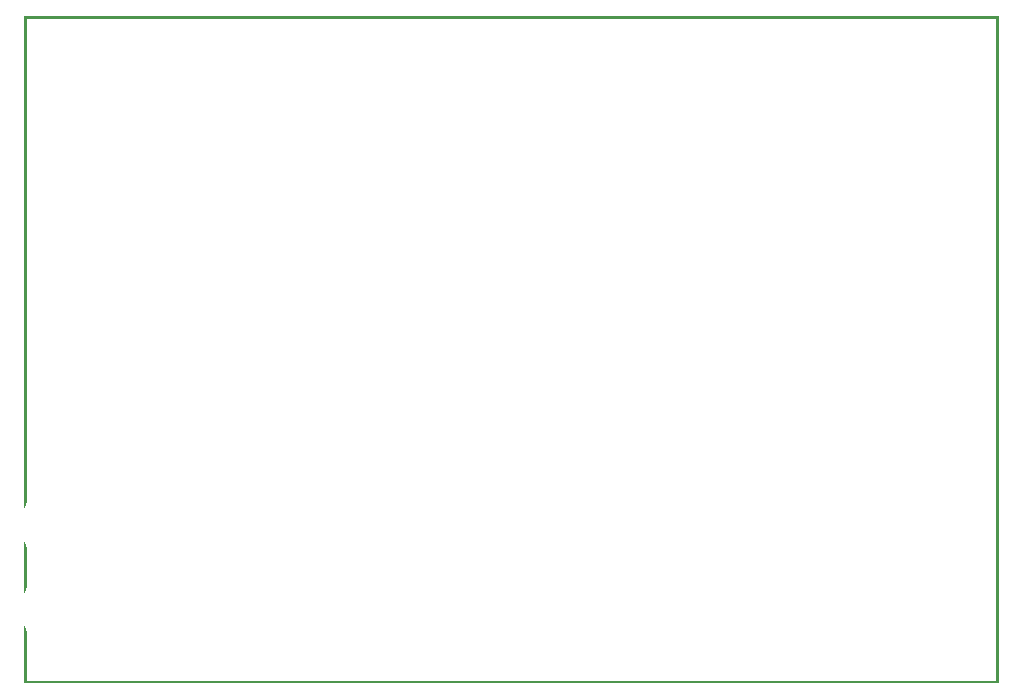
<source format=gbo>
G04 MADE WITH FRITZING*
G04 WWW.FRITZING.ORG*
G04 DOUBLE SIDED*
G04 HOLES PLATED*
G04 CONTOUR ON CENTER OF CONTOUR VECTOR*
%ASAXBY*%
%FSLAX23Y23*%
%MOIN*%
%OFA0B0*%
%SFA1.0B1.0*%
%ADD10R,0.001000X0.001000*%
%LNSILK0*%
G90*
G70*
G54D10*
X0Y2224D02*
X3247Y2224D01*
X0Y2223D02*
X3247Y2223D01*
X0Y2222D02*
X3247Y2222D01*
X0Y2221D02*
X3247Y2221D01*
X0Y2220D02*
X3247Y2220D01*
X0Y2219D02*
X3247Y2219D01*
X0Y2218D02*
X3247Y2218D01*
X0Y2217D02*
X3247Y2217D01*
X0Y2216D02*
X7Y2216D01*
X3240Y2216D02*
X3247Y2216D01*
X0Y2215D02*
X7Y2215D01*
X3240Y2215D02*
X3247Y2215D01*
X0Y2214D02*
X7Y2214D01*
X3240Y2214D02*
X3247Y2214D01*
X0Y2213D02*
X7Y2213D01*
X3240Y2213D02*
X3247Y2213D01*
X0Y2212D02*
X7Y2212D01*
X3240Y2212D02*
X3247Y2212D01*
X0Y2211D02*
X7Y2211D01*
X3240Y2211D02*
X3247Y2211D01*
X0Y2210D02*
X7Y2210D01*
X3240Y2210D02*
X3247Y2210D01*
X0Y2209D02*
X7Y2209D01*
X3240Y2209D02*
X3247Y2209D01*
X0Y2208D02*
X7Y2208D01*
X3240Y2208D02*
X3247Y2208D01*
X0Y2207D02*
X7Y2207D01*
X3240Y2207D02*
X3247Y2207D01*
X0Y2206D02*
X7Y2206D01*
X3240Y2206D02*
X3247Y2206D01*
X0Y2205D02*
X7Y2205D01*
X3240Y2205D02*
X3247Y2205D01*
X0Y2204D02*
X7Y2204D01*
X3240Y2204D02*
X3247Y2204D01*
X0Y2203D02*
X7Y2203D01*
X3240Y2203D02*
X3247Y2203D01*
X0Y2202D02*
X7Y2202D01*
X3240Y2202D02*
X3247Y2202D01*
X0Y2201D02*
X7Y2201D01*
X3240Y2201D02*
X3247Y2201D01*
X0Y2200D02*
X7Y2200D01*
X3240Y2200D02*
X3247Y2200D01*
X0Y2199D02*
X7Y2199D01*
X3240Y2199D02*
X3247Y2199D01*
X0Y2198D02*
X7Y2198D01*
X3240Y2198D02*
X3247Y2198D01*
X0Y2197D02*
X7Y2197D01*
X3240Y2197D02*
X3247Y2197D01*
X0Y2196D02*
X7Y2196D01*
X3240Y2196D02*
X3247Y2196D01*
X0Y2195D02*
X7Y2195D01*
X3240Y2195D02*
X3247Y2195D01*
X0Y2194D02*
X7Y2194D01*
X3240Y2194D02*
X3247Y2194D01*
X0Y2193D02*
X7Y2193D01*
X3240Y2193D02*
X3247Y2193D01*
X0Y2192D02*
X7Y2192D01*
X3240Y2192D02*
X3247Y2192D01*
X0Y2191D02*
X7Y2191D01*
X3240Y2191D02*
X3247Y2191D01*
X0Y2190D02*
X7Y2190D01*
X3240Y2190D02*
X3247Y2190D01*
X0Y2189D02*
X7Y2189D01*
X3240Y2189D02*
X3247Y2189D01*
X0Y2188D02*
X7Y2188D01*
X3240Y2188D02*
X3247Y2188D01*
X0Y2187D02*
X7Y2187D01*
X3240Y2187D02*
X3247Y2187D01*
X0Y2186D02*
X7Y2186D01*
X3240Y2186D02*
X3247Y2186D01*
X0Y2185D02*
X7Y2185D01*
X3240Y2185D02*
X3247Y2185D01*
X0Y2184D02*
X7Y2184D01*
X3240Y2184D02*
X3247Y2184D01*
X0Y2183D02*
X7Y2183D01*
X3240Y2183D02*
X3247Y2183D01*
X0Y2182D02*
X7Y2182D01*
X3240Y2182D02*
X3247Y2182D01*
X0Y2181D02*
X7Y2181D01*
X3240Y2181D02*
X3247Y2181D01*
X0Y2180D02*
X7Y2180D01*
X3240Y2180D02*
X3247Y2180D01*
X0Y2179D02*
X7Y2179D01*
X3240Y2179D02*
X3247Y2179D01*
X0Y2178D02*
X7Y2178D01*
X3240Y2178D02*
X3247Y2178D01*
X0Y2177D02*
X7Y2177D01*
X3240Y2177D02*
X3247Y2177D01*
X0Y2176D02*
X7Y2176D01*
X3240Y2176D02*
X3247Y2176D01*
X0Y2175D02*
X7Y2175D01*
X3240Y2175D02*
X3247Y2175D01*
X0Y2174D02*
X7Y2174D01*
X3240Y2174D02*
X3247Y2174D01*
X0Y2173D02*
X7Y2173D01*
X3240Y2173D02*
X3247Y2173D01*
X0Y2172D02*
X7Y2172D01*
X3240Y2172D02*
X3247Y2172D01*
X0Y2171D02*
X7Y2171D01*
X3240Y2171D02*
X3247Y2171D01*
X0Y2170D02*
X7Y2170D01*
X3240Y2170D02*
X3247Y2170D01*
X0Y2169D02*
X7Y2169D01*
X3240Y2169D02*
X3247Y2169D01*
X0Y2168D02*
X7Y2168D01*
X3240Y2168D02*
X3247Y2168D01*
X0Y2167D02*
X7Y2167D01*
X3240Y2167D02*
X3247Y2167D01*
X0Y2166D02*
X7Y2166D01*
X3240Y2166D02*
X3247Y2166D01*
X0Y2165D02*
X7Y2165D01*
X3240Y2165D02*
X3247Y2165D01*
X0Y2164D02*
X7Y2164D01*
X3240Y2164D02*
X3247Y2164D01*
X0Y2163D02*
X7Y2163D01*
X3240Y2163D02*
X3247Y2163D01*
X0Y2162D02*
X7Y2162D01*
X3240Y2162D02*
X3247Y2162D01*
X0Y2161D02*
X7Y2161D01*
X3240Y2161D02*
X3247Y2161D01*
X0Y2160D02*
X7Y2160D01*
X3240Y2160D02*
X3247Y2160D01*
X0Y2159D02*
X7Y2159D01*
X3240Y2159D02*
X3247Y2159D01*
X0Y2158D02*
X7Y2158D01*
X3240Y2158D02*
X3247Y2158D01*
X0Y2157D02*
X7Y2157D01*
X3240Y2157D02*
X3247Y2157D01*
X0Y2156D02*
X7Y2156D01*
X3240Y2156D02*
X3247Y2156D01*
X0Y2155D02*
X7Y2155D01*
X3240Y2155D02*
X3247Y2155D01*
X0Y2154D02*
X7Y2154D01*
X3240Y2154D02*
X3247Y2154D01*
X0Y2153D02*
X7Y2153D01*
X3240Y2153D02*
X3247Y2153D01*
X0Y2152D02*
X7Y2152D01*
X3240Y2152D02*
X3247Y2152D01*
X0Y2151D02*
X7Y2151D01*
X3240Y2151D02*
X3247Y2151D01*
X0Y2150D02*
X7Y2150D01*
X3240Y2150D02*
X3247Y2150D01*
X0Y2149D02*
X7Y2149D01*
X3240Y2149D02*
X3247Y2149D01*
X0Y2148D02*
X7Y2148D01*
X3240Y2148D02*
X3247Y2148D01*
X0Y2147D02*
X7Y2147D01*
X3240Y2147D02*
X3247Y2147D01*
X0Y2146D02*
X7Y2146D01*
X3240Y2146D02*
X3247Y2146D01*
X0Y2145D02*
X7Y2145D01*
X3240Y2145D02*
X3247Y2145D01*
X0Y2144D02*
X7Y2144D01*
X3240Y2144D02*
X3247Y2144D01*
X0Y2143D02*
X7Y2143D01*
X3240Y2143D02*
X3247Y2143D01*
X0Y2142D02*
X7Y2142D01*
X3240Y2142D02*
X3247Y2142D01*
X0Y2141D02*
X7Y2141D01*
X3240Y2141D02*
X3247Y2141D01*
X0Y2140D02*
X7Y2140D01*
X3240Y2140D02*
X3247Y2140D01*
X0Y2139D02*
X7Y2139D01*
X3240Y2139D02*
X3247Y2139D01*
X0Y2138D02*
X7Y2138D01*
X3240Y2138D02*
X3247Y2138D01*
X0Y2137D02*
X7Y2137D01*
X3240Y2137D02*
X3247Y2137D01*
X0Y2136D02*
X7Y2136D01*
X3240Y2136D02*
X3247Y2136D01*
X0Y2135D02*
X7Y2135D01*
X3240Y2135D02*
X3247Y2135D01*
X0Y2134D02*
X7Y2134D01*
X3240Y2134D02*
X3247Y2134D01*
X0Y2133D02*
X7Y2133D01*
X3240Y2133D02*
X3247Y2133D01*
X0Y2132D02*
X7Y2132D01*
X3240Y2132D02*
X3247Y2132D01*
X0Y2131D02*
X7Y2131D01*
X3240Y2131D02*
X3247Y2131D01*
X0Y2130D02*
X7Y2130D01*
X3240Y2130D02*
X3247Y2130D01*
X0Y2129D02*
X7Y2129D01*
X3240Y2129D02*
X3247Y2129D01*
X0Y2128D02*
X7Y2128D01*
X3240Y2128D02*
X3247Y2128D01*
X0Y2127D02*
X7Y2127D01*
X3240Y2127D02*
X3247Y2127D01*
X0Y2126D02*
X7Y2126D01*
X3240Y2126D02*
X3247Y2126D01*
X0Y2125D02*
X7Y2125D01*
X3240Y2125D02*
X3247Y2125D01*
X0Y2124D02*
X7Y2124D01*
X3240Y2124D02*
X3247Y2124D01*
X0Y2123D02*
X7Y2123D01*
X3240Y2123D02*
X3247Y2123D01*
X0Y2122D02*
X7Y2122D01*
X3240Y2122D02*
X3247Y2122D01*
X0Y2121D02*
X7Y2121D01*
X3240Y2121D02*
X3247Y2121D01*
X0Y2120D02*
X7Y2120D01*
X3240Y2120D02*
X3247Y2120D01*
X0Y2119D02*
X7Y2119D01*
X3240Y2119D02*
X3247Y2119D01*
X0Y2118D02*
X7Y2118D01*
X3240Y2118D02*
X3247Y2118D01*
X0Y2117D02*
X7Y2117D01*
X3240Y2117D02*
X3247Y2117D01*
X0Y2116D02*
X7Y2116D01*
X3240Y2116D02*
X3247Y2116D01*
X0Y2115D02*
X7Y2115D01*
X3240Y2115D02*
X3247Y2115D01*
X0Y2114D02*
X7Y2114D01*
X3240Y2114D02*
X3247Y2114D01*
X0Y2113D02*
X7Y2113D01*
X3240Y2113D02*
X3247Y2113D01*
X0Y2112D02*
X7Y2112D01*
X3240Y2112D02*
X3247Y2112D01*
X0Y2111D02*
X7Y2111D01*
X3240Y2111D02*
X3247Y2111D01*
X0Y2110D02*
X7Y2110D01*
X3240Y2110D02*
X3247Y2110D01*
X0Y2109D02*
X7Y2109D01*
X3240Y2109D02*
X3247Y2109D01*
X0Y2108D02*
X7Y2108D01*
X3240Y2108D02*
X3247Y2108D01*
X0Y2107D02*
X7Y2107D01*
X3240Y2107D02*
X3247Y2107D01*
X0Y2106D02*
X7Y2106D01*
X3240Y2106D02*
X3247Y2106D01*
X0Y2105D02*
X7Y2105D01*
X3240Y2105D02*
X3247Y2105D01*
X0Y2104D02*
X7Y2104D01*
X3240Y2104D02*
X3247Y2104D01*
X0Y2103D02*
X7Y2103D01*
X3240Y2103D02*
X3247Y2103D01*
X0Y2102D02*
X7Y2102D01*
X3240Y2102D02*
X3247Y2102D01*
X0Y2101D02*
X7Y2101D01*
X3240Y2101D02*
X3247Y2101D01*
X0Y2100D02*
X7Y2100D01*
X3240Y2100D02*
X3247Y2100D01*
X0Y2099D02*
X7Y2099D01*
X3240Y2099D02*
X3247Y2099D01*
X0Y2098D02*
X7Y2098D01*
X3240Y2098D02*
X3247Y2098D01*
X0Y2097D02*
X7Y2097D01*
X3240Y2097D02*
X3247Y2097D01*
X0Y2096D02*
X7Y2096D01*
X3240Y2096D02*
X3247Y2096D01*
X0Y2095D02*
X7Y2095D01*
X3240Y2095D02*
X3247Y2095D01*
X0Y2094D02*
X7Y2094D01*
X3240Y2094D02*
X3247Y2094D01*
X0Y2093D02*
X7Y2093D01*
X3240Y2093D02*
X3247Y2093D01*
X0Y2092D02*
X7Y2092D01*
X3240Y2092D02*
X3247Y2092D01*
X0Y2091D02*
X7Y2091D01*
X3240Y2091D02*
X3247Y2091D01*
X0Y2090D02*
X7Y2090D01*
X3240Y2090D02*
X3247Y2090D01*
X0Y2089D02*
X7Y2089D01*
X3240Y2089D02*
X3247Y2089D01*
X0Y2088D02*
X7Y2088D01*
X3240Y2088D02*
X3247Y2088D01*
X0Y2087D02*
X7Y2087D01*
X3240Y2087D02*
X3247Y2087D01*
X0Y2086D02*
X7Y2086D01*
X3240Y2086D02*
X3247Y2086D01*
X0Y2085D02*
X7Y2085D01*
X3240Y2085D02*
X3247Y2085D01*
X0Y2084D02*
X7Y2084D01*
X3240Y2084D02*
X3247Y2084D01*
X0Y2083D02*
X7Y2083D01*
X3240Y2083D02*
X3247Y2083D01*
X0Y2082D02*
X7Y2082D01*
X3240Y2082D02*
X3247Y2082D01*
X0Y2081D02*
X7Y2081D01*
X3240Y2081D02*
X3247Y2081D01*
X0Y2080D02*
X7Y2080D01*
X3240Y2080D02*
X3247Y2080D01*
X0Y2079D02*
X7Y2079D01*
X3240Y2079D02*
X3247Y2079D01*
X0Y2078D02*
X7Y2078D01*
X3240Y2078D02*
X3247Y2078D01*
X0Y2077D02*
X7Y2077D01*
X3240Y2077D02*
X3247Y2077D01*
X0Y2076D02*
X7Y2076D01*
X3240Y2076D02*
X3247Y2076D01*
X0Y2075D02*
X7Y2075D01*
X3240Y2075D02*
X3247Y2075D01*
X0Y2074D02*
X7Y2074D01*
X3240Y2074D02*
X3247Y2074D01*
X0Y2073D02*
X7Y2073D01*
X3240Y2073D02*
X3247Y2073D01*
X0Y2072D02*
X7Y2072D01*
X3240Y2072D02*
X3247Y2072D01*
X0Y2071D02*
X7Y2071D01*
X3240Y2071D02*
X3247Y2071D01*
X0Y2070D02*
X7Y2070D01*
X3240Y2070D02*
X3247Y2070D01*
X0Y2069D02*
X7Y2069D01*
X3240Y2069D02*
X3247Y2069D01*
X0Y2068D02*
X7Y2068D01*
X3240Y2068D02*
X3247Y2068D01*
X0Y2067D02*
X7Y2067D01*
X3240Y2067D02*
X3247Y2067D01*
X0Y2066D02*
X7Y2066D01*
X3240Y2066D02*
X3247Y2066D01*
X0Y2065D02*
X7Y2065D01*
X3240Y2065D02*
X3247Y2065D01*
X0Y2064D02*
X7Y2064D01*
X3240Y2064D02*
X3247Y2064D01*
X0Y2063D02*
X7Y2063D01*
X3240Y2063D02*
X3247Y2063D01*
X0Y2062D02*
X7Y2062D01*
X3240Y2062D02*
X3247Y2062D01*
X0Y2061D02*
X7Y2061D01*
X3240Y2061D02*
X3247Y2061D01*
X0Y2060D02*
X7Y2060D01*
X3240Y2060D02*
X3247Y2060D01*
X0Y2059D02*
X7Y2059D01*
X3240Y2059D02*
X3247Y2059D01*
X0Y2058D02*
X7Y2058D01*
X3240Y2058D02*
X3247Y2058D01*
X0Y2057D02*
X7Y2057D01*
X3240Y2057D02*
X3247Y2057D01*
X0Y2056D02*
X7Y2056D01*
X3240Y2056D02*
X3247Y2056D01*
X0Y2055D02*
X7Y2055D01*
X3240Y2055D02*
X3247Y2055D01*
X0Y2054D02*
X7Y2054D01*
X3240Y2054D02*
X3247Y2054D01*
X0Y2053D02*
X7Y2053D01*
X3240Y2053D02*
X3247Y2053D01*
X0Y2052D02*
X7Y2052D01*
X3240Y2052D02*
X3247Y2052D01*
X0Y2051D02*
X7Y2051D01*
X3240Y2051D02*
X3247Y2051D01*
X0Y2050D02*
X7Y2050D01*
X3240Y2050D02*
X3247Y2050D01*
X0Y2049D02*
X7Y2049D01*
X3240Y2049D02*
X3247Y2049D01*
X0Y2048D02*
X7Y2048D01*
X3240Y2048D02*
X3247Y2048D01*
X0Y2047D02*
X7Y2047D01*
X3240Y2047D02*
X3247Y2047D01*
X0Y2046D02*
X7Y2046D01*
X3240Y2046D02*
X3247Y2046D01*
X0Y2045D02*
X7Y2045D01*
X3240Y2045D02*
X3247Y2045D01*
X0Y2044D02*
X7Y2044D01*
X3240Y2044D02*
X3247Y2044D01*
X0Y2043D02*
X7Y2043D01*
X3240Y2043D02*
X3247Y2043D01*
X0Y2042D02*
X7Y2042D01*
X3240Y2042D02*
X3247Y2042D01*
X0Y2041D02*
X7Y2041D01*
X3240Y2041D02*
X3247Y2041D01*
X0Y2040D02*
X7Y2040D01*
X3240Y2040D02*
X3247Y2040D01*
X0Y2039D02*
X7Y2039D01*
X3240Y2039D02*
X3247Y2039D01*
X0Y2038D02*
X7Y2038D01*
X3240Y2038D02*
X3247Y2038D01*
X0Y2037D02*
X7Y2037D01*
X3240Y2037D02*
X3247Y2037D01*
X0Y2036D02*
X7Y2036D01*
X3240Y2036D02*
X3247Y2036D01*
X0Y2035D02*
X7Y2035D01*
X3240Y2035D02*
X3247Y2035D01*
X0Y2034D02*
X7Y2034D01*
X3240Y2034D02*
X3247Y2034D01*
X0Y2033D02*
X7Y2033D01*
X3240Y2033D02*
X3247Y2033D01*
X0Y2032D02*
X7Y2032D01*
X3240Y2032D02*
X3247Y2032D01*
X0Y2031D02*
X7Y2031D01*
X3240Y2031D02*
X3247Y2031D01*
X0Y2030D02*
X7Y2030D01*
X3240Y2030D02*
X3247Y2030D01*
X0Y2029D02*
X7Y2029D01*
X3240Y2029D02*
X3247Y2029D01*
X0Y2028D02*
X7Y2028D01*
X3240Y2028D02*
X3247Y2028D01*
X0Y2027D02*
X7Y2027D01*
X3240Y2027D02*
X3247Y2027D01*
X0Y2026D02*
X7Y2026D01*
X3240Y2026D02*
X3247Y2026D01*
X0Y2025D02*
X7Y2025D01*
X3240Y2025D02*
X3247Y2025D01*
X0Y2024D02*
X7Y2024D01*
X3240Y2024D02*
X3247Y2024D01*
X0Y2023D02*
X7Y2023D01*
X3240Y2023D02*
X3247Y2023D01*
X0Y2022D02*
X7Y2022D01*
X3240Y2022D02*
X3247Y2022D01*
X0Y2021D02*
X7Y2021D01*
X3240Y2021D02*
X3247Y2021D01*
X0Y2020D02*
X7Y2020D01*
X3240Y2020D02*
X3247Y2020D01*
X0Y2019D02*
X7Y2019D01*
X3240Y2019D02*
X3247Y2019D01*
X0Y2018D02*
X7Y2018D01*
X3240Y2018D02*
X3247Y2018D01*
X0Y2017D02*
X7Y2017D01*
X3240Y2017D02*
X3247Y2017D01*
X0Y2016D02*
X7Y2016D01*
X3240Y2016D02*
X3247Y2016D01*
X0Y2015D02*
X7Y2015D01*
X3240Y2015D02*
X3247Y2015D01*
X0Y2014D02*
X7Y2014D01*
X3240Y2014D02*
X3247Y2014D01*
X0Y2013D02*
X7Y2013D01*
X3240Y2013D02*
X3247Y2013D01*
X0Y2012D02*
X7Y2012D01*
X3240Y2012D02*
X3247Y2012D01*
X0Y2011D02*
X7Y2011D01*
X3240Y2011D02*
X3247Y2011D01*
X0Y2010D02*
X7Y2010D01*
X3240Y2010D02*
X3247Y2010D01*
X0Y2009D02*
X7Y2009D01*
X3240Y2009D02*
X3247Y2009D01*
X0Y2008D02*
X7Y2008D01*
X3240Y2008D02*
X3247Y2008D01*
X0Y2007D02*
X7Y2007D01*
X3240Y2007D02*
X3247Y2007D01*
X0Y2006D02*
X7Y2006D01*
X3240Y2006D02*
X3247Y2006D01*
X0Y2005D02*
X7Y2005D01*
X3240Y2005D02*
X3247Y2005D01*
X0Y2004D02*
X7Y2004D01*
X3240Y2004D02*
X3247Y2004D01*
X0Y2003D02*
X7Y2003D01*
X3240Y2003D02*
X3247Y2003D01*
X0Y2002D02*
X7Y2002D01*
X3240Y2002D02*
X3247Y2002D01*
X0Y2001D02*
X7Y2001D01*
X3240Y2001D02*
X3247Y2001D01*
X0Y2000D02*
X7Y2000D01*
X3240Y2000D02*
X3247Y2000D01*
X0Y1999D02*
X7Y1999D01*
X3240Y1999D02*
X3247Y1999D01*
X0Y1998D02*
X7Y1998D01*
X3240Y1998D02*
X3247Y1998D01*
X0Y1997D02*
X7Y1997D01*
X3240Y1997D02*
X3247Y1997D01*
X0Y1996D02*
X7Y1996D01*
X3240Y1996D02*
X3247Y1996D01*
X0Y1995D02*
X7Y1995D01*
X3240Y1995D02*
X3247Y1995D01*
X0Y1994D02*
X7Y1994D01*
X3240Y1994D02*
X3247Y1994D01*
X0Y1993D02*
X7Y1993D01*
X3240Y1993D02*
X3247Y1993D01*
X0Y1992D02*
X7Y1992D01*
X3240Y1992D02*
X3247Y1992D01*
X0Y1991D02*
X7Y1991D01*
X3240Y1991D02*
X3247Y1991D01*
X0Y1990D02*
X7Y1990D01*
X3240Y1990D02*
X3247Y1990D01*
X0Y1989D02*
X7Y1989D01*
X3240Y1989D02*
X3247Y1989D01*
X0Y1988D02*
X7Y1988D01*
X3240Y1988D02*
X3247Y1988D01*
X0Y1987D02*
X7Y1987D01*
X3240Y1987D02*
X3247Y1987D01*
X0Y1986D02*
X7Y1986D01*
X3240Y1986D02*
X3247Y1986D01*
X0Y1985D02*
X7Y1985D01*
X3240Y1985D02*
X3247Y1985D01*
X0Y1984D02*
X7Y1984D01*
X3240Y1984D02*
X3247Y1984D01*
X0Y1983D02*
X7Y1983D01*
X3240Y1983D02*
X3247Y1983D01*
X0Y1982D02*
X7Y1982D01*
X3240Y1982D02*
X3247Y1982D01*
X0Y1981D02*
X7Y1981D01*
X3240Y1981D02*
X3247Y1981D01*
X0Y1980D02*
X7Y1980D01*
X3240Y1980D02*
X3247Y1980D01*
X0Y1979D02*
X7Y1979D01*
X3240Y1979D02*
X3247Y1979D01*
X0Y1978D02*
X7Y1978D01*
X3240Y1978D02*
X3247Y1978D01*
X0Y1977D02*
X7Y1977D01*
X3240Y1977D02*
X3247Y1977D01*
X0Y1976D02*
X7Y1976D01*
X3240Y1976D02*
X3247Y1976D01*
X0Y1975D02*
X7Y1975D01*
X3240Y1975D02*
X3247Y1975D01*
X0Y1974D02*
X7Y1974D01*
X3240Y1974D02*
X3247Y1974D01*
X0Y1973D02*
X7Y1973D01*
X3240Y1973D02*
X3247Y1973D01*
X0Y1972D02*
X7Y1972D01*
X3240Y1972D02*
X3247Y1972D01*
X0Y1971D02*
X7Y1971D01*
X3240Y1971D02*
X3247Y1971D01*
X0Y1970D02*
X7Y1970D01*
X3240Y1970D02*
X3247Y1970D01*
X0Y1969D02*
X7Y1969D01*
X3240Y1969D02*
X3247Y1969D01*
X0Y1968D02*
X7Y1968D01*
X3240Y1968D02*
X3247Y1968D01*
X0Y1967D02*
X7Y1967D01*
X3240Y1967D02*
X3247Y1967D01*
X0Y1966D02*
X7Y1966D01*
X3240Y1966D02*
X3247Y1966D01*
X0Y1965D02*
X7Y1965D01*
X3240Y1965D02*
X3247Y1965D01*
X0Y1964D02*
X7Y1964D01*
X3240Y1964D02*
X3247Y1964D01*
X0Y1963D02*
X7Y1963D01*
X3240Y1963D02*
X3247Y1963D01*
X0Y1962D02*
X7Y1962D01*
X3240Y1962D02*
X3247Y1962D01*
X0Y1961D02*
X7Y1961D01*
X3240Y1961D02*
X3247Y1961D01*
X0Y1960D02*
X7Y1960D01*
X3240Y1960D02*
X3247Y1960D01*
X0Y1959D02*
X7Y1959D01*
X3240Y1959D02*
X3247Y1959D01*
X0Y1958D02*
X7Y1958D01*
X3240Y1958D02*
X3247Y1958D01*
X0Y1957D02*
X7Y1957D01*
X3240Y1957D02*
X3247Y1957D01*
X0Y1956D02*
X7Y1956D01*
X3240Y1956D02*
X3247Y1956D01*
X0Y1955D02*
X7Y1955D01*
X3240Y1955D02*
X3247Y1955D01*
X0Y1954D02*
X7Y1954D01*
X3240Y1954D02*
X3247Y1954D01*
X0Y1953D02*
X7Y1953D01*
X3240Y1953D02*
X3247Y1953D01*
X0Y1952D02*
X7Y1952D01*
X3240Y1952D02*
X3247Y1952D01*
X0Y1951D02*
X7Y1951D01*
X3240Y1951D02*
X3247Y1951D01*
X0Y1950D02*
X7Y1950D01*
X3240Y1950D02*
X3247Y1950D01*
X0Y1949D02*
X7Y1949D01*
X3240Y1949D02*
X3247Y1949D01*
X0Y1948D02*
X7Y1948D01*
X3240Y1948D02*
X3247Y1948D01*
X0Y1947D02*
X7Y1947D01*
X3240Y1947D02*
X3247Y1947D01*
X0Y1946D02*
X7Y1946D01*
X3240Y1946D02*
X3247Y1946D01*
X0Y1945D02*
X7Y1945D01*
X3240Y1945D02*
X3247Y1945D01*
X0Y1944D02*
X7Y1944D01*
X3240Y1944D02*
X3247Y1944D01*
X0Y1943D02*
X7Y1943D01*
X3240Y1943D02*
X3247Y1943D01*
X0Y1942D02*
X7Y1942D01*
X3240Y1942D02*
X3247Y1942D01*
X0Y1941D02*
X7Y1941D01*
X3240Y1941D02*
X3247Y1941D01*
X0Y1940D02*
X7Y1940D01*
X3240Y1940D02*
X3247Y1940D01*
X0Y1939D02*
X7Y1939D01*
X3240Y1939D02*
X3247Y1939D01*
X0Y1938D02*
X7Y1938D01*
X3240Y1938D02*
X3247Y1938D01*
X0Y1937D02*
X7Y1937D01*
X3240Y1937D02*
X3247Y1937D01*
X0Y1936D02*
X7Y1936D01*
X3240Y1936D02*
X3247Y1936D01*
X0Y1935D02*
X7Y1935D01*
X3240Y1935D02*
X3247Y1935D01*
X0Y1934D02*
X7Y1934D01*
X3240Y1934D02*
X3247Y1934D01*
X0Y1933D02*
X7Y1933D01*
X3240Y1933D02*
X3247Y1933D01*
X0Y1932D02*
X7Y1932D01*
X3240Y1932D02*
X3247Y1932D01*
X0Y1931D02*
X7Y1931D01*
X3240Y1931D02*
X3247Y1931D01*
X0Y1930D02*
X7Y1930D01*
X3240Y1930D02*
X3247Y1930D01*
X0Y1929D02*
X7Y1929D01*
X3240Y1929D02*
X3247Y1929D01*
X0Y1928D02*
X7Y1928D01*
X3240Y1928D02*
X3247Y1928D01*
X0Y1927D02*
X7Y1927D01*
X3240Y1927D02*
X3247Y1927D01*
X0Y1926D02*
X7Y1926D01*
X3240Y1926D02*
X3247Y1926D01*
X0Y1925D02*
X7Y1925D01*
X3240Y1925D02*
X3247Y1925D01*
X0Y1924D02*
X7Y1924D01*
X3240Y1924D02*
X3247Y1924D01*
X0Y1923D02*
X7Y1923D01*
X3240Y1923D02*
X3247Y1923D01*
X0Y1922D02*
X7Y1922D01*
X3240Y1922D02*
X3247Y1922D01*
X0Y1921D02*
X7Y1921D01*
X3240Y1921D02*
X3247Y1921D01*
X0Y1920D02*
X7Y1920D01*
X3240Y1920D02*
X3247Y1920D01*
X0Y1919D02*
X7Y1919D01*
X3240Y1919D02*
X3247Y1919D01*
X0Y1918D02*
X7Y1918D01*
X3240Y1918D02*
X3247Y1918D01*
X0Y1917D02*
X7Y1917D01*
X3240Y1917D02*
X3247Y1917D01*
X0Y1916D02*
X7Y1916D01*
X3240Y1916D02*
X3247Y1916D01*
X0Y1915D02*
X7Y1915D01*
X3240Y1915D02*
X3247Y1915D01*
X0Y1914D02*
X7Y1914D01*
X3240Y1914D02*
X3247Y1914D01*
X0Y1913D02*
X7Y1913D01*
X3240Y1913D02*
X3247Y1913D01*
X0Y1912D02*
X7Y1912D01*
X3240Y1912D02*
X3247Y1912D01*
X0Y1911D02*
X7Y1911D01*
X3240Y1911D02*
X3247Y1911D01*
X0Y1910D02*
X7Y1910D01*
X3240Y1910D02*
X3247Y1910D01*
X0Y1909D02*
X7Y1909D01*
X3240Y1909D02*
X3247Y1909D01*
X0Y1908D02*
X7Y1908D01*
X3240Y1908D02*
X3247Y1908D01*
X0Y1907D02*
X7Y1907D01*
X3240Y1907D02*
X3247Y1907D01*
X0Y1906D02*
X7Y1906D01*
X3240Y1906D02*
X3247Y1906D01*
X0Y1905D02*
X7Y1905D01*
X3240Y1905D02*
X3247Y1905D01*
X0Y1904D02*
X7Y1904D01*
X3240Y1904D02*
X3247Y1904D01*
X0Y1903D02*
X7Y1903D01*
X3240Y1903D02*
X3247Y1903D01*
X0Y1902D02*
X7Y1902D01*
X3240Y1902D02*
X3247Y1902D01*
X0Y1901D02*
X7Y1901D01*
X3240Y1901D02*
X3247Y1901D01*
X0Y1900D02*
X7Y1900D01*
X3240Y1900D02*
X3247Y1900D01*
X0Y1899D02*
X7Y1899D01*
X3240Y1899D02*
X3247Y1899D01*
X0Y1898D02*
X7Y1898D01*
X3240Y1898D02*
X3247Y1898D01*
X0Y1897D02*
X7Y1897D01*
X3240Y1897D02*
X3247Y1897D01*
X0Y1896D02*
X7Y1896D01*
X3240Y1896D02*
X3247Y1896D01*
X0Y1895D02*
X7Y1895D01*
X3240Y1895D02*
X3247Y1895D01*
X0Y1894D02*
X7Y1894D01*
X3240Y1894D02*
X3247Y1894D01*
X0Y1893D02*
X7Y1893D01*
X3240Y1893D02*
X3247Y1893D01*
X0Y1892D02*
X7Y1892D01*
X3240Y1892D02*
X3247Y1892D01*
X0Y1891D02*
X7Y1891D01*
X3240Y1891D02*
X3247Y1891D01*
X0Y1890D02*
X7Y1890D01*
X3240Y1890D02*
X3247Y1890D01*
X0Y1889D02*
X7Y1889D01*
X3240Y1889D02*
X3247Y1889D01*
X0Y1888D02*
X7Y1888D01*
X3240Y1888D02*
X3247Y1888D01*
X0Y1887D02*
X7Y1887D01*
X3240Y1887D02*
X3247Y1887D01*
X0Y1886D02*
X7Y1886D01*
X3240Y1886D02*
X3247Y1886D01*
X0Y1885D02*
X7Y1885D01*
X3240Y1885D02*
X3247Y1885D01*
X0Y1884D02*
X7Y1884D01*
X3240Y1884D02*
X3247Y1884D01*
X0Y1883D02*
X7Y1883D01*
X3240Y1883D02*
X3247Y1883D01*
X0Y1882D02*
X7Y1882D01*
X3240Y1882D02*
X3247Y1882D01*
X0Y1881D02*
X7Y1881D01*
X3240Y1881D02*
X3247Y1881D01*
X0Y1880D02*
X7Y1880D01*
X3240Y1880D02*
X3247Y1880D01*
X0Y1879D02*
X7Y1879D01*
X3240Y1879D02*
X3247Y1879D01*
X0Y1878D02*
X7Y1878D01*
X3240Y1878D02*
X3247Y1878D01*
X0Y1877D02*
X7Y1877D01*
X3240Y1877D02*
X3247Y1877D01*
X0Y1876D02*
X7Y1876D01*
X3240Y1876D02*
X3247Y1876D01*
X0Y1875D02*
X7Y1875D01*
X3240Y1875D02*
X3247Y1875D01*
X0Y1874D02*
X7Y1874D01*
X3240Y1874D02*
X3247Y1874D01*
X0Y1873D02*
X7Y1873D01*
X3240Y1873D02*
X3247Y1873D01*
X0Y1872D02*
X7Y1872D01*
X3240Y1872D02*
X3247Y1872D01*
X0Y1871D02*
X7Y1871D01*
X3240Y1871D02*
X3247Y1871D01*
X0Y1870D02*
X7Y1870D01*
X3240Y1870D02*
X3247Y1870D01*
X0Y1869D02*
X7Y1869D01*
X3240Y1869D02*
X3247Y1869D01*
X0Y1868D02*
X7Y1868D01*
X3240Y1868D02*
X3247Y1868D01*
X0Y1867D02*
X7Y1867D01*
X3240Y1867D02*
X3247Y1867D01*
X0Y1866D02*
X7Y1866D01*
X3240Y1866D02*
X3247Y1866D01*
X0Y1865D02*
X7Y1865D01*
X3240Y1865D02*
X3247Y1865D01*
X0Y1864D02*
X7Y1864D01*
X3240Y1864D02*
X3247Y1864D01*
X0Y1863D02*
X7Y1863D01*
X3240Y1863D02*
X3247Y1863D01*
X0Y1862D02*
X7Y1862D01*
X3240Y1862D02*
X3247Y1862D01*
X0Y1861D02*
X7Y1861D01*
X3240Y1861D02*
X3247Y1861D01*
X0Y1860D02*
X7Y1860D01*
X3240Y1860D02*
X3247Y1860D01*
X0Y1859D02*
X7Y1859D01*
X3240Y1859D02*
X3247Y1859D01*
X0Y1858D02*
X7Y1858D01*
X3240Y1858D02*
X3247Y1858D01*
X0Y1857D02*
X7Y1857D01*
X3240Y1857D02*
X3247Y1857D01*
X0Y1856D02*
X7Y1856D01*
X3240Y1856D02*
X3247Y1856D01*
X0Y1855D02*
X7Y1855D01*
X3240Y1855D02*
X3247Y1855D01*
X0Y1854D02*
X7Y1854D01*
X3240Y1854D02*
X3247Y1854D01*
X0Y1853D02*
X7Y1853D01*
X3240Y1853D02*
X3247Y1853D01*
X0Y1852D02*
X7Y1852D01*
X3240Y1852D02*
X3247Y1852D01*
X0Y1851D02*
X7Y1851D01*
X3240Y1851D02*
X3247Y1851D01*
X0Y1850D02*
X7Y1850D01*
X3240Y1850D02*
X3247Y1850D01*
X0Y1849D02*
X7Y1849D01*
X3240Y1849D02*
X3247Y1849D01*
X0Y1848D02*
X7Y1848D01*
X3240Y1848D02*
X3247Y1848D01*
X0Y1847D02*
X7Y1847D01*
X3240Y1847D02*
X3247Y1847D01*
X0Y1846D02*
X7Y1846D01*
X3240Y1846D02*
X3247Y1846D01*
X0Y1845D02*
X7Y1845D01*
X3240Y1845D02*
X3247Y1845D01*
X0Y1844D02*
X7Y1844D01*
X3240Y1844D02*
X3247Y1844D01*
X0Y1843D02*
X7Y1843D01*
X3240Y1843D02*
X3247Y1843D01*
X0Y1842D02*
X7Y1842D01*
X3240Y1842D02*
X3247Y1842D01*
X0Y1841D02*
X7Y1841D01*
X3240Y1841D02*
X3247Y1841D01*
X0Y1840D02*
X7Y1840D01*
X3240Y1840D02*
X3247Y1840D01*
X0Y1839D02*
X7Y1839D01*
X3240Y1839D02*
X3247Y1839D01*
X0Y1838D02*
X7Y1838D01*
X3240Y1838D02*
X3247Y1838D01*
X0Y1837D02*
X7Y1837D01*
X3240Y1837D02*
X3247Y1837D01*
X0Y1836D02*
X7Y1836D01*
X3240Y1836D02*
X3247Y1836D01*
X0Y1835D02*
X7Y1835D01*
X3240Y1835D02*
X3247Y1835D01*
X0Y1834D02*
X7Y1834D01*
X3240Y1834D02*
X3247Y1834D01*
X0Y1833D02*
X7Y1833D01*
X3240Y1833D02*
X3247Y1833D01*
X0Y1832D02*
X7Y1832D01*
X3240Y1832D02*
X3247Y1832D01*
X0Y1831D02*
X7Y1831D01*
X3240Y1831D02*
X3247Y1831D01*
X0Y1830D02*
X7Y1830D01*
X3240Y1830D02*
X3247Y1830D01*
X0Y1829D02*
X7Y1829D01*
X3240Y1829D02*
X3247Y1829D01*
X0Y1828D02*
X7Y1828D01*
X3240Y1828D02*
X3247Y1828D01*
X0Y1827D02*
X7Y1827D01*
X3240Y1827D02*
X3247Y1827D01*
X0Y1826D02*
X7Y1826D01*
X3240Y1826D02*
X3247Y1826D01*
X0Y1825D02*
X7Y1825D01*
X3240Y1825D02*
X3247Y1825D01*
X0Y1824D02*
X7Y1824D01*
X3240Y1824D02*
X3247Y1824D01*
X0Y1823D02*
X7Y1823D01*
X3240Y1823D02*
X3247Y1823D01*
X0Y1822D02*
X7Y1822D01*
X3240Y1822D02*
X3247Y1822D01*
X0Y1821D02*
X7Y1821D01*
X3240Y1821D02*
X3247Y1821D01*
X0Y1820D02*
X7Y1820D01*
X3240Y1820D02*
X3247Y1820D01*
X0Y1819D02*
X7Y1819D01*
X3240Y1819D02*
X3247Y1819D01*
X0Y1818D02*
X7Y1818D01*
X3240Y1818D02*
X3247Y1818D01*
X0Y1817D02*
X7Y1817D01*
X3240Y1817D02*
X3247Y1817D01*
X0Y1816D02*
X7Y1816D01*
X3240Y1816D02*
X3247Y1816D01*
X0Y1815D02*
X7Y1815D01*
X3240Y1815D02*
X3247Y1815D01*
X0Y1814D02*
X7Y1814D01*
X3240Y1814D02*
X3247Y1814D01*
X0Y1813D02*
X7Y1813D01*
X3240Y1813D02*
X3247Y1813D01*
X0Y1812D02*
X7Y1812D01*
X3240Y1812D02*
X3247Y1812D01*
X0Y1811D02*
X7Y1811D01*
X3240Y1811D02*
X3247Y1811D01*
X0Y1810D02*
X7Y1810D01*
X3240Y1810D02*
X3247Y1810D01*
X0Y1809D02*
X7Y1809D01*
X3240Y1809D02*
X3247Y1809D01*
X0Y1808D02*
X7Y1808D01*
X3240Y1808D02*
X3247Y1808D01*
X0Y1807D02*
X7Y1807D01*
X3240Y1807D02*
X3247Y1807D01*
X0Y1806D02*
X7Y1806D01*
X3240Y1806D02*
X3247Y1806D01*
X0Y1805D02*
X7Y1805D01*
X3240Y1805D02*
X3247Y1805D01*
X0Y1804D02*
X7Y1804D01*
X3240Y1804D02*
X3247Y1804D01*
X0Y1803D02*
X7Y1803D01*
X3240Y1803D02*
X3247Y1803D01*
X0Y1802D02*
X7Y1802D01*
X3240Y1802D02*
X3247Y1802D01*
X0Y1801D02*
X7Y1801D01*
X3240Y1801D02*
X3247Y1801D01*
X0Y1800D02*
X7Y1800D01*
X3240Y1800D02*
X3247Y1800D01*
X0Y1799D02*
X7Y1799D01*
X3240Y1799D02*
X3247Y1799D01*
X0Y1798D02*
X7Y1798D01*
X3240Y1798D02*
X3247Y1798D01*
X0Y1797D02*
X7Y1797D01*
X3240Y1797D02*
X3247Y1797D01*
X0Y1796D02*
X7Y1796D01*
X3240Y1796D02*
X3247Y1796D01*
X0Y1795D02*
X7Y1795D01*
X3240Y1795D02*
X3247Y1795D01*
X0Y1794D02*
X7Y1794D01*
X3240Y1794D02*
X3247Y1794D01*
X0Y1793D02*
X7Y1793D01*
X3240Y1793D02*
X3247Y1793D01*
X0Y1792D02*
X7Y1792D01*
X3240Y1792D02*
X3247Y1792D01*
X0Y1791D02*
X7Y1791D01*
X3240Y1791D02*
X3247Y1791D01*
X0Y1790D02*
X7Y1790D01*
X3240Y1790D02*
X3247Y1790D01*
X0Y1789D02*
X7Y1789D01*
X3240Y1789D02*
X3247Y1789D01*
X0Y1788D02*
X7Y1788D01*
X3240Y1788D02*
X3247Y1788D01*
X0Y1787D02*
X7Y1787D01*
X3240Y1787D02*
X3247Y1787D01*
X0Y1786D02*
X7Y1786D01*
X3240Y1786D02*
X3247Y1786D01*
X0Y1785D02*
X7Y1785D01*
X3240Y1785D02*
X3247Y1785D01*
X0Y1784D02*
X7Y1784D01*
X3240Y1784D02*
X3247Y1784D01*
X0Y1783D02*
X7Y1783D01*
X3240Y1783D02*
X3247Y1783D01*
X0Y1782D02*
X7Y1782D01*
X3240Y1782D02*
X3247Y1782D01*
X0Y1781D02*
X7Y1781D01*
X3240Y1781D02*
X3247Y1781D01*
X0Y1780D02*
X7Y1780D01*
X3240Y1780D02*
X3247Y1780D01*
X0Y1779D02*
X7Y1779D01*
X3240Y1779D02*
X3247Y1779D01*
X0Y1778D02*
X7Y1778D01*
X3240Y1778D02*
X3247Y1778D01*
X0Y1777D02*
X7Y1777D01*
X3240Y1777D02*
X3247Y1777D01*
X0Y1776D02*
X7Y1776D01*
X3240Y1776D02*
X3247Y1776D01*
X0Y1775D02*
X7Y1775D01*
X3240Y1775D02*
X3247Y1775D01*
X0Y1774D02*
X7Y1774D01*
X3240Y1774D02*
X3247Y1774D01*
X0Y1773D02*
X7Y1773D01*
X3240Y1773D02*
X3247Y1773D01*
X0Y1772D02*
X7Y1772D01*
X3240Y1772D02*
X3247Y1772D01*
X0Y1771D02*
X7Y1771D01*
X3240Y1771D02*
X3247Y1771D01*
X0Y1770D02*
X7Y1770D01*
X3240Y1770D02*
X3247Y1770D01*
X0Y1769D02*
X7Y1769D01*
X3240Y1769D02*
X3247Y1769D01*
X0Y1768D02*
X7Y1768D01*
X3240Y1768D02*
X3247Y1768D01*
X0Y1767D02*
X7Y1767D01*
X3240Y1767D02*
X3247Y1767D01*
X0Y1766D02*
X7Y1766D01*
X3240Y1766D02*
X3247Y1766D01*
X0Y1765D02*
X7Y1765D01*
X3240Y1765D02*
X3247Y1765D01*
X0Y1764D02*
X7Y1764D01*
X3240Y1764D02*
X3247Y1764D01*
X0Y1763D02*
X7Y1763D01*
X3240Y1763D02*
X3247Y1763D01*
X0Y1762D02*
X7Y1762D01*
X3240Y1762D02*
X3247Y1762D01*
X0Y1761D02*
X7Y1761D01*
X3240Y1761D02*
X3247Y1761D01*
X0Y1760D02*
X7Y1760D01*
X3240Y1760D02*
X3247Y1760D01*
X0Y1759D02*
X7Y1759D01*
X3240Y1759D02*
X3247Y1759D01*
X0Y1758D02*
X7Y1758D01*
X3240Y1758D02*
X3247Y1758D01*
X0Y1757D02*
X7Y1757D01*
X3240Y1757D02*
X3247Y1757D01*
X0Y1756D02*
X7Y1756D01*
X3240Y1756D02*
X3247Y1756D01*
X0Y1755D02*
X7Y1755D01*
X3240Y1755D02*
X3247Y1755D01*
X0Y1754D02*
X7Y1754D01*
X3240Y1754D02*
X3247Y1754D01*
X0Y1753D02*
X7Y1753D01*
X3240Y1753D02*
X3247Y1753D01*
X0Y1752D02*
X7Y1752D01*
X3240Y1752D02*
X3247Y1752D01*
X0Y1751D02*
X7Y1751D01*
X3240Y1751D02*
X3247Y1751D01*
X0Y1750D02*
X7Y1750D01*
X3240Y1750D02*
X3247Y1750D01*
X0Y1749D02*
X7Y1749D01*
X3240Y1749D02*
X3247Y1749D01*
X0Y1748D02*
X7Y1748D01*
X3240Y1748D02*
X3247Y1748D01*
X0Y1747D02*
X7Y1747D01*
X3240Y1747D02*
X3247Y1747D01*
X0Y1746D02*
X7Y1746D01*
X3240Y1746D02*
X3247Y1746D01*
X0Y1745D02*
X7Y1745D01*
X3240Y1745D02*
X3247Y1745D01*
X0Y1744D02*
X7Y1744D01*
X3240Y1744D02*
X3247Y1744D01*
X0Y1743D02*
X7Y1743D01*
X3240Y1743D02*
X3247Y1743D01*
X0Y1742D02*
X7Y1742D01*
X3240Y1742D02*
X3247Y1742D01*
X0Y1741D02*
X7Y1741D01*
X3240Y1741D02*
X3247Y1741D01*
X0Y1740D02*
X7Y1740D01*
X3240Y1740D02*
X3247Y1740D01*
X0Y1739D02*
X7Y1739D01*
X3240Y1739D02*
X3247Y1739D01*
X0Y1738D02*
X7Y1738D01*
X3240Y1738D02*
X3247Y1738D01*
X0Y1737D02*
X7Y1737D01*
X3240Y1737D02*
X3247Y1737D01*
X0Y1736D02*
X7Y1736D01*
X3240Y1736D02*
X3247Y1736D01*
X0Y1735D02*
X7Y1735D01*
X3240Y1735D02*
X3247Y1735D01*
X0Y1734D02*
X7Y1734D01*
X3240Y1734D02*
X3247Y1734D01*
X0Y1733D02*
X7Y1733D01*
X3240Y1733D02*
X3247Y1733D01*
X0Y1732D02*
X7Y1732D01*
X3240Y1732D02*
X3247Y1732D01*
X0Y1731D02*
X7Y1731D01*
X3240Y1731D02*
X3247Y1731D01*
X0Y1730D02*
X7Y1730D01*
X3240Y1730D02*
X3247Y1730D01*
X0Y1729D02*
X7Y1729D01*
X3240Y1729D02*
X3247Y1729D01*
X0Y1728D02*
X7Y1728D01*
X3240Y1728D02*
X3247Y1728D01*
X0Y1727D02*
X7Y1727D01*
X3240Y1727D02*
X3247Y1727D01*
X0Y1726D02*
X7Y1726D01*
X3240Y1726D02*
X3247Y1726D01*
X0Y1725D02*
X7Y1725D01*
X3240Y1725D02*
X3247Y1725D01*
X0Y1724D02*
X7Y1724D01*
X3240Y1724D02*
X3247Y1724D01*
X0Y1723D02*
X7Y1723D01*
X3240Y1723D02*
X3247Y1723D01*
X0Y1722D02*
X7Y1722D01*
X3240Y1722D02*
X3247Y1722D01*
X0Y1721D02*
X7Y1721D01*
X3240Y1721D02*
X3247Y1721D01*
X0Y1720D02*
X7Y1720D01*
X3240Y1720D02*
X3247Y1720D01*
X0Y1719D02*
X7Y1719D01*
X3240Y1719D02*
X3247Y1719D01*
X0Y1718D02*
X7Y1718D01*
X3240Y1718D02*
X3247Y1718D01*
X0Y1717D02*
X7Y1717D01*
X3240Y1717D02*
X3247Y1717D01*
X0Y1716D02*
X7Y1716D01*
X3240Y1716D02*
X3247Y1716D01*
X0Y1715D02*
X7Y1715D01*
X3240Y1715D02*
X3247Y1715D01*
X0Y1714D02*
X7Y1714D01*
X3240Y1714D02*
X3247Y1714D01*
X0Y1713D02*
X7Y1713D01*
X3240Y1713D02*
X3247Y1713D01*
X0Y1712D02*
X7Y1712D01*
X3240Y1712D02*
X3247Y1712D01*
X0Y1711D02*
X7Y1711D01*
X3240Y1711D02*
X3247Y1711D01*
X0Y1710D02*
X7Y1710D01*
X3240Y1710D02*
X3247Y1710D01*
X0Y1709D02*
X7Y1709D01*
X3240Y1709D02*
X3247Y1709D01*
X0Y1708D02*
X7Y1708D01*
X3240Y1708D02*
X3247Y1708D01*
X0Y1707D02*
X7Y1707D01*
X3240Y1707D02*
X3247Y1707D01*
X0Y1706D02*
X7Y1706D01*
X3240Y1706D02*
X3247Y1706D01*
X0Y1705D02*
X7Y1705D01*
X3240Y1705D02*
X3247Y1705D01*
X0Y1704D02*
X7Y1704D01*
X3240Y1704D02*
X3247Y1704D01*
X0Y1703D02*
X7Y1703D01*
X3240Y1703D02*
X3247Y1703D01*
X0Y1702D02*
X7Y1702D01*
X3240Y1702D02*
X3247Y1702D01*
X0Y1701D02*
X7Y1701D01*
X3240Y1701D02*
X3247Y1701D01*
X0Y1700D02*
X7Y1700D01*
X3240Y1700D02*
X3247Y1700D01*
X0Y1699D02*
X7Y1699D01*
X3240Y1699D02*
X3247Y1699D01*
X0Y1698D02*
X7Y1698D01*
X3240Y1698D02*
X3247Y1698D01*
X0Y1697D02*
X7Y1697D01*
X3240Y1697D02*
X3247Y1697D01*
X0Y1696D02*
X7Y1696D01*
X3240Y1696D02*
X3247Y1696D01*
X0Y1695D02*
X7Y1695D01*
X3240Y1695D02*
X3247Y1695D01*
X0Y1694D02*
X7Y1694D01*
X3240Y1694D02*
X3247Y1694D01*
X0Y1693D02*
X7Y1693D01*
X3240Y1693D02*
X3247Y1693D01*
X0Y1692D02*
X7Y1692D01*
X3240Y1692D02*
X3247Y1692D01*
X0Y1691D02*
X7Y1691D01*
X3240Y1691D02*
X3247Y1691D01*
X0Y1690D02*
X7Y1690D01*
X3240Y1690D02*
X3247Y1690D01*
X0Y1689D02*
X7Y1689D01*
X3240Y1689D02*
X3247Y1689D01*
X0Y1688D02*
X7Y1688D01*
X3240Y1688D02*
X3247Y1688D01*
X0Y1687D02*
X7Y1687D01*
X3240Y1687D02*
X3247Y1687D01*
X0Y1686D02*
X7Y1686D01*
X3240Y1686D02*
X3247Y1686D01*
X0Y1685D02*
X7Y1685D01*
X3240Y1685D02*
X3247Y1685D01*
X0Y1684D02*
X7Y1684D01*
X3240Y1684D02*
X3247Y1684D01*
X0Y1683D02*
X7Y1683D01*
X3240Y1683D02*
X3247Y1683D01*
X0Y1682D02*
X7Y1682D01*
X3240Y1682D02*
X3247Y1682D01*
X0Y1681D02*
X7Y1681D01*
X3240Y1681D02*
X3247Y1681D01*
X0Y1680D02*
X7Y1680D01*
X3240Y1680D02*
X3247Y1680D01*
X0Y1679D02*
X7Y1679D01*
X3240Y1679D02*
X3247Y1679D01*
X0Y1678D02*
X7Y1678D01*
X3240Y1678D02*
X3247Y1678D01*
X0Y1677D02*
X7Y1677D01*
X3240Y1677D02*
X3247Y1677D01*
X0Y1676D02*
X7Y1676D01*
X3240Y1676D02*
X3247Y1676D01*
X0Y1675D02*
X7Y1675D01*
X3240Y1675D02*
X3247Y1675D01*
X0Y1674D02*
X7Y1674D01*
X3240Y1674D02*
X3247Y1674D01*
X0Y1673D02*
X7Y1673D01*
X3240Y1673D02*
X3247Y1673D01*
X0Y1672D02*
X7Y1672D01*
X3240Y1672D02*
X3247Y1672D01*
X0Y1671D02*
X7Y1671D01*
X3240Y1671D02*
X3247Y1671D01*
X0Y1670D02*
X7Y1670D01*
X3240Y1670D02*
X3247Y1670D01*
X0Y1669D02*
X7Y1669D01*
X3240Y1669D02*
X3247Y1669D01*
X0Y1668D02*
X7Y1668D01*
X3240Y1668D02*
X3247Y1668D01*
X0Y1667D02*
X7Y1667D01*
X3240Y1667D02*
X3247Y1667D01*
X0Y1666D02*
X7Y1666D01*
X3240Y1666D02*
X3247Y1666D01*
X0Y1665D02*
X7Y1665D01*
X3240Y1665D02*
X3247Y1665D01*
X0Y1664D02*
X7Y1664D01*
X3240Y1664D02*
X3247Y1664D01*
X0Y1663D02*
X7Y1663D01*
X3240Y1663D02*
X3247Y1663D01*
X0Y1662D02*
X7Y1662D01*
X3240Y1662D02*
X3247Y1662D01*
X0Y1661D02*
X7Y1661D01*
X3240Y1661D02*
X3247Y1661D01*
X0Y1660D02*
X7Y1660D01*
X3240Y1660D02*
X3247Y1660D01*
X0Y1659D02*
X7Y1659D01*
X3240Y1659D02*
X3247Y1659D01*
X0Y1658D02*
X7Y1658D01*
X3240Y1658D02*
X3247Y1658D01*
X0Y1657D02*
X7Y1657D01*
X3240Y1657D02*
X3247Y1657D01*
X0Y1656D02*
X7Y1656D01*
X3240Y1656D02*
X3247Y1656D01*
X0Y1655D02*
X7Y1655D01*
X3240Y1655D02*
X3247Y1655D01*
X0Y1654D02*
X7Y1654D01*
X3240Y1654D02*
X3247Y1654D01*
X0Y1653D02*
X7Y1653D01*
X3240Y1653D02*
X3247Y1653D01*
X0Y1652D02*
X7Y1652D01*
X3240Y1652D02*
X3247Y1652D01*
X0Y1651D02*
X7Y1651D01*
X3240Y1651D02*
X3247Y1651D01*
X0Y1650D02*
X7Y1650D01*
X3240Y1650D02*
X3247Y1650D01*
X0Y1649D02*
X7Y1649D01*
X3240Y1649D02*
X3247Y1649D01*
X0Y1648D02*
X7Y1648D01*
X3240Y1648D02*
X3247Y1648D01*
X0Y1647D02*
X7Y1647D01*
X3240Y1647D02*
X3247Y1647D01*
X0Y1646D02*
X7Y1646D01*
X3240Y1646D02*
X3247Y1646D01*
X0Y1645D02*
X7Y1645D01*
X3240Y1645D02*
X3247Y1645D01*
X0Y1644D02*
X7Y1644D01*
X3240Y1644D02*
X3247Y1644D01*
X0Y1643D02*
X7Y1643D01*
X3240Y1643D02*
X3247Y1643D01*
X0Y1642D02*
X7Y1642D01*
X3240Y1642D02*
X3247Y1642D01*
X0Y1641D02*
X7Y1641D01*
X3240Y1641D02*
X3247Y1641D01*
X0Y1640D02*
X7Y1640D01*
X3240Y1640D02*
X3247Y1640D01*
X0Y1639D02*
X7Y1639D01*
X3240Y1639D02*
X3247Y1639D01*
X0Y1638D02*
X7Y1638D01*
X3240Y1638D02*
X3247Y1638D01*
X0Y1637D02*
X7Y1637D01*
X3240Y1637D02*
X3247Y1637D01*
X0Y1636D02*
X7Y1636D01*
X3240Y1636D02*
X3247Y1636D01*
X0Y1635D02*
X7Y1635D01*
X3240Y1635D02*
X3247Y1635D01*
X0Y1634D02*
X7Y1634D01*
X3240Y1634D02*
X3247Y1634D01*
X0Y1633D02*
X7Y1633D01*
X3240Y1633D02*
X3247Y1633D01*
X0Y1632D02*
X7Y1632D01*
X3240Y1632D02*
X3247Y1632D01*
X0Y1631D02*
X7Y1631D01*
X3240Y1631D02*
X3247Y1631D01*
X0Y1630D02*
X7Y1630D01*
X3240Y1630D02*
X3247Y1630D01*
X0Y1629D02*
X7Y1629D01*
X3240Y1629D02*
X3247Y1629D01*
X0Y1628D02*
X7Y1628D01*
X3240Y1628D02*
X3247Y1628D01*
X0Y1627D02*
X7Y1627D01*
X3240Y1627D02*
X3247Y1627D01*
X0Y1626D02*
X7Y1626D01*
X3240Y1626D02*
X3247Y1626D01*
X0Y1625D02*
X7Y1625D01*
X3240Y1625D02*
X3247Y1625D01*
X0Y1624D02*
X7Y1624D01*
X3240Y1624D02*
X3247Y1624D01*
X0Y1623D02*
X7Y1623D01*
X3240Y1623D02*
X3247Y1623D01*
X0Y1622D02*
X7Y1622D01*
X3240Y1622D02*
X3247Y1622D01*
X0Y1621D02*
X7Y1621D01*
X3240Y1621D02*
X3247Y1621D01*
X0Y1620D02*
X7Y1620D01*
X3240Y1620D02*
X3247Y1620D01*
X0Y1619D02*
X7Y1619D01*
X3240Y1619D02*
X3247Y1619D01*
X0Y1618D02*
X7Y1618D01*
X3240Y1618D02*
X3247Y1618D01*
X0Y1617D02*
X7Y1617D01*
X3240Y1617D02*
X3247Y1617D01*
X0Y1616D02*
X7Y1616D01*
X3240Y1616D02*
X3247Y1616D01*
X0Y1615D02*
X7Y1615D01*
X3240Y1615D02*
X3247Y1615D01*
X0Y1614D02*
X7Y1614D01*
X3240Y1614D02*
X3247Y1614D01*
X0Y1613D02*
X7Y1613D01*
X3240Y1613D02*
X3247Y1613D01*
X0Y1612D02*
X7Y1612D01*
X3240Y1612D02*
X3247Y1612D01*
X0Y1611D02*
X7Y1611D01*
X3240Y1611D02*
X3247Y1611D01*
X0Y1610D02*
X7Y1610D01*
X3240Y1610D02*
X3247Y1610D01*
X0Y1609D02*
X7Y1609D01*
X3240Y1609D02*
X3247Y1609D01*
X0Y1608D02*
X7Y1608D01*
X3240Y1608D02*
X3247Y1608D01*
X0Y1607D02*
X7Y1607D01*
X3240Y1607D02*
X3247Y1607D01*
X0Y1606D02*
X7Y1606D01*
X3240Y1606D02*
X3247Y1606D01*
X0Y1605D02*
X7Y1605D01*
X3240Y1605D02*
X3247Y1605D01*
X0Y1604D02*
X7Y1604D01*
X3240Y1604D02*
X3247Y1604D01*
X0Y1603D02*
X7Y1603D01*
X3240Y1603D02*
X3247Y1603D01*
X0Y1602D02*
X7Y1602D01*
X3240Y1602D02*
X3247Y1602D01*
X0Y1601D02*
X7Y1601D01*
X3240Y1601D02*
X3247Y1601D01*
X0Y1600D02*
X7Y1600D01*
X3240Y1600D02*
X3247Y1600D01*
X0Y1599D02*
X7Y1599D01*
X3240Y1599D02*
X3247Y1599D01*
X0Y1598D02*
X7Y1598D01*
X3240Y1598D02*
X3247Y1598D01*
X0Y1597D02*
X7Y1597D01*
X3240Y1597D02*
X3247Y1597D01*
X0Y1596D02*
X7Y1596D01*
X3240Y1596D02*
X3247Y1596D01*
X0Y1595D02*
X7Y1595D01*
X3240Y1595D02*
X3247Y1595D01*
X0Y1594D02*
X7Y1594D01*
X3240Y1594D02*
X3247Y1594D01*
X0Y1593D02*
X7Y1593D01*
X3240Y1593D02*
X3247Y1593D01*
X0Y1592D02*
X7Y1592D01*
X3240Y1592D02*
X3247Y1592D01*
X0Y1591D02*
X7Y1591D01*
X3240Y1591D02*
X3247Y1591D01*
X0Y1590D02*
X7Y1590D01*
X3240Y1590D02*
X3247Y1590D01*
X0Y1589D02*
X7Y1589D01*
X3240Y1589D02*
X3247Y1589D01*
X0Y1588D02*
X7Y1588D01*
X3240Y1588D02*
X3247Y1588D01*
X0Y1587D02*
X7Y1587D01*
X3240Y1587D02*
X3247Y1587D01*
X0Y1586D02*
X7Y1586D01*
X3240Y1586D02*
X3247Y1586D01*
X0Y1585D02*
X7Y1585D01*
X3240Y1585D02*
X3247Y1585D01*
X0Y1584D02*
X7Y1584D01*
X3240Y1584D02*
X3247Y1584D01*
X0Y1583D02*
X7Y1583D01*
X3240Y1583D02*
X3247Y1583D01*
X0Y1582D02*
X7Y1582D01*
X3240Y1582D02*
X3247Y1582D01*
X0Y1581D02*
X7Y1581D01*
X3240Y1581D02*
X3247Y1581D01*
X0Y1580D02*
X7Y1580D01*
X3240Y1580D02*
X3247Y1580D01*
X0Y1579D02*
X7Y1579D01*
X3240Y1579D02*
X3247Y1579D01*
X0Y1578D02*
X7Y1578D01*
X3240Y1578D02*
X3247Y1578D01*
X0Y1577D02*
X7Y1577D01*
X3240Y1577D02*
X3247Y1577D01*
X0Y1576D02*
X7Y1576D01*
X3240Y1576D02*
X3247Y1576D01*
X0Y1575D02*
X7Y1575D01*
X3240Y1575D02*
X3247Y1575D01*
X0Y1574D02*
X7Y1574D01*
X3240Y1574D02*
X3247Y1574D01*
X0Y1573D02*
X7Y1573D01*
X3240Y1573D02*
X3247Y1573D01*
X0Y1572D02*
X7Y1572D01*
X3240Y1572D02*
X3247Y1572D01*
X0Y1571D02*
X7Y1571D01*
X3240Y1571D02*
X3247Y1571D01*
X0Y1570D02*
X7Y1570D01*
X3240Y1570D02*
X3247Y1570D01*
X0Y1569D02*
X7Y1569D01*
X3240Y1569D02*
X3247Y1569D01*
X0Y1568D02*
X7Y1568D01*
X3240Y1568D02*
X3247Y1568D01*
X0Y1567D02*
X7Y1567D01*
X3240Y1567D02*
X3247Y1567D01*
X0Y1566D02*
X7Y1566D01*
X3240Y1566D02*
X3247Y1566D01*
X0Y1565D02*
X7Y1565D01*
X3240Y1565D02*
X3247Y1565D01*
X0Y1564D02*
X7Y1564D01*
X3240Y1564D02*
X3247Y1564D01*
X0Y1563D02*
X7Y1563D01*
X3240Y1563D02*
X3247Y1563D01*
X0Y1562D02*
X7Y1562D01*
X3240Y1562D02*
X3247Y1562D01*
X0Y1561D02*
X7Y1561D01*
X3240Y1561D02*
X3247Y1561D01*
X0Y1560D02*
X7Y1560D01*
X3240Y1560D02*
X3247Y1560D01*
X0Y1559D02*
X7Y1559D01*
X3240Y1559D02*
X3247Y1559D01*
X0Y1558D02*
X7Y1558D01*
X3240Y1558D02*
X3247Y1558D01*
X0Y1557D02*
X7Y1557D01*
X3240Y1557D02*
X3247Y1557D01*
X0Y1556D02*
X7Y1556D01*
X3240Y1556D02*
X3247Y1556D01*
X0Y1555D02*
X7Y1555D01*
X3240Y1555D02*
X3247Y1555D01*
X0Y1554D02*
X7Y1554D01*
X3240Y1554D02*
X3247Y1554D01*
X0Y1553D02*
X7Y1553D01*
X3240Y1553D02*
X3247Y1553D01*
X0Y1552D02*
X7Y1552D01*
X3240Y1552D02*
X3247Y1552D01*
X0Y1551D02*
X7Y1551D01*
X3240Y1551D02*
X3247Y1551D01*
X0Y1550D02*
X7Y1550D01*
X3240Y1550D02*
X3247Y1550D01*
X0Y1549D02*
X7Y1549D01*
X3240Y1549D02*
X3247Y1549D01*
X0Y1548D02*
X7Y1548D01*
X3240Y1548D02*
X3247Y1548D01*
X0Y1547D02*
X7Y1547D01*
X3240Y1547D02*
X3247Y1547D01*
X0Y1546D02*
X7Y1546D01*
X3240Y1546D02*
X3247Y1546D01*
X0Y1545D02*
X7Y1545D01*
X3240Y1545D02*
X3247Y1545D01*
X0Y1544D02*
X7Y1544D01*
X3240Y1544D02*
X3247Y1544D01*
X0Y1543D02*
X7Y1543D01*
X3240Y1543D02*
X3247Y1543D01*
X0Y1542D02*
X7Y1542D01*
X3240Y1542D02*
X3247Y1542D01*
X0Y1541D02*
X7Y1541D01*
X3240Y1541D02*
X3247Y1541D01*
X0Y1540D02*
X7Y1540D01*
X3240Y1540D02*
X3247Y1540D01*
X0Y1539D02*
X7Y1539D01*
X3240Y1539D02*
X3247Y1539D01*
X0Y1538D02*
X7Y1538D01*
X3240Y1538D02*
X3247Y1538D01*
X0Y1537D02*
X7Y1537D01*
X3240Y1537D02*
X3247Y1537D01*
X0Y1536D02*
X7Y1536D01*
X3240Y1536D02*
X3247Y1536D01*
X0Y1535D02*
X7Y1535D01*
X3240Y1535D02*
X3247Y1535D01*
X0Y1534D02*
X7Y1534D01*
X3240Y1534D02*
X3247Y1534D01*
X0Y1533D02*
X7Y1533D01*
X3240Y1533D02*
X3247Y1533D01*
X0Y1532D02*
X7Y1532D01*
X3240Y1532D02*
X3247Y1532D01*
X0Y1531D02*
X7Y1531D01*
X3240Y1531D02*
X3247Y1531D01*
X0Y1530D02*
X7Y1530D01*
X3240Y1530D02*
X3247Y1530D01*
X0Y1529D02*
X7Y1529D01*
X3240Y1529D02*
X3247Y1529D01*
X0Y1528D02*
X7Y1528D01*
X3240Y1528D02*
X3247Y1528D01*
X0Y1527D02*
X7Y1527D01*
X3240Y1527D02*
X3247Y1527D01*
X0Y1526D02*
X7Y1526D01*
X3240Y1526D02*
X3247Y1526D01*
X0Y1525D02*
X7Y1525D01*
X3240Y1525D02*
X3247Y1525D01*
X0Y1524D02*
X7Y1524D01*
X3240Y1524D02*
X3247Y1524D01*
X0Y1523D02*
X7Y1523D01*
X3240Y1523D02*
X3247Y1523D01*
X0Y1522D02*
X7Y1522D01*
X3240Y1522D02*
X3247Y1522D01*
X0Y1521D02*
X7Y1521D01*
X3240Y1521D02*
X3247Y1521D01*
X0Y1520D02*
X7Y1520D01*
X3240Y1520D02*
X3247Y1520D01*
X0Y1519D02*
X7Y1519D01*
X3240Y1519D02*
X3247Y1519D01*
X0Y1518D02*
X7Y1518D01*
X3240Y1518D02*
X3247Y1518D01*
X0Y1517D02*
X7Y1517D01*
X3240Y1517D02*
X3247Y1517D01*
X0Y1516D02*
X7Y1516D01*
X3240Y1516D02*
X3247Y1516D01*
X0Y1515D02*
X7Y1515D01*
X3240Y1515D02*
X3247Y1515D01*
X0Y1514D02*
X7Y1514D01*
X3240Y1514D02*
X3247Y1514D01*
X0Y1513D02*
X7Y1513D01*
X3240Y1513D02*
X3247Y1513D01*
X0Y1512D02*
X7Y1512D01*
X3240Y1512D02*
X3247Y1512D01*
X0Y1511D02*
X7Y1511D01*
X3240Y1511D02*
X3247Y1511D01*
X0Y1510D02*
X7Y1510D01*
X3240Y1510D02*
X3247Y1510D01*
X0Y1509D02*
X7Y1509D01*
X3240Y1509D02*
X3247Y1509D01*
X0Y1508D02*
X7Y1508D01*
X3240Y1508D02*
X3247Y1508D01*
X0Y1507D02*
X7Y1507D01*
X3240Y1507D02*
X3247Y1507D01*
X0Y1506D02*
X7Y1506D01*
X3240Y1506D02*
X3247Y1506D01*
X0Y1505D02*
X7Y1505D01*
X3240Y1505D02*
X3247Y1505D01*
X0Y1504D02*
X7Y1504D01*
X3240Y1504D02*
X3247Y1504D01*
X0Y1503D02*
X7Y1503D01*
X3240Y1503D02*
X3247Y1503D01*
X0Y1502D02*
X7Y1502D01*
X3240Y1502D02*
X3247Y1502D01*
X0Y1501D02*
X7Y1501D01*
X3240Y1501D02*
X3247Y1501D01*
X0Y1500D02*
X7Y1500D01*
X3240Y1500D02*
X3247Y1500D01*
X0Y1499D02*
X7Y1499D01*
X3240Y1499D02*
X3247Y1499D01*
X0Y1498D02*
X7Y1498D01*
X3240Y1498D02*
X3247Y1498D01*
X0Y1497D02*
X7Y1497D01*
X3240Y1497D02*
X3247Y1497D01*
X0Y1496D02*
X7Y1496D01*
X3240Y1496D02*
X3247Y1496D01*
X0Y1495D02*
X7Y1495D01*
X3240Y1495D02*
X3247Y1495D01*
X0Y1494D02*
X7Y1494D01*
X3240Y1494D02*
X3247Y1494D01*
X0Y1493D02*
X7Y1493D01*
X3240Y1493D02*
X3247Y1493D01*
X0Y1492D02*
X7Y1492D01*
X3240Y1492D02*
X3247Y1492D01*
X0Y1491D02*
X7Y1491D01*
X3240Y1491D02*
X3247Y1491D01*
X0Y1490D02*
X7Y1490D01*
X3240Y1490D02*
X3247Y1490D01*
X0Y1489D02*
X7Y1489D01*
X3240Y1489D02*
X3247Y1489D01*
X0Y1488D02*
X7Y1488D01*
X3240Y1488D02*
X3247Y1488D01*
X0Y1487D02*
X7Y1487D01*
X3240Y1487D02*
X3247Y1487D01*
X0Y1486D02*
X7Y1486D01*
X3240Y1486D02*
X3247Y1486D01*
X0Y1485D02*
X7Y1485D01*
X3240Y1485D02*
X3247Y1485D01*
X0Y1484D02*
X7Y1484D01*
X3240Y1484D02*
X3247Y1484D01*
X0Y1483D02*
X7Y1483D01*
X3240Y1483D02*
X3247Y1483D01*
X0Y1482D02*
X7Y1482D01*
X3240Y1482D02*
X3247Y1482D01*
X0Y1481D02*
X7Y1481D01*
X3240Y1481D02*
X3247Y1481D01*
X0Y1480D02*
X7Y1480D01*
X3240Y1480D02*
X3247Y1480D01*
X0Y1479D02*
X7Y1479D01*
X3240Y1479D02*
X3247Y1479D01*
X0Y1478D02*
X7Y1478D01*
X3240Y1478D02*
X3247Y1478D01*
X0Y1477D02*
X7Y1477D01*
X3240Y1477D02*
X3247Y1477D01*
X0Y1476D02*
X7Y1476D01*
X3240Y1476D02*
X3247Y1476D01*
X0Y1475D02*
X7Y1475D01*
X3240Y1475D02*
X3247Y1475D01*
X0Y1474D02*
X7Y1474D01*
X3240Y1474D02*
X3247Y1474D01*
X0Y1473D02*
X7Y1473D01*
X3240Y1473D02*
X3247Y1473D01*
X0Y1472D02*
X7Y1472D01*
X3240Y1472D02*
X3247Y1472D01*
X0Y1471D02*
X7Y1471D01*
X3240Y1471D02*
X3247Y1471D01*
X0Y1470D02*
X7Y1470D01*
X3240Y1470D02*
X3247Y1470D01*
X0Y1469D02*
X7Y1469D01*
X3240Y1469D02*
X3247Y1469D01*
X0Y1468D02*
X7Y1468D01*
X3240Y1468D02*
X3247Y1468D01*
X0Y1467D02*
X7Y1467D01*
X3240Y1467D02*
X3247Y1467D01*
X0Y1466D02*
X7Y1466D01*
X3240Y1466D02*
X3247Y1466D01*
X0Y1465D02*
X7Y1465D01*
X3240Y1465D02*
X3247Y1465D01*
X0Y1464D02*
X7Y1464D01*
X3240Y1464D02*
X3247Y1464D01*
X0Y1463D02*
X7Y1463D01*
X3240Y1463D02*
X3247Y1463D01*
X0Y1462D02*
X7Y1462D01*
X3240Y1462D02*
X3247Y1462D01*
X0Y1461D02*
X7Y1461D01*
X3240Y1461D02*
X3247Y1461D01*
X0Y1460D02*
X7Y1460D01*
X3240Y1460D02*
X3247Y1460D01*
X0Y1459D02*
X7Y1459D01*
X3240Y1459D02*
X3247Y1459D01*
X0Y1458D02*
X7Y1458D01*
X3240Y1458D02*
X3247Y1458D01*
X0Y1457D02*
X7Y1457D01*
X3240Y1457D02*
X3247Y1457D01*
X0Y1456D02*
X7Y1456D01*
X3240Y1456D02*
X3247Y1456D01*
X0Y1455D02*
X7Y1455D01*
X3240Y1455D02*
X3247Y1455D01*
X0Y1454D02*
X7Y1454D01*
X3240Y1454D02*
X3247Y1454D01*
X0Y1453D02*
X7Y1453D01*
X3240Y1453D02*
X3247Y1453D01*
X0Y1452D02*
X7Y1452D01*
X3240Y1452D02*
X3247Y1452D01*
X0Y1451D02*
X7Y1451D01*
X3240Y1451D02*
X3247Y1451D01*
X0Y1450D02*
X7Y1450D01*
X3240Y1450D02*
X3247Y1450D01*
X0Y1449D02*
X7Y1449D01*
X3240Y1449D02*
X3247Y1449D01*
X0Y1448D02*
X7Y1448D01*
X3240Y1448D02*
X3247Y1448D01*
X0Y1447D02*
X7Y1447D01*
X3240Y1447D02*
X3247Y1447D01*
X0Y1446D02*
X7Y1446D01*
X3240Y1446D02*
X3247Y1446D01*
X0Y1445D02*
X7Y1445D01*
X3240Y1445D02*
X3247Y1445D01*
X0Y1444D02*
X7Y1444D01*
X3240Y1444D02*
X3247Y1444D01*
X0Y1443D02*
X7Y1443D01*
X3240Y1443D02*
X3247Y1443D01*
X0Y1442D02*
X7Y1442D01*
X3240Y1442D02*
X3247Y1442D01*
X0Y1441D02*
X7Y1441D01*
X3240Y1441D02*
X3247Y1441D01*
X0Y1440D02*
X7Y1440D01*
X3240Y1440D02*
X3247Y1440D01*
X0Y1439D02*
X7Y1439D01*
X3240Y1439D02*
X3247Y1439D01*
X0Y1438D02*
X7Y1438D01*
X3240Y1438D02*
X3247Y1438D01*
X0Y1437D02*
X7Y1437D01*
X3240Y1437D02*
X3247Y1437D01*
X0Y1436D02*
X7Y1436D01*
X3240Y1436D02*
X3247Y1436D01*
X0Y1435D02*
X7Y1435D01*
X3240Y1435D02*
X3247Y1435D01*
X0Y1434D02*
X7Y1434D01*
X3240Y1434D02*
X3247Y1434D01*
X0Y1433D02*
X7Y1433D01*
X3240Y1433D02*
X3247Y1433D01*
X0Y1432D02*
X7Y1432D01*
X3240Y1432D02*
X3247Y1432D01*
X0Y1431D02*
X7Y1431D01*
X3240Y1431D02*
X3247Y1431D01*
X0Y1430D02*
X7Y1430D01*
X3240Y1430D02*
X3247Y1430D01*
X0Y1429D02*
X7Y1429D01*
X3240Y1429D02*
X3247Y1429D01*
X0Y1428D02*
X7Y1428D01*
X3240Y1428D02*
X3247Y1428D01*
X0Y1427D02*
X7Y1427D01*
X3240Y1427D02*
X3247Y1427D01*
X0Y1426D02*
X7Y1426D01*
X3240Y1426D02*
X3247Y1426D01*
X0Y1425D02*
X7Y1425D01*
X3240Y1425D02*
X3247Y1425D01*
X0Y1424D02*
X7Y1424D01*
X3240Y1424D02*
X3247Y1424D01*
X0Y1423D02*
X7Y1423D01*
X3240Y1423D02*
X3247Y1423D01*
X0Y1422D02*
X7Y1422D01*
X3240Y1422D02*
X3247Y1422D01*
X0Y1421D02*
X7Y1421D01*
X3240Y1421D02*
X3247Y1421D01*
X0Y1420D02*
X7Y1420D01*
X3240Y1420D02*
X3247Y1420D01*
X0Y1419D02*
X7Y1419D01*
X3240Y1419D02*
X3247Y1419D01*
X0Y1418D02*
X7Y1418D01*
X3240Y1418D02*
X3247Y1418D01*
X0Y1417D02*
X7Y1417D01*
X3240Y1417D02*
X3247Y1417D01*
X0Y1416D02*
X7Y1416D01*
X3240Y1416D02*
X3247Y1416D01*
X0Y1415D02*
X7Y1415D01*
X3240Y1415D02*
X3247Y1415D01*
X0Y1414D02*
X7Y1414D01*
X3240Y1414D02*
X3247Y1414D01*
X0Y1413D02*
X7Y1413D01*
X3240Y1413D02*
X3247Y1413D01*
X0Y1412D02*
X7Y1412D01*
X3240Y1412D02*
X3247Y1412D01*
X0Y1411D02*
X7Y1411D01*
X3240Y1411D02*
X3247Y1411D01*
X0Y1410D02*
X7Y1410D01*
X3240Y1410D02*
X3247Y1410D01*
X0Y1409D02*
X7Y1409D01*
X3240Y1409D02*
X3247Y1409D01*
X0Y1408D02*
X7Y1408D01*
X3240Y1408D02*
X3247Y1408D01*
X0Y1407D02*
X7Y1407D01*
X3240Y1407D02*
X3247Y1407D01*
X0Y1406D02*
X7Y1406D01*
X3240Y1406D02*
X3247Y1406D01*
X0Y1405D02*
X7Y1405D01*
X3240Y1405D02*
X3247Y1405D01*
X0Y1404D02*
X7Y1404D01*
X3240Y1404D02*
X3247Y1404D01*
X0Y1403D02*
X7Y1403D01*
X3240Y1403D02*
X3247Y1403D01*
X0Y1402D02*
X7Y1402D01*
X3240Y1402D02*
X3247Y1402D01*
X0Y1401D02*
X7Y1401D01*
X3240Y1401D02*
X3247Y1401D01*
X0Y1400D02*
X7Y1400D01*
X3240Y1400D02*
X3247Y1400D01*
X0Y1399D02*
X7Y1399D01*
X3240Y1399D02*
X3247Y1399D01*
X0Y1398D02*
X7Y1398D01*
X3240Y1398D02*
X3247Y1398D01*
X0Y1397D02*
X7Y1397D01*
X3240Y1397D02*
X3247Y1397D01*
X0Y1396D02*
X7Y1396D01*
X3240Y1396D02*
X3247Y1396D01*
X0Y1395D02*
X7Y1395D01*
X3240Y1395D02*
X3247Y1395D01*
X0Y1394D02*
X7Y1394D01*
X3240Y1394D02*
X3247Y1394D01*
X0Y1393D02*
X7Y1393D01*
X3240Y1393D02*
X3247Y1393D01*
X0Y1392D02*
X7Y1392D01*
X3240Y1392D02*
X3247Y1392D01*
X0Y1391D02*
X7Y1391D01*
X3240Y1391D02*
X3247Y1391D01*
X0Y1390D02*
X7Y1390D01*
X3240Y1390D02*
X3247Y1390D01*
X0Y1389D02*
X7Y1389D01*
X3240Y1389D02*
X3247Y1389D01*
X0Y1388D02*
X7Y1388D01*
X3240Y1388D02*
X3247Y1388D01*
X0Y1387D02*
X7Y1387D01*
X3240Y1387D02*
X3247Y1387D01*
X0Y1386D02*
X7Y1386D01*
X3240Y1386D02*
X3247Y1386D01*
X0Y1385D02*
X7Y1385D01*
X3240Y1385D02*
X3247Y1385D01*
X0Y1384D02*
X7Y1384D01*
X3240Y1384D02*
X3247Y1384D01*
X0Y1383D02*
X7Y1383D01*
X3240Y1383D02*
X3247Y1383D01*
X0Y1382D02*
X7Y1382D01*
X3240Y1382D02*
X3247Y1382D01*
X0Y1381D02*
X7Y1381D01*
X3240Y1381D02*
X3247Y1381D01*
X0Y1380D02*
X7Y1380D01*
X3240Y1380D02*
X3247Y1380D01*
X0Y1379D02*
X7Y1379D01*
X3240Y1379D02*
X3247Y1379D01*
X0Y1378D02*
X7Y1378D01*
X3240Y1378D02*
X3247Y1378D01*
X0Y1377D02*
X7Y1377D01*
X3240Y1377D02*
X3247Y1377D01*
X0Y1376D02*
X7Y1376D01*
X3240Y1376D02*
X3247Y1376D01*
X0Y1375D02*
X7Y1375D01*
X3240Y1375D02*
X3247Y1375D01*
X0Y1374D02*
X7Y1374D01*
X3240Y1374D02*
X3247Y1374D01*
X0Y1373D02*
X7Y1373D01*
X3240Y1373D02*
X3247Y1373D01*
X0Y1372D02*
X7Y1372D01*
X3240Y1372D02*
X3247Y1372D01*
X0Y1371D02*
X7Y1371D01*
X3240Y1371D02*
X3247Y1371D01*
X0Y1370D02*
X7Y1370D01*
X3240Y1370D02*
X3247Y1370D01*
X0Y1369D02*
X7Y1369D01*
X3240Y1369D02*
X3247Y1369D01*
X0Y1368D02*
X7Y1368D01*
X3240Y1368D02*
X3247Y1368D01*
X0Y1367D02*
X7Y1367D01*
X3240Y1367D02*
X3247Y1367D01*
X0Y1366D02*
X7Y1366D01*
X3240Y1366D02*
X3247Y1366D01*
X0Y1365D02*
X7Y1365D01*
X3240Y1365D02*
X3247Y1365D01*
X0Y1364D02*
X7Y1364D01*
X3240Y1364D02*
X3247Y1364D01*
X0Y1363D02*
X7Y1363D01*
X3240Y1363D02*
X3247Y1363D01*
X0Y1362D02*
X7Y1362D01*
X3240Y1362D02*
X3247Y1362D01*
X0Y1361D02*
X7Y1361D01*
X3240Y1361D02*
X3247Y1361D01*
X0Y1360D02*
X7Y1360D01*
X3240Y1360D02*
X3247Y1360D01*
X0Y1359D02*
X7Y1359D01*
X3240Y1359D02*
X3247Y1359D01*
X0Y1358D02*
X7Y1358D01*
X3240Y1358D02*
X3247Y1358D01*
X0Y1357D02*
X7Y1357D01*
X3240Y1357D02*
X3247Y1357D01*
X0Y1356D02*
X7Y1356D01*
X3240Y1356D02*
X3247Y1356D01*
X0Y1355D02*
X7Y1355D01*
X3240Y1355D02*
X3247Y1355D01*
X0Y1354D02*
X7Y1354D01*
X3240Y1354D02*
X3247Y1354D01*
X0Y1353D02*
X7Y1353D01*
X3240Y1353D02*
X3247Y1353D01*
X0Y1352D02*
X7Y1352D01*
X3240Y1352D02*
X3247Y1352D01*
X0Y1351D02*
X7Y1351D01*
X3240Y1351D02*
X3247Y1351D01*
X0Y1350D02*
X7Y1350D01*
X3240Y1350D02*
X3247Y1350D01*
X0Y1349D02*
X7Y1349D01*
X3240Y1349D02*
X3247Y1349D01*
X0Y1348D02*
X7Y1348D01*
X3240Y1348D02*
X3247Y1348D01*
X0Y1347D02*
X7Y1347D01*
X3240Y1347D02*
X3247Y1347D01*
X0Y1346D02*
X7Y1346D01*
X3240Y1346D02*
X3247Y1346D01*
X0Y1345D02*
X7Y1345D01*
X3240Y1345D02*
X3247Y1345D01*
X0Y1344D02*
X7Y1344D01*
X3240Y1344D02*
X3247Y1344D01*
X0Y1343D02*
X7Y1343D01*
X3240Y1343D02*
X3247Y1343D01*
X0Y1342D02*
X7Y1342D01*
X3240Y1342D02*
X3247Y1342D01*
X0Y1341D02*
X7Y1341D01*
X3240Y1341D02*
X3247Y1341D01*
X0Y1340D02*
X7Y1340D01*
X3240Y1340D02*
X3247Y1340D01*
X0Y1339D02*
X7Y1339D01*
X3240Y1339D02*
X3247Y1339D01*
X0Y1338D02*
X7Y1338D01*
X3240Y1338D02*
X3247Y1338D01*
X0Y1337D02*
X7Y1337D01*
X3240Y1337D02*
X3247Y1337D01*
X0Y1336D02*
X7Y1336D01*
X3240Y1336D02*
X3247Y1336D01*
X0Y1335D02*
X7Y1335D01*
X3240Y1335D02*
X3247Y1335D01*
X0Y1334D02*
X7Y1334D01*
X3240Y1334D02*
X3247Y1334D01*
X0Y1333D02*
X7Y1333D01*
X3240Y1333D02*
X3247Y1333D01*
X0Y1332D02*
X7Y1332D01*
X3240Y1332D02*
X3247Y1332D01*
X0Y1331D02*
X7Y1331D01*
X3240Y1331D02*
X3247Y1331D01*
X0Y1330D02*
X7Y1330D01*
X3240Y1330D02*
X3247Y1330D01*
X0Y1329D02*
X7Y1329D01*
X3240Y1329D02*
X3247Y1329D01*
X0Y1328D02*
X7Y1328D01*
X3240Y1328D02*
X3247Y1328D01*
X0Y1327D02*
X7Y1327D01*
X3240Y1327D02*
X3247Y1327D01*
X0Y1326D02*
X7Y1326D01*
X3240Y1326D02*
X3247Y1326D01*
X0Y1325D02*
X7Y1325D01*
X3240Y1325D02*
X3247Y1325D01*
X0Y1324D02*
X7Y1324D01*
X3240Y1324D02*
X3247Y1324D01*
X0Y1323D02*
X7Y1323D01*
X3240Y1323D02*
X3247Y1323D01*
X0Y1322D02*
X7Y1322D01*
X3240Y1322D02*
X3247Y1322D01*
X0Y1321D02*
X7Y1321D01*
X3240Y1321D02*
X3247Y1321D01*
X0Y1320D02*
X7Y1320D01*
X3240Y1320D02*
X3247Y1320D01*
X0Y1319D02*
X7Y1319D01*
X3240Y1319D02*
X3247Y1319D01*
X0Y1318D02*
X7Y1318D01*
X3240Y1318D02*
X3247Y1318D01*
X0Y1317D02*
X7Y1317D01*
X3240Y1317D02*
X3247Y1317D01*
X0Y1316D02*
X7Y1316D01*
X3240Y1316D02*
X3247Y1316D01*
X0Y1315D02*
X7Y1315D01*
X3240Y1315D02*
X3247Y1315D01*
X0Y1314D02*
X7Y1314D01*
X3240Y1314D02*
X3247Y1314D01*
X0Y1313D02*
X7Y1313D01*
X3240Y1313D02*
X3247Y1313D01*
X0Y1312D02*
X7Y1312D01*
X3240Y1312D02*
X3247Y1312D01*
X0Y1311D02*
X7Y1311D01*
X3240Y1311D02*
X3247Y1311D01*
X0Y1310D02*
X7Y1310D01*
X3240Y1310D02*
X3247Y1310D01*
X0Y1309D02*
X7Y1309D01*
X3240Y1309D02*
X3247Y1309D01*
X0Y1308D02*
X7Y1308D01*
X3240Y1308D02*
X3247Y1308D01*
X0Y1307D02*
X7Y1307D01*
X3240Y1307D02*
X3247Y1307D01*
X0Y1306D02*
X7Y1306D01*
X3240Y1306D02*
X3247Y1306D01*
X0Y1305D02*
X7Y1305D01*
X3240Y1305D02*
X3247Y1305D01*
X0Y1304D02*
X7Y1304D01*
X3240Y1304D02*
X3247Y1304D01*
X0Y1303D02*
X7Y1303D01*
X3240Y1303D02*
X3247Y1303D01*
X0Y1302D02*
X7Y1302D01*
X3240Y1302D02*
X3247Y1302D01*
X0Y1301D02*
X7Y1301D01*
X3240Y1301D02*
X3247Y1301D01*
X0Y1300D02*
X7Y1300D01*
X3240Y1300D02*
X3247Y1300D01*
X0Y1299D02*
X7Y1299D01*
X3240Y1299D02*
X3247Y1299D01*
X0Y1298D02*
X7Y1298D01*
X3240Y1298D02*
X3247Y1298D01*
X0Y1297D02*
X7Y1297D01*
X3240Y1297D02*
X3247Y1297D01*
X0Y1296D02*
X7Y1296D01*
X3240Y1296D02*
X3247Y1296D01*
X0Y1295D02*
X7Y1295D01*
X3240Y1295D02*
X3247Y1295D01*
X0Y1294D02*
X7Y1294D01*
X3240Y1294D02*
X3247Y1294D01*
X0Y1293D02*
X7Y1293D01*
X3240Y1293D02*
X3247Y1293D01*
X0Y1292D02*
X7Y1292D01*
X3240Y1292D02*
X3247Y1292D01*
X0Y1291D02*
X7Y1291D01*
X3240Y1291D02*
X3247Y1291D01*
X0Y1290D02*
X7Y1290D01*
X3240Y1290D02*
X3247Y1290D01*
X0Y1289D02*
X7Y1289D01*
X3240Y1289D02*
X3247Y1289D01*
X0Y1288D02*
X7Y1288D01*
X3240Y1288D02*
X3247Y1288D01*
X0Y1287D02*
X7Y1287D01*
X3240Y1287D02*
X3247Y1287D01*
X0Y1286D02*
X7Y1286D01*
X3240Y1286D02*
X3247Y1286D01*
X0Y1285D02*
X7Y1285D01*
X3240Y1285D02*
X3247Y1285D01*
X0Y1284D02*
X7Y1284D01*
X3240Y1284D02*
X3247Y1284D01*
X0Y1283D02*
X7Y1283D01*
X3240Y1283D02*
X3247Y1283D01*
X0Y1282D02*
X7Y1282D01*
X3240Y1282D02*
X3247Y1282D01*
X0Y1281D02*
X7Y1281D01*
X3240Y1281D02*
X3247Y1281D01*
X0Y1280D02*
X7Y1280D01*
X3240Y1280D02*
X3247Y1280D01*
X0Y1279D02*
X7Y1279D01*
X3240Y1279D02*
X3247Y1279D01*
X0Y1278D02*
X7Y1278D01*
X3240Y1278D02*
X3247Y1278D01*
X0Y1277D02*
X7Y1277D01*
X3240Y1277D02*
X3247Y1277D01*
X0Y1276D02*
X7Y1276D01*
X3240Y1276D02*
X3247Y1276D01*
X0Y1275D02*
X7Y1275D01*
X3240Y1275D02*
X3247Y1275D01*
X0Y1274D02*
X7Y1274D01*
X3240Y1274D02*
X3247Y1274D01*
X0Y1273D02*
X7Y1273D01*
X3240Y1273D02*
X3247Y1273D01*
X0Y1272D02*
X7Y1272D01*
X3240Y1272D02*
X3247Y1272D01*
X0Y1271D02*
X7Y1271D01*
X3240Y1271D02*
X3247Y1271D01*
X0Y1270D02*
X7Y1270D01*
X3240Y1270D02*
X3247Y1270D01*
X0Y1269D02*
X7Y1269D01*
X3240Y1269D02*
X3247Y1269D01*
X0Y1268D02*
X7Y1268D01*
X3240Y1268D02*
X3247Y1268D01*
X0Y1267D02*
X7Y1267D01*
X3240Y1267D02*
X3247Y1267D01*
X0Y1266D02*
X7Y1266D01*
X3240Y1266D02*
X3247Y1266D01*
X0Y1265D02*
X7Y1265D01*
X3240Y1265D02*
X3247Y1265D01*
X0Y1264D02*
X7Y1264D01*
X3240Y1264D02*
X3247Y1264D01*
X0Y1263D02*
X7Y1263D01*
X3240Y1263D02*
X3247Y1263D01*
X0Y1262D02*
X7Y1262D01*
X3240Y1262D02*
X3247Y1262D01*
X0Y1261D02*
X7Y1261D01*
X3240Y1261D02*
X3247Y1261D01*
X0Y1260D02*
X7Y1260D01*
X3240Y1260D02*
X3247Y1260D01*
X0Y1259D02*
X7Y1259D01*
X3240Y1259D02*
X3247Y1259D01*
X0Y1258D02*
X7Y1258D01*
X3240Y1258D02*
X3247Y1258D01*
X0Y1257D02*
X7Y1257D01*
X3240Y1257D02*
X3247Y1257D01*
X0Y1256D02*
X7Y1256D01*
X3240Y1256D02*
X3247Y1256D01*
X0Y1255D02*
X7Y1255D01*
X3240Y1255D02*
X3247Y1255D01*
X0Y1254D02*
X7Y1254D01*
X3240Y1254D02*
X3247Y1254D01*
X0Y1253D02*
X7Y1253D01*
X3240Y1253D02*
X3247Y1253D01*
X0Y1252D02*
X7Y1252D01*
X3240Y1252D02*
X3247Y1252D01*
X0Y1251D02*
X7Y1251D01*
X3240Y1251D02*
X3247Y1251D01*
X0Y1250D02*
X7Y1250D01*
X3240Y1250D02*
X3247Y1250D01*
X0Y1249D02*
X7Y1249D01*
X3240Y1249D02*
X3247Y1249D01*
X0Y1248D02*
X7Y1248D01*
X3240Y1248D02*
X3247Y1248D01*
X0Y1247D02*
X7Y1247D01*
X3240Y1247D02*
X3247Y1247D01*
X0Y1246D02*
X7Y1246D01*
X3240Y1246D02*
X3247Y1246D01*
X0Y1245D02*
X7Y1245D01*
X3240Y1245D02*
X3247Y1245D01*
X0Y1244D02*
X7Y1244D01*
X3240Y1244D02*
X3247Y1244D01*
X0Y1243D02*
X7Y1243D01*
X3240Y1243D02*
X3247Y1243D01*
X0Y1242D02*
X7Y1242D01*
X3240Y1242D02*
X3247Y1242D01*
X0Y1241D02*
X7Y1241D01*
X3240Y1241D02*
X3247Y1241D01*
X0Y1240D02*
X7Y1240D01*
X3240Y1240D02*
X3247Y1240D01*
X0Y1239D02*
X7Y1239D01*
X3240Y1239D02*
X3247Y1239D01*
X0Y1238D02*
X7Y1238D01*
X3240Y1238D02*
X3247Y1238D01*
X0Y1237D02*
X7Y1237D01*
X3240Y1237D02*
X3247Y1237D01*
X0Y1236D02*
X7Y1236D01*
X3240Y1236D02*
X3247Y1236D01*
X0Y1235D02*
X7Y1235D01*
X3240Y1235D02*
X3247Y1235D01*
X0Y1234D02*
X7Y1234D01*
X3240Y1234D02*
X3247Y1234D01*
X0Y1233D02*
X7Y1233D01*
X3240Y1233D02*
X3247Y1233D01*
X0Y1232D02*
X7Y1232D01*
X3240Y1232D02*
X3247Y1232D01*
X0Y1231D02*
X7Y1231D01*
X3240Y1231D02*
X3247Y1231D01*
X0Y1230D02*
X7Y1230D01*
X3240Y1230D02*
X3247Y1230D01*
X0Y1229D02*
X7Y1229D01*
X3240Y1229D02*
X3247Y1229D01*
X0Y1228D02*
X7Y1228D01*
X3240Y1228D02*
X3247Y1228D01*
X0Y1227D02*
X7Y1227D01*
X3240Y1227D02*
X3247Y1227D01*
X0Y1226D02*
X7Y1226D01*
X3240Y1226D02*
X3247Y1226D01*
X0Y1225D02*
X7Y1225D01*
X3240Y1225D02*
X3247Y1225D01*
X0Y1224D02*
X7Y1224D01*
X3240Y1224D02*
X3247Y1224D01*
X0Y1223D02*
X7Y1223D01*
X3240Y1223D02*
X3247Y1223D01*
X0Y1222D02*
X7Y1222D01*
X3240Y1222D02*
X3247Y1222D01*
X0Y1221D02*
X7Y1221D01*
X3240Y1221D02*
X3247Y1221D01*
X0Y1220D02*
X7Y1220D01*
X3240Y1220D02*
X3247Y1220D01*
X0Y1219D02*
X7Y1219D01*
X3240Y1219D02*
X3247Y1219D01*
X0Y1218D02*
X7Y1218D01*
X3240Y1218D02*
X3247Y1218D01*
X0Y1217D02*
X7Y1217D01*
X3240Y1217D02*
X3247Y1217D01*
X0Y1216D02*
X7Y1216D01*
X3240Y1216D02*
X3247Y1216D01*
X0Y1215D02*
X7Y1215D01*
X3240Y1215D02*
X3247Y1215D01*
X0Y1214D02*
X7Y1214D01*
X3240Y1214D02*
X3247Y1214D01*
X0Y1213D02*
X7Y1213D01*
X3240Y1213D02*
X3247Y1213D01*
X0Y1212D02*
X7Y1212D01*
X3240Y1212D02*
X3247Y1212D01*
X0Y1211D02*
X7Y1211D01*
X3240Y1211D02*
X3247Y1211D01*
X0Y1210D02*
X7Y1210D01*
X3240Y1210D02*
X3247Y1210D01*
X0Y1209D02*
X7Y1209D01*
X3240Y1209D02*
X3247Y1209D01*
X0Y1208D02*
X7Y1208D01*
X3240Y1208D02*
X3247Y1208D01*
X0Y1207D02*
X7Y1207D01*
X3240Y1207D02*
X3247Y1207D01*
X0Y1206D02*
X7Y1206D01*
X3240Y1206D02*
X3247Y1206D01*
X0Y1205D02*
X7Y1205D01*
X3240Y1205D02*
X3247Y1205D01*
X0Y1204D02*
X7Y1204D01*
X3240Y1204D02*
X3247Y1204D01*
X0Y1203D02*
X7Y1203D01*
X3240Y1203D02*
X3247Y1203D01*
X0Y1202D02*
X7Y1202D01*
X3240Y1202D02*
X3247Y1202D01*
X0Y1201D02*
X7Y1201D01*
X3240Y1201D02*
X3247Y1201D01*
X0Y1200D02*
X7Y1200D01*
X3240Y1200D02*
X3247Y1200D01*
X0Y1199D02*
X7Y1199D01*
X3240Y1199D02*
X3247Y1199D01*
X0Y1198D02*
X7Y1198D01*
X3240Y1198D02*
X3247Y1198D01*
X0Y1197D02*
X7Y1197D01*
X3240Y1197D02*
X3247Y1197D01*
X0Y1196D02*
X7Y1196D01*
X3240Y1196D02*
X3247Y1196D01*
X0Y1195D02*
X7Y1195D01*
X3240Y1195D02*
X3247Y1195D01*
X0Y1194D02*
X7Y1194D01*
X3240Y1194D02*
X3247Y1194D01*
X0Y1193D02*
X7Y1193D01*
X3240Y1193D02*
X3247Y1193D01*
X0Y1192D02*
X7Y1192D01*
X3240Y1192D02*
X3247Y1192D01*
X0Y1191D02*
X7Y1191D01*
X3240Y1191D02*
X3247Y1191D01*
X0Y1190D02*
X7Y1190D01*
X3240Y1190D02*
X3247Y1190D01*
X0Y1189D02*
X7Y1189D01*
X3240Y1189D02*
X3247Y1189D01*
X0Y1188D02*
X7Y1188D01*
X3240Y1188D02*
X3247Y1188D01*
X0Y1187D02*
X7Y1187D01*
X3240Y1187D02*
X3247Y1187D01*
X0Y1186D02*
X7Y1186D01*
X3240Y1186D02*
X3247Y1186D01*
X0Y1185D02*
X7Y1185D01*
X3240Y1185D02*
X3247Y1185D01*
X0Y1184D02*
X7Y1184D01*
X3240Y1184D02*
X3247Y1184D01*
X0Y1183D02*
X7Y1183D01*
X3240Y1183D02*
X3247Y1183D01*
X0Y1182D02*
X7Y1182D01*
X3240Y1182D02*
X3247Y1182D01*
X0Y1181D02*
X7Y1181D01*
X3240Y1181D02*
X3247Y1181D01*
X0Y1180D02*
X7Y1180D01*
X3240Y1180D02*
X3247Y1180D01*
X0Y1179D02*
X7Y1179D01*
X3240Y1179D02*
X3247Y1179D01*
X0Y1178D02*
X7Y1178D01*
X3240Y1178D02*
X3247Y1178D01*
X0Y1177D02*
X7Y1177D01*
X3240Y1177D02*
X3247Y1177D01*
X0Y1176D02*
X7Y1176D01*
X3240Y1176D02*
X3247Y1176D01*
X0Y1175D02*
X7Y1175D01*
X3240Y1175D02*
X3247Y1175D01*
X0Y1174D02*
X7Y1174D01*
X3240Y1174D02*
X3247Y1174D01*
X0Y1173D02*
X7Y1173D01*
X3240Y1173D02*
X3247Y1173D01*
X0Y1172D02*
X7Y1172D01*
X3240Y1172D02*
X3247Y1172D01*
X0Y1171D02*
X7Y1171D01*
X3240Y1171D02*
X3247Y1171D01*
X0Y1170D02*
X7Y1170D01*
X3240Y1170D02*
X3247Y1170D01*
X0Y1169D02*
X7Y1169D01*
X3240Y1169D02*
X3247Y1169D01*
X0Y1168D02*
X7Y1168D01*
X3240Y1168D02*
X3247Y1168D01*
X0Y1167D02*
X7Y1167D01*
X3240Y1167D02*
X3247Y1167D01*
X0Y1166D02*
X7Y1166D01*
X3240Y1166D02*
X3247Y1166D01*
X0Y1165D02*
X7Y1165D01*
X3240Y1165D02*
X3247Y1165D01*
X0Y1164D02*
X7Y1164D01*
X3240Y1164D02*
X3247Y1164D01*
X0Y1163D02*
X7Y1163D01*
X3240Y1163D02*
X3247Y1163D01*
X0Y1162D02*
X7Y1162D01*
X3240Y1162D02*
X3247Y1162D01*
X0Y1161D02*
X7Y1161D01*
X3240Y1161D02*
X3247Y1161D01*
X0Y1160D02*
X7Y1160D01*
X3240Y1160D02*
X3247Y1160D01*
X0Y1159D02*
X7Y1159D01*
X3240Y1159D02*
X3247Y1159D01*
X0Y1158D02*
X7Y1158D01*
X3240Y1158D02*
X3247Y1158D01*
X0Y1157D02*
X7Y1157D01*
X3240Y1157D02*
X3247Y1157D01*
X0Y1156D02*
X7Y1156D01*
X3240Y1156D02*
X3247Y1156D01*
X0Y1155D02*
X7Y1155D01*
X3240Y1155D02*
X3247Y1155D01*
X0Y1154D02*
X7Y1154D01*
X3240Y1154D02*
X3247Y1154D01*
X0Y1153D02*
X7Y1153D01*
X3240Y1153D02*
X3247Y1153D01*
X0Y1152D02*
X7Y1152D01*
X3240Y1152D02*
X3247Y1152D01*
X0Y1151D02*
X7Y1151D01*
X3240Y1151D02*
X3247Y1151D01*
X0Y1150D02*
X7Y1150D01*
X3240Y1150D02*
X3247Y1150D01*
X0Y1149D02*
X7Y1149D01*
X3240Y1149D02*
X3247Y1149D01*
X0Y1148D02*
X7Y1148D01*
X3240Y1148D02*
X3247Y1148D01*
X0Y1147D02*
X7Y1147D01*
X3240Y1147D02*
X3247Y1147D01*
X0Y1146D02*
X7Y1146D01*
X3240Y1146D02*
X3247Y1146D01*
X0Y1145D02*
X7Y1145D01*
X3240Y1145D02*
X3247Y1145D01*
X0Y1144D02*
X7Y1144D01*
X3240Y1144D02*
X3247Y1144D01*
X0Y1143D02*
X7Y1143D01*
X3240Y1143D02*
X3247Y1143D01*
X0Y1142D02*
X7Y1142D01*
X3240Y1142D02*
X3247Y1142D01*
X0Y1141D02*
X7Y1141D01*
X3240Y1141D02*
X3247Y1141D01*
X0Y1140D02*
X7Y1140D01*
X3240Y1140D02*
X3247Y1140D01*
X0Y1139D02*
X7Y1139D01*
X3240Y1139D02*
X3247Y1139D01*
X0Y1138D02*
X7Y1138D01*
X3240Y1138D02*
X3247Y1138D01*
X0Y1137D02*
X7Y1137D01*
X3240Y1137D02*
X3247Y1137D01*
X0Y1136D02*
X7Y1136D01*
X3240Y1136D02*
X3247Y1136D01*
X0Y1135D02*
X7Y1135D01*
X3240Y1135D02*
X3247Y1135D01*
X0Y1134D02*
X7Y1134D01*
X3240Y1134D02*
X3247Y1134D01*
X0Y1133D02*
X7Y1133D01*
X3240Y1133D02*
X3247Y1133D01*
X0Y1132D02*
X7Y1132D01*
X3240Y1132D02*
X3247Y1132D01*
X0Y1131D02*
X7Y1131D01*
X3240Y1131D02*
X3247Y1131D01*
X0Y1130D02*
X7Y1130D01*
X3240Y1130D02*
X3247Y1130D01*
X0Y1129D02*
X7Y1129D01*
X3240Y1129D02*
X3247Y1129D01*
X0Y1128D02*
X7Y1128D01*
X3240Y1128D02*
X3247Y1128D01*
X0Y1127D02*
X7Y1127D01*
X3240Y1127D02*
X3247Y1127D01*
X0Y1126D02*
X7Y1126D01*
X3240Y1126D02*
X3247Y1126D01*
X0Y1125D02*
X7Y1125D01*
X3240Y1125D02*
X3247Y1125D01*
X0Y1124D02*
X7Y1124D01*
X3240Y1124D02*
X3247Y1124D01*
X0Y1123D02*
X7Y1123D01*
X3240Y1123D02*
X3247Y1123D01*
X0Y1122D02*
X7Y1122D01*
X3240Y1122D02*
X3247Y1122D01*
X0Y1121D02*
X7Y1121D01*
X3240Y1121D02*
X3247Y1121D01*
X0Y1120D02*
X7Y1120D01*
X3240Y1120D02*
X3247Y1120D01*
X0Y1119D02*
X7Y1119D01*
X3240Y1119D02*
X3247Y1119D01*
X0Y1118D02*
X7Y1118D01*
X3240Y1118D02*
X3247Y1118D01*
X0Y1117D02*
X7Y1117D01*
X3240Y1117D02*
X3247Y1117D01*
X0Y1116D02*
X7Y1116D01*
X3240Y1116D02*
X3247Y1116D01*
X0Y1115D02*
X7Y1115D01*
X3240Y1115D02*
X3247Y1115D01*
X0Y1114D02*
X7Y1114D01*
X3240Y1114D02*
X3247Y1114D01*
X0Y1113D02*
X7Y1113D01*
X3240Y1113D02*
X3247Y1113D01*
X0Y1112D02*
X7Y1112D01*
X3240Y1112D02*
X3247Y1112D01*
X0Y1111D02*
X7Y1111D01*
X3240Y1111D02*
X3247Y1111D01*
X0Y1110D02*
X7Y1110D01*
X3240Y1110D02*
X3247Y1110D01*
X0Y1109D02*
X7Y1109D01*
X3240Y1109D02*
X3247Y1109D01*
X0Y1108D02*
X7Y1108D01*
X3240Y1108D02*
X3247Y1108D01*
X0Y1107D02*
X7Y1107D01*
X3240Y1107D02*
X3247Y1107D01*
X0Y1106D02*
X7Y1106D01*
X3240Y1106D02*
X3247Y1106D01*
X0Y1105D02*
X7Y1105D01*
X3240Y1105D02*
X3247Y1105D01*
X0Y1104D02*
X7Y1104D01*
X3240Y1104D02*
X3247Y1104D01*
X0Y1103D02*
X7Y1103D01*
X3240Y1103D02*
X3247Y1103D01*
X0Y1102D02*
X7Y1102D01*
X3240Y1102D02*
X3247Y1102D01*
X0Y1101D02*
X7Y1101D01*
X3240Y1101D02*
X3247Y1101D01*
X0Y1100D02*
X7Y1100D01*
X3240Y1100D02*
X3247Y1100D01*
X0Y1099D02*
X7Y1099D01*
X3240Y1099D02*
X3247Y1099D01*
X0Y1098D02*
X7Y1098D01*
X3240Y1098D02*
X3247Y1098D01*
X0Y1097D02*
X7Y1097D01*
X3240Y1097D02*
X3247Y1097D01*
X0Y1096D02*
X7Y1096D01*
X3240Y1096D02*
X3247Y1096D01*
X0Y1095D02*
X7Y1095D01*
X3240Y1095D02*
X3247Y1095D01*
X0Y1094D02*
X7Y1094D01*
X3240Y1094D02*
X3247Y1094D01*
X0Y1093D02*
X7Y1093D01*
X3240Y1093D02*
X3247Y1093D01*
X0Y1092D02*
X7Y1092D01*
X3240Y1092D02*
X3247Y1092D01*
X0Y1091D02*
X7Y1091D01*
X3240Y1091D02*
X3247Y1091D01*
X0Y1090D02*
X7Y1090D01*
X3240Y1090D02*
X3247Y1090D01*
X0Y1089D02*
X7Y1089D01*
X3240Y1089D02*
X3247Y1089D01*
X0Y1088D02*
X7Y1088D01*
X3240Y1088D02*
X3247Y1088D01*
X0Y1087D02*
X7Y1087D01*
X3240Y1087D02*
X3247Y1087D01*
X0Y1086D02*
X7Y1086D01*
X3240Y1086D02*
X3247Y1086D01*
X0Y1085D02*
X7Y1085D01*
X3240Y1085D02*
X3247Y1085D01*
X0Y1084D02*
X7Y1084D01*
X3240Y1084D02*
X3247Y1084D01*
X0Y1083D02*
X7Y1083D01*
X3240Y1083D02*
X3247Y1083D01*
X0Y1082D02*
X7Y1082D01*
X3240Y1082D02*
X3247Y1082D01*
X0Y1081D02*
X7Y1081D01*
X3240Y1081D02*
X3247Y1081D01*
X0Y1080D02*
X7Y1080D01*
X3240Y1080D02*
X3247Y1080D01*
X0Y1079D02*
X7Y1079D01*
X3240Y1079D02*
X3247Y1079D01*
X0Y1078D02*
X7Y1078D01*
X3240Y1078D02*
X3247Y1078D01*
X0Y1077D02*
X7Y1077D01*
X3240Y1077D02*
X3247Y1077D01*
X0Y1076D02*
X7Y1076D01*
X3240Y1076D02*
X3247Y1076D01*
X0Y1075D02*
X7Y1075D01*
X3240Y1075D02*
X3247Y1075D01*
X0Y1074D02*
X7Y1074D01*
X3240Y1074D02*
X3247Y1074D01*
X0Y1073D02*
X7Y1073D01*
X3240Y1073D02*
X3247Y1073D01*
X0Y1072D02*
X7Y1072D01*
X3240Y1072D02*
X3247Y1072D01*
X0Y1071D02*
X7Y1071D01*
X3240Y1071D02*
X3247Y1071D01*
X0Y1070D02*
X7Y1070D01*
X3240Y1070D02*
X3247Y1070D01*
X0Y1069D02*
X7Y1069D01*
X3240Y1069D02*
X3247Y1069D01*
X0Y1068D02*
X7Y1068D01*
X3240Y1068D02*
X3247Y1068D01*
X0Y1067D02*
X7Y1067D01*
X3240Y1067D02*
X3247Y1067D01*
X0Y1066D02*
X7Y1066D01*
X3240Y1066D02*
X3247Y1066D01*
X0Y1065D02*
X7Y1065D01*
X3240Y1065D02*
X3247Y1065D01*
X0Y1064D02*
X7Y1064D01*
X3240Y1064D02*
X3247Y1064D01*
X0Y1063D02*
X7Y1063D01*
X3240Y1063D02*
X3247Y1063D01*
X0Y1062D02*
X7Y1062D01*
X3240Y1062D02*
X3247Y1062D01*
X0Y1061D02*
X7Y1061D01*
X3240Y1061D02*
X3247Y1061D01*
X0Y1060D02*
X7Y1060D01*
X3240Y1060D02*
X3247Y1060D01*
X0Y1059D02*
X7Y1059D01*
X3240Y1059D02*
X3247Y1059D01*
X0Y1058D02*
X7Y1058D01*
X3240Y1058D02*
X3247Y1058D01*
X0Y1057D02*
X7Y1057D01*
X3240Y1057D02*
X3247Y1057D01*
X0Y1056D02*
X7Y1056D01*
X3240Y1056D02*
X3247Y1056D01*
X0Y1055D02*
X7Y1055D01*
X3240Y1055D02*
X3247Y1055D01*
X0Y1054D02*
X7Y1054D01*
X3240Y1054D02*
X3247Y1054D01*
X0Y1053D02*
X7Y1053D01*
X3240Y1053D02*
X3247Y1053D01*
X0Y1052D02*
X7Y1052D01*
X3240Y1052D02*
X3247Y1052D01*
X0Y1051D02*
X7Y1051D01*
X3240Y1051D02*
X3247Y1051D01*
X0Y1050D02*
X7Y1050D01*
X3240Y1050D02*
X3247Y1050D01*
X0Y1049D02*
X7Y1049D01*
X3240Y1049D02*
X3247Y1049D01*
X0Y1048D02*
X7Y1048D01*
X3240Y1048D02*
X3247Y1048D01*
X0Y1047D02*
X7Y1047D01*
X3240Y1047D02*
X3247Y1047D01*
X0Y1046D02*
X7Y1046D01*
X3240Y1046D02*
X3247Y1046D01*
X0Y1045D02*
X7Y1045D01*
X3240Y1045D02*
X3247Y1045D01*
X0Y1044D02*
X7Y1044D01*
X3240Y1044D02*
X3247Y1044D01*
X0Y1043D02*
X7Y1043D01*
X3240Y1043D02*
X3247Y1043D01*
X0Y1042D02*
X7Y1042D01*
X3240Y1042D02*
X3247Y1042D01*
X0Y1041D02*
X7Y1041D01*
X3240Y1041D02*
X3247Y1041D01*
X0Y1040D02*
X7Y1040D01*
X3240Y1040D02*
X3247Y1040D01*
X0Y1039D02*
X7Y1039D01*
X3240Y1039D02*
X3247Y1039D01*
X0Y1038D02*
X7Y1038D01*
X3240Y1038D02*
X3247Y1038D01*
X0Y1037D02*
X7Y1037D01*
X3240Y1037D02*
X3247Y1037D01*
X0Y1036D02*
X7Y1036D01*
X3240Y1036D02*
X3247Y1036D01*
X0Y1035D02*
X7Y1035D01*
X3240Y1035D02*
X3247Y1035D01*
X0Y1034D02*
X7Y1034D01*
X3240Y1034D02*
X3247Y1034D01*
X0Y1033D02*
X7Y1033D01*
X3240Y1033D02*
X3247Y1033D01*
X0Y1032D02*
X7Y1032D01*
X3240Y1032D02*
X3247Y1032D01*
X0Y1031D02*
X7Y1031D01*
X3240Y1031D02*
X3247Y1031D01*
X0Y1030D02*
X7Y1030D01*
X3240Y1030D02*
X3247Y1030D01*
X0Y1029D02*
X7Y1029D01*
X3240Y1029D02*
X3247Y1029D01*
X0Y1028D02*
X7Y1028D01*
X3240Y1028D02*
X3247Y1028D01*
X0Y1027D02*
X7Y1027D01*
X3240Y1027D02*
X3247Y1027D01*
X0Y1026D02*
X7Y1026D01*
X3240Y1026D02*
X3247Y1026D01*
X0Y1025D02*
X7Y1025D01*
X3240Y1025D02*
X3247Y1025D01*
X0Y1024D02*
X7Y1024D01*
X3240Y1024D02*
X3247Y1024D01*
X0Y1023D02*
X7Y1023D01*
X3240Y1023D02*
X3247Y1023D01*
X0Y1022D02*
X7Y1022D01*
X3240Y1022D02*
X3247Y1022D01*
X0Y1021D02*
X7Y1021D01*
X3240Y1021D02*
X3247Y1021D01*
X0Y1020D02*
X7Y1020D01*
X3240Y1020D02*
X3247Y1020D01*
X0Y1019D02*
X7Y1019D01*
X3240Y1019D02*
X3247Y1019D01*
X0Y1018D02*
X7Y1018D01*
X3240Y1018D02*
X3247Y1018D01*
X0Y1017D02*
X7Y1017D01*
X3240Y1017D02*
X3247Y1017D01*
X0Y1016D02*
X7Y1016D01*
X3240Y1016D02*
X3247Y1016D01*
X0Y1015D02*
X7Y1015D01*
X3240Y1015D02*
X3247Y1015D01*
X0Y1014D02*
X7Y1014D01*
X3240Y1014D02*
X3247Y1014D01*
X0Y1013D02*
X7Y1013D01*
X3240Y1013D02*
X3247Y1013D01*
X0Y1012D02*
X7Y1012D01*
X3240Y1012D02*
X3247Y1012D01*
X0Y1011D02*
X7Y1011D01*
X3240Y1011D02*
X3247Y1011D01*
X0Y1010D02*
X7Y1010D01*
X3240Y1010D02*
X3247Y1010D01*
X0Y1009D02*
X7Y1009D01*
X3240Y1009D02*
X3247Y1009D01*
X0Y1008D02*
X7Y1008D01*
X3240Y1008D02*
X3247Y1008D01*
X0Y1007D02*
X7Y1007D01*
X3240Y1007D02*
X3247Y1007D01*
X0Y1006D02*
X7Y1006D01*
X3240Y1006D02*
X3247Y1006D01*
X0Y1005D02*
X7Y1005D01*
X3240Y1005D02*
X3247Y1005D01*
X0Y1004D02*
X7Y1004D01*
X3240Y1004D02*
X3247Y1004D01*
X0Y1003D02*
X7Y1003D01*
X3240Y1003D02*
X3247Y1003D01*
X0Y1002D02*
X7Y1002D01*
X3240Y1002D02*
X3247Y1002D01*
X0Y1001D02*
X7Y1001D01*
X3240Y1001D02*
X3247Y1001D01*
X0Y1000D02*
X7Y1000D01*
X3240Y1000D02*
X3247Y1000D01*
X0Y999D02*
X7Y999D01*
X3240Y999D02*
X3247Y999D01*
X0Y998D02*
X7Y998D01*
X3240Y998D02*
X3247Y998D01*
X0Y997D02*
X7Y997D01*
X3240Y997D02*
X3247Y997D01*
X0Y996D02*
X7Y996D01*
X3240Y996D02*
X3247Y996D01*
X0Y995D02*
X7Y995D01*
X3240Y995D02*
X3247Y995D01*
X0Y994D02*
X7Y994D01*
X3240Y994D02*
X3247Y994D01*
X0Y993D02*
X7Y993D01*
X3240Y993D02*
X3247Y993D01*
X0Y992D02*
X7Y992D01*
X3240Y992D02*
X3247Y992D01*
X0Y991D02*
X7Y991D01*
X3240Y991D02*
X3247Y991D01*
X0Y990D02*
X7Y990D01*
X3240Y990D02*
X3247Y990D01*
X0Y989D02*
X7Y989D01*
X3240Y989D02*
X3247Y989D01*
X0Y988D02*
X7Y988D01*
X3240Y988D02*
X3247Y988D01*
X0Y987D02*
X7Y987D01*
X3240Y987D02*
X3247Y987D01*
X0Y986D02*
X7Y986D01*
X3240Y986D02*
X3247Y986D01*
X0Y985D02*
X7Y985D01*
X3240Y985D02*
X3247Y985D01*
X0Y984D02*
X7Y984D01*
X3240Y984D02*
X3247Y984D01*
X0Y983D02*
X7Y983D01*
X3240Y983D02*
X3247Y983D01*
X0Y982D02*
X7Y982D01*
X3240Y982D02*
X3247Y982D01*
X0Y981D02*
X7Y981D01*
X3240Y981D02*
X3247Y981D01*
X0Y980D02*
X7Y980D01*
X3240Y980D02*
X3247Y980D01*
X0Y979D02*
X7Y979D01*
X3240Y979D02*
X3247Y979D01*
X0Y978D02*
X7Y978D01*
X3240Y978D02*
X3247Y978D01*
X0Y977D02*
X7Y977D01*
X3240Y977D02*
X3247Y977D01*
X0Y976D02*
X7Y976D01*
X3240Y976D02*
X3247Y976D01*
X0Y975D02*
X7Y975D01*
X3240Y975D02*
X3247Y975D01*
X0Y974D02*
X7Y974D01*
X3240Y974D02*
X3247Y974D01*
X0Y973D02*
X7Y973D01*
X3240Y973D02*
X3247Y973D01*
X0Y972D02*
X7Y972D01*
X3240Y972D02*
X3247Y972D01*
X0Y971D02*
X7Y971D01*
X3240Y971D02*
X3247Y971D01*
X0Y970D02*
X7Y970D01*
X3240Y970D02*
X3247Y970D01*
X0Y969D02*
X7Y969D01*
X3240Y969D02*
X3247Y969D01*
X0Y968D02*
X7Y968D01*
X3240Y968D02*
X3247Y968D01*
X0Y967D02*
X7Y967D01*
X3240Y967D02*
X3247Y967D01*
X0Y966D02*
X7Y966D01*
X3240Y966D02*
X3247Y966D01*
X0Y965D02*
X7Y965D01*
X3240Y965D02*
X3247Y965D01*
X0Y964D02*
X7Y964D01*
X3240Y964D02*
X3247Y964D01*
X0Y963D02*
X7Y963D01*
X3240Y963D02*
X3247Y963D01*
X0Y962D02*
X7Y962D01*
X3240Y962D02*
X3247Y962D01*
X0Y961D02*
X7Y961D01*
X3240Y961D02*
X3247Y961D01*
X0Y960D02*
X7Y960D01*
X3240Y960D02*
X3247Y960D01*
X0Y959D02*
X7Y959D01*
X3240Y959D02*
X3247Y959D01*
X0Y958D02*
X7Y958D01*
X3240Y958D02*
X3247Y958D01*
X0Y957D02*
X7Y957D01*
X3240Y957D02*
X3247Y957D01*
X0Y956D02*
X7Y956D01*
X3240Y956D02*
X3247Y956D01*
X0Y955D02*
X7Y955D01*
X3240Y955D02*
X3247Y955D01*
X0Y954D02*
X7Y954D01*
X3240Y954D02*
X3247Y954D01*
X0Y953D02*
X7Y953D01*
X3240Y953D02*
X3247Y953D01*
X0Y952D02*
X7Y952D01*
X3240Y952D02*
X3247Y952D01*
X0Y951D02*
X7Y951D01*
X3240Y951D02*
X3247Y951D01*
X0Y950D02*
X7Y950D01*
X3240Y950D02*
X3247Y950D01*
X0Y949D02*
X7Y949D01*
X3240Y949D02*
X3247Y949D01*
X0Y948D02*
X7Y948D01*
X3240Y948D02*
X3247Y948D01*
X0Y947D02*
X7Y947D01*
X3240Y947D02*
X3247Y947D01*
X0Y946D02*
X7Y946D01*
X3240Y946D02*
X3247Y946D01*
X0Y945D02*
X7Y945D01*
X3240Y945D02*
X3247Y945D01*
X0Y944D02*
X7Y944D01*
X3240Y944D02*
X3247Y944D01*
X0Y943D02*
X7Y943D01*
X3240Y943D02*
X3247Y943D01*
X0Y942D02*
X7Y942D01*
X3240Y942D02*
X3247Y942D01*
X0Y941D02*
X7Y941D01*
X3240Y941D02*
X3247Y941D01*
X0Y940D02*
X7Y940D01*
X3240Y940D02*
X3247Y940D01*
X0Y939D02*
X7Y939D01*
X3240Y939D02*
X3247Y939D01*
X0Y938D02*
X7Y938D01*
X3240Y938D02*
X3247Y938D01*
X0Y937D02*
X7Y937D01*
X3240Y937D02*
X3247Y937D01*
X0Y936D02*
X7Y936D01*
X3240Y936D02*
X3247Y936D01*
X0Y935D02*
X7Y935D01*
X3240Y935D02*
X3247Y935D01*
X0Y934D02*
X7Y934D01*
X3240Y934D02*
X3247Y934D01*
X0Y933D02*
X7Y933D01*
X3240Y933D02*
X3247Y933D01*
X0Y932D02*
X7Y932D01*
X3240Y932D02*
X3247Y932D01*
X0Y931D02*
X7Y931D01*
X3240Y931D02*
X3247Y931D01*
X0Y930D02*
X7Y930D01*
X3240Y930D02*
X3247Y930D01*
X0Y929D02*
X7Y929D01*
X3240Y929D02*
X3247Y929D01*
X0Y928D02*
X7Y928D01*
X3240Y928D02*
X3247Y928D01*
X0Y927D02*
X7Y927D01*
X3240Y927D02*
X3247Y927D01*
X0Y926D02*
X7Y926D01*
X3240Y926D02*
X3247Y926D01*
X0Y925D02*
X7Y925D01*
X3240Y925D02*
X3247Y925D01*
X0Y924D02*
X7Y924D01*
X3240Y924D02*
X3247Y924D01*
X0Y923D02*
X7Y923D01*
X3240Y923D02*
X3247Y923D01*
X0Y922D02*
X7Y922D01*
X3240Y922D02*
X3247Y922D01*
X0Y921D02*
X7Y921D01*
X3240Y921D02*
X3247Y921D01*
X0Y920D02*
X7Y920D01*
X3240Y920D02*
X3247Y920D01*
X0Y919D02*
X7Y919D01*
X3240Y919D02*
X3247Y919D01*
X0Y918D02*
X7Y918D01*
X3240Y918D02*
X3247Y918D01*
X0Y917D02*
X7Y917D01*
X3240Y917D02*
X3247Y917D01*
X0Y916D02*
X7Y916D01*
X3240Y916D02*
X3247Y916D01*
X0Y915D02*
X7Y915D01*
X3240Y915D02*
X3247Y915D01*
X0Y914D02*
X7Y914D01*
X3240Y914D02*
X3247Y914D01*
X0Y913D02*
X7Y913D01*
X3240Y913D02*
X3247Y913D01*
X0Y912D02*
X7Y912D01*
X3240Y912D02*
X3247Y912D01*
X0Y911D02*
X7Y911D01*
X3240Y911D02*
X3247Y911D01*
X0Y910D02*
X7Y910D01*
X3240Y910D02*
X3247Y910D01*
X0Y909D02*
X7Y909D01*
X3240Y909D02*
X3247Y909D01*
X0Y908D02*
X7Y908D01*
X3240Y908D02*
X3247Y908D01*
X0Y907D02*
X7Y907D01*
X3240Y907D02*
X3247Y907D01*
X0Y906D02*
X7Y906D01*
X3240Y906D02*
X3247Y906D01*
X0Y905D02*
X7Y905D01*
X3240Y905D02*
X3247Y905D01*
X0Y904D02*
X7Y904D01*
X3240Y904D02*
X3247Y904D01*
X0Y903D02*
X7Y903D01*
X3240Y903D02*
X3247Y903D01*
X0Y902D02*
X7Y902D01*
X3240Y902D02*
X3247Y902D01*
X0Y901D02*
X7Y901D01*
X3240Y901D02*
X3247Y901D01*
X0Y900D02*
X7Y900D01*
X3240Y900D02*
X3247Y900D01*
X0Y899D02*
X7Y899D01*
X3240Y899D02*
X3247Y899D01*
X0Y898D02*
X7Y898D01*
X3240Y898D02*
X3247Y898D01*
X0Y897D02*
X7Y897D01*
X3240Y897D02*
X3247Y897D01*
X0Y896D02*
X7Y896D01*
X3240Y896D02*
X3247Y896D01*
X0Y895D02*
X7Y895D01*
X3240Y895D02*
X3247Y895D01*
X0Y894D02*
X7Y894D01*
X3240Y894D02*
X3247Y894D01*
X0Y893D02*
X7Y893D01*
X3240Y893D02*
X3247Y893D01*
X0Y892D02*
X7Y892D01*
X3240Y892D02*
X3247Y892D01*
X0Y891D02*
X7Y891D01*
X3240Y891D02*
X3247Y891D01*
X0Y890D02*
X7Y890D01*
X3240Y890D02*
X3247Y890D01*
X0Y889D02*
X7Y889D01*
X3240Y889D02*
X3247Y889D01*
X0Y888D02*
X7Y888D01*
X3240Y888D02*
X3247Y888D01*
X0Y887D02*
X7Y887D01*
X3240Y887D02*
X3247Y887D01*
X0Y886D02*
X7Y886D01*
X3240Y886D02*
X3247Y886D01*
X0Y885D02*
X7Y885D01*
X3240Y885D02*
X3247Y885D01*
X0Y884D02*
X7Y884D01*
X3240Y884D02*
X3247Y884D01*
X0Y883D02*
X7Y883D01*
X3240Y883D02*
X3247Y883D01*
X0Y882D02*
X7Y882D01*
X3240Y882D02*
X3247Y882D01*
X0Y881D02*
X7Y881D01*
X3240Y881D02*
X3247Y881D01*
X0Y880D02*
X7Y880D01*
X3240Y880D02*
X3247Y880D01*
X0Y879D02*
X7Y879D01*
X3240Y879D02*
X3247Y879D01*
X0Y878D02*
X7Y878D01*
X3240Y878D02*
X3247Y878D01*
X0Y877D02*
X7Y877D01*
X3240Y877D02*
X3247Y877D01*
X0Y876D02*
X7Y876D01*
X3240Y876D02*
X3247Y876D01*
X0Y875D02*
X7Y875D01*
X3240Y875D02*
X3247Y875D01*
X0Y874D02*
X7Y874D01*
X3240Y874D02*
X3247Y874D01*
X0Y873D02*
X7Y873D01*
X3240Y873D02*
X3247Y873D01*
X0Y872D02*
X7Y872D01*
X3240Y872D02*
X3247Y872D01*
X0Y871D02*
X7Y871D01*
X3240Y871D02*
X3247Y871D01*
X0Y870D02*
X7Y870D01*
X3240Y870D02*
X3247Y870D01*
X0Y869D02*
X7Y869D01*
X3240Y869D02*
X3247Y869D01*
X0Y868D02*
X7Y868D01*
X3240Y868D02*
X3247Y868D01*
X0Y867D02*
X7Y867D01*
X3240Y867D02*
X3247Y867D01*
X0Y866D02*
X7Y866D01*
X3240Y866D02*
X3247Y866D01*
X0Y865D02*
X7Y865D01*
X3240Y865D02*
X3247Y865D01*
X0Y864D02*
X7Y864D01*
X3240Y864D02*
X3247Y864D01*
X0Y863D02*
X7Y863D01*
X3240Y863D02*
X3247Y863D01*
X0Y862D02*
X7Y862D01*
X3240Y862D02*
X3247Y862D01*
X0Y861D02*
X7Y861D01*
X3240Y861D02*
X3247Y861D01*
X0Y860D02*
X7Y860D01*
X3240Y860D02*
X3247Y860D01*
X0Y859D02*
X7Y859D01*
X3240Y859D02*
X3247Y859D01*
X0Y858D02*
X7Y858D01*
X3240Y858D02*
X3247Y858D01*
X0Y857D02*
X7Y857D01*
X3240Y857D02*
X3247Y857D01*
X0Y856D02*
X7Y856D01*
X3240Y856D02*
X3247Y856D01*
X0Y855D02*
X7Y855D01*
X3240Y855D02*
X3247Y855D01*
X0Y854D02*
X7Y854D01*
X3240Y854D02*
X3247Y854D01*
X0Y853D02*
X7Y853D01*
X3240Y853D02*
X3247Y853D01*
X0Y852D02*
X7Y852D01*
X3240Y852D02*
X3247Y852D01*
X0Y851D02*
X7Y851D01*
X3240Y851D02*
X3247Y851D01*
X0Y850D02*
X7Y850D01*
X3240Y850D02*
X3247Y850D01*
X0Y849D02*
X7Y849D01*
X3240Y849D02*
X3247Y849D01*
X0Y848D02*
X7Y848D01*
X3240Y848D02*
X3247Y848D01*
X0Y847D02*
X7Y847D01*
X3240Y847D02*
X3247Y847D01*
X0Y846D02*
X7Y846D01*
X3240Y846D02*
X3247Y846D01*
X0Y845D02*
X7Y845D01*
X3240Y845D02*
X3247Y845D01*
X0Y844D02*
X7Y844D01*
X3240Y844D02*
X3247Y844D01*
X0Y843D02*
X7Y843D01*
X3240Y843D02*
X3247Y843D01*
X0Y842D02*
X7Y842D01*
X3240Y842D02*
X3247Y842D01*
X0Y841D02*
X7Y841D01*
X3240Y841D02*
X3247Y841D01*
X0Y840D02*
X7Y840D01*
X3240Y840D02*
X3247Y840D01*
X0Y839D02*
X7Y839D01*
X3240Y839D02*
X3247Y839D01*
X0Y838D02*
X7Y838D01*
X3240Y838D02*
X3247Y838D01*
X0Y837D02*
X7Y837D01*
X3240Y837D02*
X3247Y837D01*
X0Y836D02*
X7Y836D01*
X3240Y836D02*
X3247Y836D01*
X0Y835D02*
X7Y835D01*
X3240Y835D02*
X3247Y835D01*
X0Y834D02*
X7Y834D01*
X3240Y834D02*
X3247Y834D01*
X0Y833D02*
X7Y833D01*
X3240Y833D02*
X3247Y833D01*
X0Y832D02*
X7Y832D01*
X3240Y832D02*
X3247Y832D01*
X0Y831D02*
X7Y831D01*
X3240Y831D02*
X3247Y831D01*
X0Y830D02*
X7Y830D01*
X3240Y830D02*
X3247Y830D01*
X0Y829D02*
X7Y829D01*
X3240Y829D02*
X3247Y829D01*
X0Y828D02*
X7Y828D01*
X3240Y828D02*
X3247Y828D01*
X0Y827D02*
X7Y827D01*
X3240Y827D02*
X3247Y827D01*
X0Y826D02*
X7Y826D01*
X3240Y826D02*
X3247Y826D01*
X0Y825D02*
X7Y825D01*
X3240Y825D02*
X3247Y825D01*
X0Y824D02*
X7Y824D01*
X3240Y824D02*
X3247Y824D01*
X0Y823D02*
X7Y823D01*
X3240Y823D02*
X3247Y823D01*
X0Y822D02*
X7Y822D01*
X3240Y822D02*
X3247Y822D01*
X0Y821D02*
X7Y821D01*
X3240Y821D02*
X3247Y821D01*
X0Y820D02*
X7Y820D01*
X3240Y820D02*
X3247Y820D01*
X0Y819D02*
X7Y819D01*
X3240Y819D02*
X3247Y819D01*
X0Y818D02*
X7Y818D01*
X3240Y818D02*
X3247Y818D01*
X0Y817D02*
X7Y817D01*
X3240Y817D02*
X3247Y817D01*
X0Y816D02*
X7Y816D01*
X3240Y816D02*
X3247Y816D01*
X0Y815D02*
X7Y815D01*
X3240Y815D02*
X3247Y815D01*
X0Y814D02*
X7Y814D01*
X3240Y814D02*
X3247Y814D01*
X0Y813D02*
X7Y813D01*
X3240Y813D02*
X3247Y813D01*
X0Y812D02*
X7Y812D01*
X3240Y812D02*
X3247Y812D01*
X0Y811D02*
X7Y811D01*
X3240Y811D02*
X3247Y811D01*
X0Y810D02*
X7Y810D01*
X3240Y810D02*
X3247Y810D01*
X0Y809D02*
X7Y809D01*
X3240Y809D02*
X3247Y809D01*
X0Y808D02*
X7Y808D01*
X3240Y808D02*
X3247Y808D01*
X0Y807D02*
X7Y807D01*
X3240Y807D02*
X3247Y807D01*
X0Y806D02*
X7Y806D01*
X3240Y806D02*
X3247Y806D01*
X0Y805D02*
X7Y805D01*
X3240Y805D02*
X3247Y805D01*
X0Y804D02*
X7Y804D01*
X3240Y804D02*
X3247Y804D01*
X0Y803D02*
X7Y803D01*
X3240Y803D02*
X3247Y803D01*
X0Y802D02*
X7Y802D01*
X3240Y802D02*
X3247Y802D01*
X0Y801D02*
X7Y801D01*
X3240Y801D02*
X3247Y801D01*
X0Y800D02*
X7Y800D01*
X3240Y800D02*
X3247Y800D01*
X0Y799D02*
X7Y799D01*
X3240Y799D02*
X3247Y799D01*
X0Y798D02*
X7Y798D01*
X3240Y798D02*
X3247Y798D01*
X0Y797D02*
X7Y797D01*
X3240Y797D02*
X3247Y797D01*
X0Y796D02*
X7Y796D01*
X3240Y796D02*
X3247Y796D01*
X0Y795D02*
X7Y795D01*
X3240Y795D02*
X3247Y795D01*
X0Y794D02*
X7Y794D01*
X3240Y794D02*
X3247Y794D01*
X0Y793D02*
X7Y793D01*
X3240Y793D02*
X3247Y793D01*
X0Y792D02*
X7Y792D01*
X3240Y792D02*
X3247Y792D01*
X0Y791D02*
X7Y791D01*
X3240Y791D02*
X3247Y791D01*
X0Y790D02*
X7Y790D01*
X3240Y790D02*
X3247Y790D01*
X0Y789D02*
X7Y789D01*
X3240Y789D02*
X3247Y789D01*
X0Y788D02*
X7Y788D01*
X3240Y788D02*
X3247Y788D01*
X0Y787D02*
X7Y787D01*
X3240Y787D02*
X3247Y787D01*
X0Y786D02*
X7Y786D01*
X3240Y786D02*
X3247Y786D01*
X0Y785D02*
X7Y785D01*
X3240Y785D02*
X3247Y785D01*
X0Y784D02*
X7Y784D01*
X3240Y784D02*
X3247Y784D01*
X0Y783D02*
X7Y783D01*
X3240Y783D02*
X3247Y783D01*
X0Y782D02*
X7Y782D01*
X3240Y782D02*
X3247Y782D01*
X0Y781D02*
X7Y781D01*
X3240Y781D02*
X3247Y781D01*
X0Y780D02*
X7Y780D01*
X3240Y780D02*
X3247Y780D01*
X0Y779D02*
X7Y779D01*
X3240Y779D02*
X3247Y779D01*
X0Y778D02*
X7Y778D01*
X3240Y778D02*
X3247Y778D01*
X0Y777D02*
X7Y777D01*
X3240Y777D02*
X3247Y777D01*
X0Y776D02*
X7Y776D01*
X3240Y776D02*
X3247Y776D01*
X0Y775D02*
X7Y775D01*
X3240Y775D02*
X3247Y775D01*
X0Y774D02*
X7Y774D01*
X3240Y774D02*
X3247Y774D01*
X0Y773D02*
X7Y773D01*
X3240Y773D02*
X3247Y773D01*
X0Y772D02*
X7Y772D01*
X3240Y772D02*
X3247Y772D01*
X0Y771D02*
X7Y771D01*
X3240Y771D02*
X3247Y771D01*
X0Y770D02*
X7Y770D01*
X3240Y770D02*
X3247Y770D01*
X0Y769D02*
X7Y769D01*
X3240Y769D02*
X3247Y769D01*
X0Y768D02*
X7Y768D01*
X3240Y768D02*
X3247Y768D01*
X0Y767D02*
X7Y767D01*
X3240Y767D02*
X3247Y767D01*
X0Y766D02*
X7Y766D01*
X3240Y766D02*
X3247Y766D01*
X0Y765D02*
X7Y765D01*
X3240Y765D02*
X3247Y765D01*
X0Y764D02*
X7Y764D01*
X3240Y764D02*
X3247Y764D01*
X0Y763D02*
X7Y763D01*
X3240Y763D02*
X3247Y763D01*
X0Y762D02*
X7Y762D01*
X3240Y762D02*
X3247Y762D01*
X0Y761D02*
X7Y761D01*
X3240Y761D02*
X3247Y761D01*
X0Y760D02*
X7Y760D01*
X3240Y760D02*
X3247Y760D01*
X0Y759D02*
X7Y759D01*
X3240Y759D02*
X3247Y759D01*
X0Y758D02*
X7Y758D01*
X3240Y758D02*
X3247Y758D01*
X0Y757D02*
X7Y757D01*
X3240Y757D02*
X3247Y757D01*
X0Y756D02*
X7Y756D01*
X3240Y756D02*
X3247Y756D01*
X0Y755D02*
X7Y755D01*
X3240Y755D02*
X3247Y755D01*
X0Y754D02*
X7Y754D01*
X3240Y754D02*
X3247Y754D01*
X0Y753D02*
X7Y753D01*
X3240Y753D02*
X3247Y753D01*
X0Y752D02*
X7Y752D01*
X3240Y752D02*
X3247Y752D01*
X0Y751D02*
X7Y751D01*
X3240Y751D02*
X3247Y751D01*
X0Y750D02*
X7Y750D01*
X3240Y750D02*
X3247Y750D01*
X0Y749D02*
X7Y749D01*
X3240Y749D02*
X3247Y749D01*
X0Y748D02*
X7Y748D01*
X3240Y748D02*
X3247Y748D01*
X0Y747D02*
X7Y747D01*
X3240Y747D02*
X3247Y747D01*
X0Y746D02*
X7Y746D01*
X3240Y746D02*
X3247Y746D01*
X0Y745D02*
X7Y745D01*
X3240Y745D02*
X3247Y745D01*
X0Y744D02*
X7Y744D01*
X3240Y744D02*
X3247Y744D01*
X0Y743D02*
X7Y743D01*
X3240Y743D02*
X3247Y743D01*
X0Y742D02*
X7Y742D01*
X3240Y742D02*
X3247Y742D01*
X0Y741D02*
X7Y741D01*
X3240Y741D02*
X3247Y741D01*
X0Y740D02*
X7Y740D01*
X3240Y740D02*
X3247Y740D01*
X0Y739D02*
X7Y739D01*
X3240Y739D02*
X3247Y739D01*
X0Y738D02*
X7Y738D01*
X3240Y738D02*
X3247Y738D01*
X0Y737D02*
X7Y737D01*
X3240Y737D02*
X3247Y737D01*
X0Y736D02*
X7Y736D01*
X3240Y736D02*
X3247Y736D01*
X0Y735D02*
X7Y735D01*
X3240Y735D02*
X3247Y735D01*
X0Y734D02*
X7Y734D01*
X3240Y734D02*
X3247Y734D01*
X0Y733D02*
X7Y733D01*
X3240Y733D02*
X3247Y733D01*
X0Y732D02*
X7Y732D01*
X3240Y732D02*
X3247Y732D01*
X0Y731D02*
X7Y731D01*
X3240Y731D02*
X3247Y731D01*
X0Y730D02*
X7Y730D01*
X3240Y730D02*
X3247Y730D01*
X0Y729D02*
X7Y729D01*
X3240Y729D02*
X3247Y729D01*
X0Y728D02*
X7Y728D01*
X3240Y728D02*
X3247Y728D01*
X0Y727D02*
X7Y727D01*
X3240Y727D02*
X3247Y727D01*
X0Y726D02*
X7Y726D01*
X3240Y726D02*
X3247Y726D01*
X0Y725D02*
X7Y725D01*
X3240Y725D02*
X3247Y725D01*
X0Y724D02*
X7Y724D01*
X3240Y724D02*
X3247Y724D01*
X0Y723D02*
X7Y723D01*
X3240Y723D02*
X3247Y723D01*
X0Y722D02*
X7Y722D01*
X3240Y722D02*
X3247Y722D01*
X0Y721D02*
X7Y721D01*
X3240Y721D02*
X3247Y721D01*
X0Y720D02*
X7Y720D01*
X3240Y720D02*
X3247Y720D01*
X0Y719D02*
X7Y719D01*
X3240Y719D02*
X3247Y719D01*
X0Y718D02*
X7Y718D01*
X3240Y718D02*
X3247Y718D01*
X0Y717D02*
X7Y717D01*
X3240Y717D02*
X3247Y717D01*
X0Y716D02*
X7Y716D01*
X3240Y716D02*
X3247Y716D01*
X0Y715D02*
X7Y715D01*
X3240Y715D02*
X3247Y715D01*
X0Y714D02*
X7Y714D01*
X3240Y714D02*
X3247Y714D01*
X0Y713D02*
X7Y713D01*
X3240Y713D02*
X3247Y713D01*
X0Y712D02*
X7Y712D01*
X3240Y712D02*
X3247Y712D01*
X0Y711D02*
X7Y711D01*
X3240Y711D02*
X3247Y711D01*
X0Y710D02*
X7Y710D01*
X3240Y710D02*
X3247Y710D01*
X0Y709D02*
X7Y709D01*
X3240Y709D02*
X3247Y709D01*
X0Y708D02*
X7Y708D01*
X3240Y708D02*
X3247Y708D01*
X0Y707D02*
X7Y707D01*
X3240Y707D02*
X3247Y707D01*
X0Y706D02*
X7Y706D01*
X3240Y706D02*
X3247Y706D01*
X0Y705D02*
X7Y705D01*
X3240Y705D02*
X3247Y705D01*
X0Y704D02*
X7Y704D01*
X3240Y704D02*
X3247Y704D01*
X0Y703D02*
X7Y703D01*
X3240Y703D02*
X3247Y703D01*
X0Y702D02*
X7Y702D01*
X3240Y702D02*
X3247Y702D01*
X0Y701D02*
X7Y701D01*
X3240Y701D02*
X3247Y701D01*
X0Y700D02*
X7Y700D01*
X3240Y700D02*
X3247Y700D01*
X0Y699D02*
X7Y699D01*
X3240Y699D02*
X3247Y699D01*
X0Y698D02*
X7Y698D01*
X3240Y698D02*
X3247Y698D01*
X0Y697D02*
X7Y697D01*
X3240Y697D02*
X3247Y697D01*
X0Y696D02*
X7Y696D01*
X3240Y696D02*
X3247Y696D01*
X0Y695D02*
X7Y695D01*
X3240Y695D02*
X3247Y695D01*
X0Y694D02*
X7Y694D01*
X3240Y694D02*
X3247Y694D01*
X0Y693D02*
X7Y693D01*
X3240Y693D02*
X3247Y693D01*
X0Y692D02*
X7Y692D01*
X3240Y692D02*
X3247Y692D01*
X0Y691D02*
X7Y691D01*
X3240Y691D02*
X3247Y691D01*
X0Y690D02*
X7Y690D01*
X3240Y690D02*
X3247Y690D01*
X0Y689D02*
X7Y689D01*
X3240Y689D02*
X3247Y689D01*
X0Y688D02*
X7Y688D01*
X3240Y688D02*
X3247Y688D01*
X0Y687D02*
X7Y687D01*
X3240Y687D02*
X3247Y687D01*
X0Y686D02*
X7Y686D01*
X3240Y686D02*
X3247Y686D01*
X0Y685D02*
X7Y685D01*
X3240Y685D02*
X3247Y685D01*
X0Y684D02*
X7Y684D01*
X3240Y684D02*
X3247Y684D01*
X0Y683D02*
X7Y683D01*
X3240Y683D02*
X3247Y683D01*
X0Y682D02*
X7Y682D01*
X3240Y682D02*
X3247Y682D01*
X0Y681D02*
X7Y681D01*
X3240Y681D02*
X3247Y681D01*
X0Y680D02*
X7Y680D01*
X3240Y680D02*
X3247Y680D01*
X0Y679D02*
X7Y679D01*
X3240Y679D02*
X3247Y679D01*
X0Y678D02*
X7Y678D01*
X3240Y678D02*
X3247Y678D01*
X0Y677D02*
X7Y677D01*
X3240Y677D02*
X3247Y677D01*
X0Y676D02*
X7Y676D01*
X3240Y676D02*
X3247Y676D01*
X0Y675D02*
X7Y675D01*
X3240Y675D02*
X3247Y675D01*
X0Y674D02*
X7Y674D01*
X3240Y674D02*
X3247Y674D01*
X0Y673D02*
X7Y673D01*
X3240Y673D02*
X3247Y673D01*
X0Y672D02*
X7Y672D01*
X3240Y672D02*
X3247Y672D01*
X0Y671D02*
X7Y671D01*
X3240Y671D02*
X3247Y671D01*
X0Y670D02*
X7Y670D01*
X3240Y670D02*
X3247Y670D01*
X0Y669D02*
X7Y669D01*
X3240Y669D02*
X3247Y669D01*
X0Y668D02*
X7Y668D01*
X3240Y668D02*
X3247Y668D01*
X0Y667D02*
X7Y667D01*
X3240Y667D02*
X3247Y667D01*
X0Y666D02*
X7Y666D01*
X3240Y666D02*
X3247Y666D01*
X0Y665D02*
X7Y665D01*
X3240Y665D02*
X3247Y665D01*
X0Y664D02*
X7Y664D01*
X3240Y664D02*
X3247Y664D01*
X0Y663D02*
X7Y663D01*
X3240Y663D02*
X3247Y663D01*
X0Y662D02*
X7Y662D01*
X3240Y662D02*
X3247Y662D01*
X0Y661D02*
X7Y661D01*
X3240Y661D02*
X3247Y661D01*
X0Y660D02*
X7Y660D01*
X3240Y660D02*
X3247Y660D01*
X0Y659D02*
X7Y659D01*
X3240Y659D02*
X3247Y659D01*
X0Y658D02*
X7Y658D01*
X3240Y658D02*
X3247Y658D01*
X0Y657D02*
X7Y657D01*
X3240Y657D02*
X3247Y657D01*
X0Y656D02*
X7Y656D01*
X3240Y656D02*
X3247Y656D01*
X0Y655D02*
X7Y655D01*
X3240Y655D02*
X3247Y655D01*
X0Y654D02*
X7Y654D01*
X3240Y654D02*
X3247Y654D01*
X0Y653D02*
X7Y653D01*
X3240Y653D02*
X3247Y653D01*
X0Y652D02*
X7Y652D01*
X3240Y652D02*
X3247Y652D01*
X0Y651D02*
X7Y651D01*
X3240Y651D02*
X3247Y651D01*
X0Y650D02*
X7Y650D01*
X3240Y650D02*
X3247Y650D01*
X0Y649D02*
X7Y649D01*
X3240Y649D02*
X3247Y649D01*
X0Y648D02*
X7Y648D01*
X3240Y648D02*
X3247Y648D01*
X0Y647D02*
X7Y647D01*
X3240Y647D02*
X3247Y647D01*
X0Y646D02*
X7Y646D01*
X3240Y646D02*
X3247Y646D01*
X0Y645D02*
X7Y645D01*
X3240Y645D02*
X3247Y645D01*
X0Y644D02*
X7Y644D01*
X3240Y644D02*
X3247Y644D01*
X0Y643D02*
X7Y643D01*
X3240Y643D02*
X3247Y643D01*
X0Y642D02*
X7Y642D01*
X3240Y642D02*
X3247Y642D01*
X0Y641D02*
X7Y641D01*
X3240Y641D02*
X3247Y641D01*
X0Y640D02*
X7Y640D01*
X3240Y640D02*
X3247Y640D01*
X0Y639D02*
X7Y639D01*
X3240Y639D02*
X3247Y639D01*
X0Y638D02*
X7Y638D01*
X3240Y638D02*
X3247Y638D01*
X0Y637D02*
X7Y637D01*
X3240Y637D02*
X3247Y637D01*
X0Y636D02*
X7Y636D01*
X3240Y636D02*
X3247Y636D01*
X0Y635D02*
X7Y635D01*
X3240Y635D02*
X3247Y635D01*
X0Y634D02*
X7Y634D01*
X3240Y634D02*
X3247Y634D01*
X0Y633D02*
X7Y633D01*
X3240Y633D02*
X3247Y633D01*
X0Y632D02*
X7Y632D01*
X3240Y632D02*
X3247Y632D01*
X0Y631D02*
X7Y631D01*
X3240Y631D02*
X3247Y631D01*
X0Y630D02*
X7Y630D01*
X3240Y630D02*
X3247Y630D01*
X0Y629D02*
X7Y629D01*
X3240Y629D02*
X3247Y629D01*
X0Y628D02*
X7Y628D01*
X3240Y628D02*
X3247Y628D01*
X0Y627D02*
X7Y627D01*
X3240Y627D02*
X3247Y627D01*
X0Y626D02*
X7Y626D01*
X3240Y626D02*
X3247Y626D01*
X0Y625D02*
X7Y625D01*
X3240Y625D02*
X3247Y625D01*
X0Y624D02*
X7Y624D01*
X3240Y624D02*
X3247Y624D01*
X0Y623D02*
X7Y623D01*
X3240Y623D02*
X3247Y623D01*
X0Y622D02*
X7Y622D01*
X3240Y622D02*
X3247Y622D01*
X0Y621D02*
X7Y621D01*
X3240Y621D02*
X3247Y621D01*
X0Y620D02*
X7Y620D01*
X3240Y620D02*
X3247Y620D01*
X0Y619D02*
X7Y619D01*
X3240Y619D02*
X3247Y619D01*
X0Y618D02*
X7Y618D01*
X3240Y618D02*
X3247Y618D01*
X0Y617D02*
X7Y617D01*
X3240Y617D02*
X3247Y617D01*
X0Y616D02*
X7Y616D01*
X3240Y616D02*
X3247Y616D01*
X0Y615D02*
X7Y615D01*
X3240Y615D02*
X3247Y615D01*
X0Y614D02*
X7Y614D01*
X3240Y614D02*
X3247Y614D01*
X0Y613D02*
X7Y613D01*
X3240Y613D02*
X3247Y613D01*
X0Y612D02*
X7Y612D01*
X3240Y612D02*
X3247Y612D01*
X0Y611D02*
X7Y611D01*
X3240Y611D02*
X3247Y611D01*
X0Y610D02*
X7Y610D01*
X3240Y610D02*
X3247Y610D01*
X0Y609D02*
X7Y609D01*
X3240Y609D02*
X3247Y609D01*
X0Y608D02*
X7Y608D01*
X3240Y608D02*
X3247Y608D01*
X0Y607D02*
X7Y607D01*
X3240Y607D02*
X3247Y607D01*
X0Y606D02*
X7Y606D01*
X3240Y606D02*
X3247Y606D01*
X0Y605D02*
X7Y605D01*
X3240Y605D02*
X3247Y605D01*
X0Y604D02*
X7Y604D01*
X3240Y604D02*
X3247Y604D01*
X0Y603D02*
X7Y603D01*
X3240Y603D02*
X3247Y603D01*
X0Y602D02*
X7Y602D01*
X3240Y602D02*
X3247Y602D01*
X0Y601D02*
X7Y601D01*
X3240Y601D02*
X3247Y601D01*
X0Y600D02*
X6Y600D01*
X3240Y600D02*
X3247Y600D01*
X0Y599D02*
X6Y599D01*
X3240Y599D02*
X3247Y599D01*
X0Y598D02*
X5Y598D01*
X3240Y598D02*
X3247Y598D01*
X0Y597D02*
X5Y597D01*
X3240Y597D02*
X3247Y597D01*
X0Y596D02*
X4Y596D01*
X3240Y596D02*
X3247Y596D01*
X0Y595D02*
X4Y595D01*
X3240Y595D02*
X3247Y595D01*
X0Y594D02*
X3Y594D01*
X3240Y594D02*
X3247Y594D01*
X0Y593D02*
X3Y593D01*
X3240Y593D02*
X3247Y593D01*
X0Y592D02*
X2Y592D01*
X3240Y592D02*
X3247Y592D01*
X0Y591D02*
X2Y591D01*
X3240Y591D02*
X3247Y591D01*
X0Y590D02*
X1Y590D01*
X3240Y590D02*
X3247Y590D01*
X0Y589D02*
X1Y589D01*
X3240Y589D02*
X3247Y589D01*
X0Y588D02*
X0Y588D01*
X3240Y588D02*
X3247Y588D01*
X0Y587D02*
X0Y587D01*
X3240Y587D02*
X3247Y587D01*
X0Y586D02*
X0Y586D01*
X3240Y586D02*
X3247Y586D01*
X3240Y585D02*
X3247Y585D01*
X3240Y584D02*
X3247Y584D01*
X3240Y583D02*
X3247Y583D01*
X3240Y582D02*
X3247Y582D01*
X3240Y581D02*
X3247Y581D01*
X3240Y580D02*
X3247Y580D01*
X3240Y579D02*
X3247Y579D01*
X3240Y578D02*
X3247Y578D01*
X3240Y577D02*
X3247Y577D01*
X3240Y576D02*
X3247Y576D01*
X3240Y575D02*
X3247Y575D01*
X3240Y574D02*
X3247Y574D01*
X3240Y573D02*
X3247Y573D01*
X3240Y572D02*
X3247Y572D01*
X3240Y571D02*
X3247Y571D01*
X3240Y570D02*
X3247Y570D01*
X3240Y569D02*
X3247Y569D01*
X3240Y568D02*
X3247Y568D01*
X3240Y567D02*
X3247Y567D01*
X3240Y566D02*
X3247Y566D01*
X3240Y565D02*
X3247Y565D01*
X3240Y564D02*
X3247Y564D01*
X3240Y563D02*
X3247Y563D01*
X3240Y562D02*
X3247Y562D01*
X3240Y561D02*
X3247Y561D01*
X3240Y560D02*
X3247Y560D01*
X3240Y559D02*
X3247Y559D01*
X3240Y558D02*
X3247Y558D01*
X3240Y557D02*
X3247Y557D01*
X3240Y556D02*
X3247Y556D01*
X3240Y555D02*
X3247Y555D01*
X3240Y554D02*
X3247Y554D01*
X3240Y553D02*
X3247Y553D01*
X3240Y552D02*
X3247Y552D01*
X3240Y551D02*
X3247Y551D01*
X3240Y550D02*
X3247Y550D01*
X3240Y549D02*
X3247Y549D01*
X3240Y548D02*
X3247Y548D01*
X3240Y547D02*
X3247Y547D01*
X3240Y546D02*
X3247Y546D01*
X3240Y545D02*
X3247Y545D01*
X3240Y544D02*
X3247Y544D01*
X3240Y543D02*
X3247Y543D01*
X3240Y542D02*
X3247Y542D01*
X3240Y541D02*
X3247Y541D01*
X3240Y540D02*
X3247Y540D01*
X3240Y539D02*
X3247Y539D01*
X3240Y538D02*
X3247Y538D01*
X3240Y537D02*
X3247Y537D01*
X3240Y536D02*
X3247Y536D01*
X3240Y535D02*
X3247Y535D01*
X3240Y534D02*
X3247Y534D01*
X3240Y533D02*
X3247Y533D01*
X3240Y532D02*
X3247Y532D01*
X3240Y531D02*
X3247Y531D01*
X3240Y530D02*
X3247Y530D01*
X3240Y529D02*
X3247Y529D01*
X3240Y528D02*
X3247Y528D01*
X3240Y527D02*
X3247Y527D01*
X3240Y526D02*
X3247Y526D01*
X3240Y525D02*
X3247Y525D01*
X3240Y524D02*
X3247Y524D01*
X3240Y523D02*
X3247Y523D01*
X3240Y522D02*
X3247Y522D01*
X3240Y521D02*
X3247Y521D01*
X3240Y520D02*
X3247Y520D01*
X3240Y519D02*
X3247Y519D01*
X3240Y518D02*
X3247Y518D01*
X3240Y517D02*
X3247Y517D01*
X3240Y516D02*
X3247Y516D01*
X3240Y515D02*
X3247Y515D01*
X3240Y514D02*
X3247Y514D01*
X3240Y513D02*
X3247Y513D01*
X3240Y512D02*
X3247Y512D01*
X3240Y511D02*
X3247Y511D01*
X3240Y510D02*
X3247Y510D01*
X3240Y509D02*
X3247Y509D01*
X3240Y508D02*
X3247Y508D01*
X3240Y507D02*
X3247Y507D01*
X3240Y506D02*
X3247Y506D01*
X3240Y505D02*
X3247Y505D01*
X3240Y504D02*
X3247Y504D01*
X3240Y503D02*
X3247Y503D01*
X3240Y502D02*
X3247Y502D01*
X3240Y501D02*
X3247Y501D01*
X3240Y500D02*
X3247Y500D01*
X3240Y499D02*
X3247Y499D01*
X3240Y498D02*
X3247Y498D01*
X3240Y497D02*
X3247Y497D01*
X3240Y496D02*
X3247Y496D01*
X3240Y495D02*
X3247Y495D01*
X3240Y494D02*
X3247Y494D01*
X3240Y493D02*
X3247Y493D01*
X3240Y492D02*
X3247Y492D01*
X3240Y491D02*
X3247Y491D01*
X3240Y490D02*
X3247Y490D01*
X3240Y489D02*
X3247Y489D01*
X3240Y488D02*
X3247Y488D01*
X3240Y487D02*
X3247Y487D01*
X3240Y486D02*
X3247Y486D01*
X3240Y485D02*
X3247Y485D01*
X3240Y484D02*
X3247Y484D01*
X3240Y483D02*
X3247Y483D01*
X3240Y482D02*
X3247Y482D01*
X3240Y481D02*
X3247Y481D01*
X3240Y480D02*
X3247Y480D01*
X3240Y479D02*
X3247Y479D01*
X3240Y478D02*
X3247Y478D01*
X3240Y477D02*
X3247Y477D01*
X3240Y476D02*
X3247Y476D01*
X3240Y475D02*
X3247Y475D01*
X3240Y474D02*
X3247Y474D01*
X3240Y473D02*
X3247Y473D01*
X3240Y472D02*
X3247Y472D01*
X3240Y471D02*
X3247Y471D01*
X0Y470D02*
X0Y470D01*
X3240Y470D02*
X3247Y470D01*
X0Y469D02*
X0Y469D01*
X3240Y469D02*
X3247Y469D01*
X0Y468D02*
X1Y468D01*
X3240Y468D02*
X3247Y468D01*
X0Y467D02*
X1Y467D01*
X3240Y467D02*
X3247Y467D01*
X0Y466D02*
X2Y466D01*
X3240Y466D02*
X3247Y466D01*
X0Y465D02*
X2Y465D01*
X3240Y465D02*
X3247Y465D01*
X0Y464D02*
X2Y464D01*
X3240Y464D02*
X3247Y464D01*
X0Y463D02*
X3Y463D01*
X3240Y463D02*
X3247Y463D01*
X0Y462D02*
X3Y462D01*
X3240Y462D02*
X3247Y462D01*
X0Y461D02*
X4Y461D01*
X3240Y461D02*
X3247Y461D01*
X0Y460D02*
X4Y460D01*
X3240Y460D02*
X3247Y460D01*
X0Y459D02*
X5Y459D01*
X3240Y459D02*
X3247Y459D01*
X0Y458D02*
X5Y458D01*
X3240Y458D02*
X3247Y458D01*
X0Y457D02*
X6Y457D01*
X3240Y457D02*
X3247Y457D01*
X0Y456D02*
X6Y456D01*
X3240Y456D02*
X3247Y456D01*
X0Y455D02*
X7Y455D01*
X3240Y455D02*
X3247Y455D01*
X0Y454D02*
X7Y454D01*
X3240Y454D02*
X3247Y454D01*
X0Y453D02*
X7Y453D01*
X3240Y453D02*
X3247Y453D01*
X0Y452D02*
X7Y452D01*
X3240Y452D02*
X3247Y452D01*
X0Y451D02*
X7Y451D01*
X3240Y451D02*
X3247Y451D01*
X0Y450D02*
X7Y450D01*
X3240Y450D02*
X3247Y450D01*
X0Y449D02*
X7Y449D01*
X3240Y449D02*
X3247Y449D01*
X0Y448D02*
X7Y448D01*
X3240Y448D02*
X3247Y448D01*
X0Y447D02*
X7Y447D01*
X3240Y447D02*
X3247Y447D01*
X0Y446D02*
X7Y446D01*
X3240Y446D02*
X3247Y446D01*
X0Y445D02*
X7Y445D01*
X3240Y445D02*
X3247Y445D01*
X0Y444D02*
X7Y444D01*
X3240Y444D02*
X3247Y444D01*
X0Y443D02*
X7Y443D01*
X3240Y443D02*
X3247Y443D01*
X0Y442D02*
X7Y442D01*
X3240Y442D02*
X3247Y442D01*
X0Y441D02*
X7Y441D01*
X3240Y441D02*
X3247Y441D01*
X0Y440D02*
X7Y440D01*
X3240Y440D02*
X3247Y440D01*
X0Y439D02*
X7Y439D01*
X3240Y439D02*
X3247Y439D01*
X0Y438D02*
X7Y438D01*
X3240Y438D02*
X3247Y438D01*
X0Y437D02*
X7Y437D01*
X3240Y437D02*
X3247Y437D01*
X0Y436D02*
X7Y436D01*
X3240Y436D02*
X3247Y436D01*
X0Y435D02*
X7Y435D01*
X3240Y435D02*
X3247Y435D01*
X0Y434D02*
X7Y434D01*
X3240Y434D02*
X3247Y434D01*
X0Y433D02*
X7Y433D01*
X3240Y433D02*
X3247Y433D01*
X0Y432D02*
X7Y432D01*
X3240Y432D02*
X3247Y432D01*
X0Y431D02*
X7Y431D01*
X3240Y431D02*
X3247Y431D01*
X0Y430D02*
X7Y430D01*
X3240Y430D02*
X3247Y430D01*
X0Y429D02*
X7Y429D01*
X3240Y429D02*
X3247Y429D01*
X0Y428D02*
X7Y428D01*
X3240Y428D02*
X3247Y428D01*
X0Y427D02*
X7Y427D01*
X3240Y427D02*
X3247Y427D01*
X0Y426D02*
X7Y426D01*
X3240Y426D02*
X3247Y426D01*
X0Y425D02*
X7Y425D01*
X3240Y425D02*
X3247Y425D01*
X0Y424D02*
X7Y424D01*
X3240Y424D02*
X3247Y424D01*
X0Y423D02*
X7Y423D01*
X3240Y423D02*
X3247Y423D01*
X0Y422D02*
X7Y422D01*
X3240Y422D02*
X3247Y422D01*
X0Y421D02*
X7Y421D01*
X3240Y421D02*
X3247Y421D01*
X0Y420D02*
X7Y420D01*
X3240Y420D02*
X3247Y420D01*
X0Y419D02*
X7Y419D01*
X3240Y419D02*
X3247Y419D01*
X0Y418D02*
X7Y418D01*
X3240Y418D02*
X3247Y418D01*
X0Y417D02*
X7Y417D01*
X3240Y417D02*
X3247Y417D01*
X0Y416D02*
X7Y416D01*
X3240Y416D02*
X3247Y416D01*
X0Y415D02*
X7Y415D01*
X3240Y415D02*
X3247Y415D01*
X0Y414D02*
X7Y414D01*
X3240Y414D02*
X3247Y414D01*
X0Y413D02*
X7Y413D01*
X3240Y413D02*
X3247Y413D01*
X0Y412D02*
X7Y412D01*
X3240Y412D02*
X3247Y412D01*
X0Y411D02*
X7Y411D01*
X3240Y411D02*
X3247Y411D01*
X0Y410D02*
X7Y410D01*
X3240Y410D02*
X3247Y410D01*
X0Y409D02*
X7Y409D01*
X3240Y409D02*
X3247Y409D01*
X0Y408D02*
X7Y408D01*
X3240Y408D02*
X3247Y408D01*
X0Y407D02*
X7Y407D01*
X3240Y407D02*
X3247Y407D01*
X0Y406D02*
X7Y406D01*
X3240Y406D02*
X3247Y406D01*
X0Y405D02*
X7Y405D01*
X3240Y405D02*
X3247Y405D01*
X0Y404D02*
X7Y404D01*
X3240Y404D02*
X3247Y404D01*
X0Y403D02*
X7Y403D01*
X3240Y403D02*
X3247Y403D01*
X0Y402D02*
X7Y402D01*
X3240Y402D02*
X3247Y402D01*
X0Y401D02*
X7Y401D01*
X3240Y401D02*
X3247Y401D01*
X0Y400D02*
X7Y400D01*
X3240Y400D02*
X3247Y400D01*
X0Y399D02*
X7Y399D01*
X3240Y399D02*
X3247Y399D01*
X0Y398D02*
X7Y398D01*
X3240Y398D02*
X3247Y398D01*
X0Y397D02*
X7Y397D01*
X3240Y397D02*
X3247Y397D01*
X0Y396D02*
X7Y396D01*
X3240Y396D02*
X3247Y396D01*
X0Y395D02*
X7Y395D01*
X3240Y395D02*
X3247Y395D01*
X0Y394D02*
X7Y394D01*
X3240Y394D02*
X3247Y394D01*
X0Y393D02*
X7Y393D01*
X3240Y393D02*
X3247Y393D01*
X0Y392D02*
X7Y392D01*
X3240Y392D02*
X3247Y392D01*
X0Y391D02*
X7Y391D01*
X3240Y391D02*
X3247Y391D01*
X0Y390D02*
X7Y390D01*
X3240Y390D02*
X3247Y390D01*
X0Y389D02*
X7Y389D01*
X3240Y389D02*
X3247Y389D01*
X0Y388D02*
X7Y388D01*
X3240Y388D02*
X3247Y388D01*
X0Y387D02*
X7Y387D01*
X3240Y387D02*
X3247Y387D01*
X0Y386D02*
X7Y386D01*
X3240Y386D02*
X3247Y386D01*
X0Y385D02*
X7Y385D01*
X3240Y385D02*
X3247Y385D01*
X0Y384D02*
X7Y384D01*
X3240Y384D02*
X3247Y384D01*
X0Y383D02*
X7Y383D01*
X3240Y383D02*
X3247Y383D01*
X0Y382D02*
X7Y382D01*
X3240Y382D02*
X3247Y382D01*
X0Y381D02*
X7Y381D01*
X3240Y381D02*
X3247Y381D01*
X0Y380D02*
X7Y380D01*
X3240Y380D02*
X3247Y380D01*
X0Y379D02*
X7Y379D01*
X3240Y379D02*
X3247Y379D01*
X0Y378D02*
X7Y378D01*
X3240Y378D02*
X3247Y378D01*
X0Y377D02*
X7Y377D01*
X3240Y377D02*
X3247Y377D01*
X0Y376D02*
X7Y376D01*
X3240Y376D02*
X3247Y376D01*
X0Y375D02*
X7Y375D01*
X3240Y375D02*
X3247Y375D01*
X0Y374D02*
X7Y374D01*
X3240Y374D02*
X3247Y374D01*
X0Y373D02*
X7Y373D01*
X3240Y373D02*
X3247Y373D01*
X0Y372D02*
X7Y372D01*
X3240Y372D02*
X3247Y372D01*
X0Y371D02*
X7Y371D01*
X3240Y371D02*
X3247Y371D01*
X0Y370D02*
X7Y370D01*
X3240Y370D02*
X3247Y370D01*
X0Y369D02*
X7Y369D01*
X3240Y369D02*
X3247Y369D01*
X0Y368D02*
X7Y368D01*
X3240Y368D02*
X3247Y368D01*
X0Y367D02*
X7Y367D01*
X3240Y367D02*
X3247Y367D01*
X0Y366D02*
X7Y366D01*
X3240Y366D02*
X3247Y366D01*
X0Y365D02*
X7Y365D01*
X3240Y365D02*
X3247Y365D01*
X0Y364D02*
X7Y364D01*
X3240Y364D02*
X3247Y364D01*
X0Y363D02*
X7Y363D01*
X3240Y363D02*
X3247Y363D01*
X0Y362D02*
X7Y362D01*
X3240Y362D02*
X3247Y362D01*
X0Y361D02*
X7Y361D01*
X3240Y361D02*
X3247Y361D01*
X0Y360D02*
X7Y360D01*
X3240Y360D02*
X3247Y360D01*
X0Y359D02*
X7Y359D01*
X3240Y359D02*
X3247Y359D01*
X0Y358D02*
X7Y358D01*
X3240Y358D02*
X3247Y358D01*
X0Y357D02*
X7Y357D01*
X3240Y357D02*
X3247Y357D01*
X0Y356D02*
X7Y356D01*
X3240Y356D02*
X3247Y356D01*
X0Y355D02*
X7Y355D01*
X3240Y355D02*
X3247Y355D01*
X0Y354D02*
X7Y354D01*
X3240Y354D02*
X3247Y354D01*
X0Y353D02*
X7Y353D01*
X3240Y353D02*
X3247Y353D01*
X0Y352D02*
X7Y352D01*
X3240Y352D02*
X3247Y352D01*
X0Y351D02*
X7Y351D01*
X3240Y351D02*
X3247Y351D01*
X0Y350D02*
X7Y350D01*
X3240Y350D02*
X3247Y350D01*
X0Y349D02*
X7Y349D01*
X3240Y349D02*
X3247Y349D01*
X0Y348D02*
X7Y348D01*
X3240Y348D02*
X3247Y348D01*
X0Y347D02*
X7Y347D01*
X3240Y347D02*
X3247Y347D01*
X0Y346D02*
X7Y346D01*
X3240Y346D02*
X3247Y346D01*
X0Y345D02*
X7Y345D01*
X3240Y345D02*
X3247Y345D01*
X0Y344D02*
X7Y344D01*
X3240Y344D02*
X3247Y344D01*
X0Y343D02*
X7Y343D01*
X3240Y343D02*
X3247Y343D01*
X0Y342D02*
X7Y342D01*
X3240Y342D02*
X3247Y342D01*
X0Y341D02*
X7Y341D01*
X3240Y341D02*
X3247Y341D01*
X0Y340D02*
X7Y340D01*
X3240Y340D02*
X3247Y340D01*
X0Y339D02*
X7Y339D01*
X3240Y339D02*
X3247Y339D01*
X0Y338D02*
X7Y338D01*
X3240Y338D02*
X3247Y338D01*
X0Y337D02*
X7Y337D01*
X3240Y337D02*
X3247Y337D01*
X0Y336D02*
X7Y336D01*
X3240Y336D02*
X3247Y336D01*
X0Y335D02*
X7Y335D01*
X3240Y335D02*
X3247Y335D01*
X0Y334D02*
X7Y334D01*
X3240Y334D02*
X3247Y334D01*
X0Y333D02*
X7Y333D01*
X3240Y333D02*
X3247Y333D01*
X0Y332D02*
X7Y332D01*
X3240Y332D02*
X3247Y332D01*
X0Y331D02*
X7Y331D01*
X3240Y331D02*
X3247Y331D01*
X0Y330D02*
X7Y330D01*
X3240Y330D02*
X3247Y330D01*
X0Y329D02*
X7Y329D01*
X3240Y329D02*
X3247Y329D01*
X0Y328D02*
X7Y328D01*
X3240Y328D02*
X3247Y328D01*
X0Y327D02*
X7Y327D01*
X3240Y327D02*
X3247Y327D01*
X0Y326D02*
X7Y326D01*
X3240Y326D02*
X3247Y326D01*
X0Y325D02*
X7Y325D01*
X3240Y325D02*
X3247Y325D01*
X0Y324D02*
X7Y324D01*
X3240Y324D02*
X3247Y324D01*
X0Y323D02*
X7Y323D01*
X3240Y323D02*
X3247Y323D01*
X0Y322D02*
X7Y322D01*
X3240Y322D02*
X3247Y322D01*
X0Y321D02*
X7Y321D01*
X3240Y321D02*
X3247Y321D01*
X0Y320D02*
X7Y320D01*
X3240Y320D02*
X3247Y320D01*
X0Y319D02*
X7Y319D01*
X3240Y319D02*
X3247Y319D01*
X0Y318D02*
X7Y318D01*
X3240Y318D02*
X3247Y318D01*
X0Y317D02*
X6Y317D01*
X3240Y317D02*
X3247Y317D01*
X0Y316D02*
X6Y316D01*
X3240Y316D02*
X3247Y316D01*
X0Y315D02*
X5Y315D01*
X3240Y315D02*
X3247Y315D01*
X0Y314D02*
X5Y314D01*
X3240Y314D02*
X3247Y314D01*
X0Y313D02*
X4Y313D01*
X3240Y313D02*
X3247Y313D01*
X0Y312D02*
X4Y312D01*
X3240Y312D02*
X3247Y312D01*
X0Y311D02*
X3Y311D01*
X3240Y311D02*
X3247Y311D01*
X0Y310D02*
X3Y310D01*
X3240Y310D02*
X3247Y310D01*
X0Y309D02*
X2Y309D01*
X3240Y309D02*
X3247Y309D01*
X0Y308D02*
X2Y308D01*
X3240Y308D02*
X3247Y308D01*
X0Y307D02*
X1Y307D01*
X3240Y307D02*
X3247Y307D01*
X0Y306D02*
X1Y306D01*
X3240Y306D02*
X3247Y306D01*
X0Y305D02*
X1Y305D01*
X3240Y305D02*
X3247Y305D01*
X0Y304D02*
X0Y304D01*
X3240Y304D02*
X3247Y304D01*
X0Y303D02*
X0Y303D01*
X3240Y303D02*
X3247Y303D01*
X3240Y302D02*
X3247Y302D01*
X3240Y301D02*
X3247Y301D01*
X3240Y300D02*
X3247Y300D01*
X3240Y299D02*
X3247Y299D01*
X3240Y298D02*
X3247Y298D01*
X3240Y297D02*
X3247Y297D01*
X3240Y296D02*
X3247Y296D01*
X3240Y295D02*
X3247Y295D01*
X3240Y294D02*
X3247Y294D01*
X3240Y293D02*
X3247Y293D01*
X3240Y292D02*
X3247Y292D01*
X3240Y291D02*
X3247Y291D01*
X3240Y290D02*
X3247Y290D01*
X3240Y289D02*
X3247Y289D01*
X3240Y288D02*
X3247Y288D01*
X3240Y287D02*
X3247Y287D01*
X3240Y286D02*
X3247Y286D01*
X3240Y285D02*
X3247Y285D01*
X3240Y284D02*
X3247Y284D01*
X3240Y283D02*
X3247Y283D01*
X3240Y282D02*
X3247Y282D01*
X3240Y281D02*
X3247Y281D01*
X3240Y280D02*
X3247Y280D01*
X3240Y279D02*
X3247Y279D01*
X3240Y278D02*
X3247Y278D01*
X3240Y277D02*
X3247Y277D01*
X3240Y276D02*
X3247Y276D01*
X3240Y275D02*
X3247Y275D01*
X3240Y274D02*
X3247Y274D01*
X3240Y273D02*
X3247Y273D01*
X3240Y272D02*
X3247Y272D01*
X3240Y271D02*
X3247Y271D01*
X3240Y270D02*
X3247Y270D01*
X3240Y269D02*
X3247Y269D01*
X3240Y268D02*
X3247Y268D01*
X3240Y267D02*
X3247Y267D01*
X3240Y266D02*
X3247Y266D01*
X3240Y265D02*
X3247Y265D01*
X3240Y264D02*
X3247Y264D01*
X3240Y263D02*
X3247Y263D01*
X3240Y262D02*
X3247Y262D01*
X3240Y261D02*
X3247Y261D01*
X3240Y260D02*
X3247Y260D01*
X3240Y259D02*
X3247Y259D01*
X3240Y258D02*
X3247Y258D01*
X3240Y257D02*
X3247Y257D01*
X3240Y256D02*
X3247Y256D01*
X3240Y255D02*
X3247Y255D01*
X3240Y254D02*
X3247Y254D01*
X3240Y253D02*
X3247Y253D01*
X3240Y252D02*
X3247Y252D01*
X3240Y251D02*
X3247Y251D01*
X3240Y250D02*
X3247Y250D01*
X3240Y249D02*
X3247Y249D01*
X3240Y248D02*
X3247Y248D01*
X3240Y247D02*
X3247Y247D01*
X3240Y246D02*
X3247Y246D01*
X3240Y245D02*
X3247Y245D01*
X3240Y244D02*
X3247Y244D01*
X3240Y243D02*
X3247Y243D01*
X3240Y242D02*
X3247Y242D01*
X3240Y241D02*
X3247Y241D01*
X3240Y240D02*
X3247Y240D01*
X3240Y239D02*
X3247Y239D01*
X3240Y238D02*
X3247Y238D01*
X3240Y237D02*
X3247Y237D01*
X3240Y236D02*
X3247Y236D01*
X3240Y235D02*
X3247Y235D01*
X3240Y234D02*
X3247Y234D01*
X3240Y233D02*
X3247Y233D01*
X3240Y232D02*
X3247Y232D01*
X3240Y231D02*
X3247Y231D01*
X3240Y230D02*
X3247Y230D01*
X3240Y229D02*
X3247Y229D01*
X3240Y228D02*
X3247Y228D01*
X3240Y227D02*
X3247Y227D01*
X3240Y226D02*
X3247Y226D01*
X3240Y225D02*
X3247Y225D01*
X3240Y224D02*
X3247Y224D01*
X3240Y223D02*
X3247Y223D01*
X3240Y222D02*
X3247Y222D01*
X3240Y221D02*
X3247Y221D01*
X3240Y220D02*
X3247Y220D01*
X3240Y219D02*
X3247Y219D01*
X3240Y218D02*
X3247Y218D01*
X3240Y217D02*
X3247Y217D01*
X3240Y216D02*
X3247Y216D01*
X3240Y215D02*
X3247Y215D01*
X3240Y214D02*
X3247Y214D01*
X3240Y213D02*
X3247Y213D01*
X3240Y212D02*
X3247Y212D01*
X3240Y211D02*
X3247Y211D01*
X3240Y210D02*
X3247Y210D01*
X3240Y209D02*
X3247Y209D01*
X3240Y208D02*
X3247Y208D01*
X3240Y207D02*
X3247Y207D01*
X3240Y206D02*
X3247Y206D01*
X3240Y205D02*
X3247Y205D01*
X3240Y204D02*
X3247Y204D01*
X3240Y203D02*
X3247Y203D01*
X3240Y202D02*
X3247Y202D01*
X3240Y201D02*
X3247Y201D01*
X3240Y200D02*
X3247Y200D01*
X3240Y199D02*
X3247Y199D01*
X3240Y198D02*
X3247Y198D01*
X3240Y197D02*
X3247Y197D01*
X3240Y196D02*
X3247Y196D01*
X3240Y195D02*
X3247Y195D01*
X3240Y194D02*
X3247Y194D01*
X3240Y193D02*
X3247Y193D01*
X3240Y192D02*
X3247Y192D01*
X3240Y191D02*
X3247Y191D01*
X0Y190D02*
X0Y190D01*
X3240Y190D02*
X3247Y190D01*
X0Y189D02*
X0Y189D01*
X3240Y189D02*
X3247Y189D01*
X0Y188D02*
X1Y188D01*
X3240Y188D02*
X3247Y188D01*
X0Y187D02*
X1Y187D01*
X3240Y187D02*
X3247Y187D01*
X0Y186D02*
X1Y186D01*
X3240Y186D02*
X3247Y186D01*
X0Y185D02*
X2Y185D01*
X3240Y185D02*
X3247Y185D01*
X0Y184D02*
X2Y184D01*
X3240Y184D02*
X3247Y184D01*
X0Y183D02*
X3Y183D01*
X3240Y183D02*
X3247Y183D01*
X0Y182D02*
X3Y182D01*
X3240Y182D02*
X3247Y182D01*
X0Y181D02*
X4Y181D01*
X3240Y181D02*
X3247Y181D01*
X0Y180D02*
X4Y180D01*
X3240Y180D02*
X3247Y180D01*
X0Y179D02*
X5Y179D01*
X3240Y179D02*
X3247Y179D01*
X0Y178D02*
X5Y178D01*
X3240Y178D02*
X3247Y178D01*
X0Y177D02*
X6Y177D01*
X3240Y177D02*
X3247Y177D01*
X0Y176D02*
X6Y176D01*
X3240Y176D02*
X3247Y176D01*
X0Y175D02*
X7Y175D01*
X3240Y175D02*
X3247Y175D01*
X0Y174D02*
X7Y174D01*
X3240Y174D02*
X3247Y174D01*
X0Y173D02*
X7Y173D01*
X3240Y173D02*
X3247Y173D01*
X0Y172D02*
X7Y172D01*
X3240Y172D02*
X3247Y172D01*
X0Y171D02*
X7Y171D01*
X3240Y171D02*
X3247Y171D01*
X0Y170D02*
X7Y170D01*
X3240Y170D02*
X3247Y170D01*
X0Y169D02*
X7Y169D01*
X3240Y169D02*
X3247Y169D01*
X0Y168D02*
X7Y168D01*
X3240Y168D02*
X3247Y168D01*
X0Y167D02*
X7Y167D01*
X3240Y167D02*
X3247Y167D01*
X0Y166D02*
X7Y166D01*
X3240Y166D02*
X3247Y166D01*
X0Y165D02*
X7Y165D01*
X3240Y165D02*
X3247Y165D01*
X0Y164D02*
X7Y164D01*
X3240Y164D02*
X3247Y164D01*
X0Y163D02*
X7Y163D01*
X3240Y163D02*
X3247Y163D01*
X0Y162D02*
X7Y162D01*
X3240Y162D02*
X3247Y162D01*
X0Y161D02*
X7Y161D01*
X3240Y161D02*
X3247Y161D01*
X0Y160D02*
X7Y160D01*
X3240Y160D02*
X3247Y160D01*
X0Y159D02*
X7Y159D01*
X3240Y159D02*
X3247Y159D01*
X0Y158D02*
X7Y158D01*
X3240Y158D02*
X3247Y158D01*
X0Y157D02*
X7Y157D01*
X3240Y157D02*
X3247Y157D01*
X0Y156D02*
X7Y156D01*
X3240Y156D02*
X3247Y156D01*
X0Y155D02*
X7Y155D01*
X3240Y155D02*
X3247Y155D01*
X0Y154D02*
X7Y154D01*
X3240Y154D02*
X3247Y154D01*
X0Y153D02*
X7Y153D01*
X3240Y153D02*
X3247Y153D01*
X0Y152D02*
X7Y152D01*
X3240Y152D02*
X3247Y152D01*
X0Y151D02*
X7Y151D01*
X3240Y151D02*
X3247Y151D01*
X0Y150D02*
X7Y150D01*
X3240Y150D02*
X3247Y150D01*
X0Y149D02*
X7Y149D01*
X3240Y149D02*
X3247Y149D01*
X0Y148D02*
X7Y148D01*
X3240Y148D02*
X3247Y148D01*
X0Y147D02*
X7Y147D01*
X3240Y147D02*
X3247Y147D01*
X0Y146D02*
X7Y146D01*
X3240Y146D02*
X3247Y146D01*
X0Y145D02*
X7Y145D01*
X3240Y145D02*
X3247Y145D01*
X0Y144D02*
X7Y144D01*
X3240Y144D02*
X3247Y144D01*
X0Y143D02*
X7Y143D01*
X3240Y143D02*
X3247Y143D01*
X0Y142D02*
X7Y142D01*
X3240Y142D02*
X3247Y142D01*
X0Y141D02*
X7Y141D01*
X3240Y141D02*
X3247Y141D01*
X0Y140D02*
X7Y140D01*
X3240Y140D02*
X3247Y140D01*
X0Y139D02*
X7Y139D01*
X3240Y139D02*
X3247Y139D01*
X0Y138D02*
X7Y138D01*
X3240Y138D02*
X3247Y138D01*
X0Y137D02*
X7Y137D01*
X3240Y137D02*
X3247Y137D01*
X0Y136D02*
X7Y136D01*
X3240Y136D02*
X3247Y136D01*
X0Y135D02*
X7Y135D01*
X3240Y135D02*
X3247Y135D01*
X0Y134D02*
X7Y134D01*
X3240Y134D02*
X3247Y134D01*
X0Y133D02*
X7Y133D01*
X3240Y133D02*
X3247Y133D01*
X0Y132D02*
X7Y132D01*
X3240Y132D02*
X3247Y132D01*
X0Y131D02*
X7Y131D01*
X3240Y131D02*
X3247Y131D01*
X0Y130D02*
X7Y130D01*
X3240Y130D02*
X3247Y130D01*
X0Y129D02*
X7Y129D01*
X3240Y129D02*
X3247Y129D01*
X0Y128D02*
X7Y128D01*
X3240Y128D02*
X3247Y128D01*
X0Y127D02*
X7Y127D01*
X3240Y127D02*
X3247Y127D01*
X0Y126D02*
X7Y126D01*
X3240Y126D02*
X3247Y126D01*
X0Y125D02*
X7Y125D01*
X3240Y125D02*
X3247Y125D01*
X0Y124D02*
X7Y124D01*
X3240Y124D02*
X3247Y124D01*
X0Y123D02*
X7Y123D01*
X3240Y123D02*
X3247Y123D01*
X0Y122D02*
X7Y122D01*
X3240Y122D02*
X3247Y122D01*
X0Y121D02*
X7Y121D01*
X3240Y121D02*
X3247Y121D01*
X0Y120D02*
X7Y120D01*
X3240Y120D02*
X3247Y120D01*
X0Y119D02*
X7Y119D01*
X3240Y119D02*
X3247Y119D01*
X0Y118D02*
X7Y118D01*
X3240Y118D02*
X3247Y118D01*
X0Y117D02*
X7Y117D01*
X3240Y117D02*
X3247Y117D01*
X0Y116D02*
X7Y116D01*
X3240Y116D02*
X3247Y116D01*
X0Y115D02*
X7Y115D01*
X3240Y115D02*
X3247Y115D01*
X0Y114D02*
X7Y114D01*
X3240Y114D02*
X3247Y114D01*
X0Y113D02*
X7Y113D01*
X3240Y113D02*
X3247Y113D01*
X0Y112D02*
X7Y112D01*
X3240Y112D02*
X3247Y112D01*
X0Y111D02*
X7Y111D01*
X3240Y111D02*
X3247Y111D01*
X0Y110D02*
X7Y110D01*
X3240Y110D02*
X3247Y110D01*
X0Y109D02*
X7Y109D01*
X3240Y109D02*
X3247Y109D01*
X0Y108D02*
X7Y108D01*
X3240Y108D02*
X3247Y108D01*
X0Y107D02*
X7Y107D01*
X3240Y107D02*
X3247Y107D01*
X0Y106D02*
X7Y106D01*
X3240Y106D02*
X3247Y106D01*
X0Y105D02*
X7Y105D01*
X3240Y105D02*
X3247Y105D01*
X0Y104D02*
X7Y104D01*
X3240Y104D02*
X3247Y104D01*
X0Y103D02*
X7Y103D01*
X3240Y103D02*
X3247Y103D01*
X0Y102D02*
X7Y102D01*
X3240Y102D02*
X3247Y102D01*
X0Y101D02*
X7Y101D01*
X3240Y101D02*
X3247Y101D01*
X0Y100D02*
X7Y100D01*
X3240Y100D02*
X3247Y100D01*
X0Y99D02*
X7Y99D01*
X3240Y99D02*
X3247Y99D01*
X0Y98D02*
X7Y98D01*
X3240Y98D02*
X3247Y98D01*
X0Y97D02*
X7Y97D01*
X3240Y97D02*
X3247Y97D01*
X0Y96D02*
X7Y96D01*
X3240Y96D02*
X3247Y96D01*
X0Y95D02*
X7Y95D01*
X3240Y95D02*
X3247Y95D01*
X0Y94D02*
X7Y94D01*
X3240Y94D02*
X3247Y94D01*
X0Y93D02*
X7Y93D01*
X3240Y93D02*
X3247Y93D01*
X0Y92D02*
X7Y92D01*
X3240Y92D02*
X3247Y92D01*
X0Y91D02*
X7Y91D01*
X3240Y91D02*
X3247Y91D01*
X0Y90D02*
X7Y90D01*
X3240Y90D02*
X3247Y90D01*
X0Y89D02*
X7Y89D01*
X3240Y89D02*
X3247Y89D01*
X0Y88D02*
X7Y88D01*
X3240Y88D02*
X3247Y88D01*
X0Y87D02*
X7Y87D01*
X3240Y87D02*
X3247Y87D01*
X0Y86D02*
X7Y86D01*
X3240Y86D02*
X3247Y86D01*
X0Y85D02*
X7Y85D01*
X3240Y85D02*
X3247Y85D01*
X0Y84D02*
X7Y84D01*
X3240Y84D02*
X3247Y84D01*
X0Y83D02*
X7Y83D01*
X3240Y83D02*
X3247Y83D01*
X0Y82D02*
X7Y82D01*
X3240Y82D02*
X3247Y82D01*
X0Y81D02*
X7Y81D01*
X3240Y81D02*
X3247Y81D01*
X0Y80D02*
X7Y80D01*
X3240Y80D02*
X3247Y80D01*
X0Y79D02*
X7Y79D01*
X3240Y79D02*
X3247Y79D01*
X0Y78D02*
X7Y78D01*
X3240Y78D02*
X3247Y78D01*
X0Y77D02*
X7Y77D01*
X3240Y77D02*
X3247Y77D01*
X0Y76D02*
X7Y76D01*
X3240Y76D02*
X3247Y76D01*
X0Y75D02*
X7Y75D01*
X3240Y75D02*
X3247Y75D01*
X0Y74D02*
X7Y74D01*
X3240Y74D02*
X3247Y74D01*
X0Y73D02*
X7Y73D01*
X3240Y73D02*
X3247Y73D01*
X0Y72D02*
X7Y72D01*
X3240Y72D02*
X3247Y72D01*
X0Y71D02*
X7Y71D01*
X3240Y71D02*
X3247Y71D01*
X0Y70D02*
X7Y70D01*
X3240Y70D02*
X3247Y70D01*
X0Y69D02*
X7Y69D01*
X3240Y69D02*
X3247Y69D01*
X0Y68D02*
X7Y68D01*
X3240Y68D02*
X3247Y68D01*
X0Y67D02*
X7Y67D01*
X3240Y67D02*
X3247Y67D01*
X0Y66D02*
X7Y66D01*
X3240Y66D02*
X3247Y66D01*
X0Y65D02*
X7Y65D01*
X3240Y65D02*
X3247Y65D01*
X0Y64D02*
X7Y64D01*
X3240Y64D02*
X3247Y64D01*
X0Y63D02*
X7Y63D01*
X3240Y63D02*
X3247Y63D01*
X0Y62D02*
X7Y62D01*
X3240Y62D02*
X3247Y62D01*
X0Y61D02*
X7Y61D01*
X3240Y61D02*
X3247Y61D01*
X0Y60D02*
X7Y60D01*
X3240Y60D02*
X3247Y60D01*
X0Y59D02*
X7Y59D01*
X3240Y59D02*
X3247Y59D01*
X0Y58D02*
X7Y58D01*
X3240Y58D02*
X3247Y58D01*
X0Y57D02*
X7Y57D01*
X3240Y57D02*
X3247Y57D01*
X0Y56D02*
X7Y56D01*
X3240Y56D02*
X3247Y56D01*
X0Y55D02*
X7Y55D01*
X3240Y55D02*
X3247Y55D01*
X0Y54D02*
X7Y54D01*
X3240Y54D02*
X3247Y54D01*
X0Y53D02*
X7Y53D01*
X3240Y53D02*
X3247Y53D01*
X0Y52D02*
X7Y52D01*
X3240Y52D02*
X3247Y52D01*
X0Y51D02*
X7Y51D01*
X3240Y51D02*
X3247Y51D01*
X0Y50D02*
X7Y50D01*
X3240Y50D02*
X3247Y50D01*
X0Y49D02*
X7Y49D01*
X3240Y49D02*
X3247Y49D01*
X0Y48D02*
X7Y48D01*
X3240Y48D02*
X3247Y48D01*
X0Y47D02*
X7Y47D01*
X3240Y47D02*
X3247Y47D01*
X0Y46D02*
X7Y46D01*
X3240Y46D02*
X3247Y46D01*
X0Y45D02*
X7Y45D01*
X3240Y45D02*
X3247Y45D01*
X0Y44D02*
X7Y44D01*
X3240Y44D02*
X3247Y44D01*
X0Y43D02*
X7Y43D01*
X3240Y43D02*
X3247Y43D01*
X0Y42D02*
X7Y42D01*
X3240Y42D02*
X3247Y42D01*
X0Y41D02*
X7Y41D01*
X3240Y41D02*
X3247Y41D01*
X0Y40D02*
X7Y40D01*
X3240Y40D02*
X3247Y40D01*
X0Y39D02*
X7Y39D01*
X3240Y39D02*
X3247Y39D01*
X0Y38D02*
X7Y38D01*
X3240Y38D02*
X3247Y38D01*
X0Y37D02*
X7Y37D01*
X3240Y37D02*
X3247Y37D01*
X0Y36D02*
X7Y36D01*
X3240Y36D02*
X3247Y36D01*
X0Y35D02*
X7Y35D01*
X3240Y35D02*
X3247Y35D01*
X0Y34D02*
X7Y34D01*
X3240Y34D02*
X3247Y34D01*
X0Y33D02*
X7Y33D01*
X3240Y33D02*
X3247Y33D01*
X0Y32D02*
X7Y32D01*
X3240Y32D02*
X3247Y32D01*
X0Y31D02*
X7Y31D01*
X3240Y31D02*
X3247Y31D01*
X0Y30D02*
X7Y30D01*
X3240Y30D02*
X3247Y30D01*
X0Y29D02*
X7Y29D01*
X3240Y29D02*
X3247Y29D01*
X0Y28D02*
X7Y28D01*
X3240Y28D02*
X3247Y28D01*
X0Y27D02*
X7Y27D01*
X3240Y27D02*
X3247Y27D01*
X0Y26D02*
X7Y26D01*
X3240Y26D02*
X3247Y26D01*
X0Y25D02*
X7Y25D01*
X3240Y25D02*
X3247Y25D01*
X0Y24D02*
X7Y24D01*
X3240Y24D02*
X3247Y24D01*
X0Y23D02*
X7Y23D01*
X3240Y23D02*
X3247Y23D01*
X0Y22D02*
X7Y22D01*
X3240Y22D02*
X3247Y22D01*
X0Y21D02*
X7Y21D01*
X3240Y21D02*
X3247Y21D01*
X0Y20D02*
X7Y20D01*
X3240Y20D02*
X3247Y20D01*
X0Y19D02*
X7Y19D01*
X3240Y19D02*
X3247Y19D01*
X0Y18D02*
X7Y18D01*
X3240Y18D02*
X3247Y18D01*
X0Y17D02*
X7Y17D01*
X3240Y17D02*
X3247Y17D01*
X0Y16D02*
X7Y16D01*
X3240Y16D02*
X3247Y16D01*
X0Y15D02*
X7Y15D01*
X3240Y15D02*
X3247Y15D01*
X0Y14D02*
X7Y14D01*
X3240Y14D02*
X3247Y14D01*
X0Y13D02*
X7Y13D01*
X3240Y13D02*
X3247Y13D01*
X0Y12D02*
X7Y12D01*
X3240Y12D02*
X3247Y12D01*
X0Y11D02*
X7Y11D01*
X3240Y11D02*
X3247Y11D01*
X0Y10D02*
X7Y10D01*
X3240Y10D02*
X3247Y10D01*
X0Y9D02*
X7Y9D01*
X3240Y9D02*
X3247Y9D01*
X0Y8D02*
X3247Y8D01*
X0Y7D02*
X3247Y7D01*
X0Y6D02*
X3247Y6D01*
X0Y5D02*
X3247Y5D01*
X0Y4D02*
X3247Y4D01*
X0Y3D02*
X3247Y3D01*
X0Y2D02*
X3247Y2D01*
X0Y1D02*
X3247Y1D01*
D02*
G04 End of Silk0*
M02*
</source>
